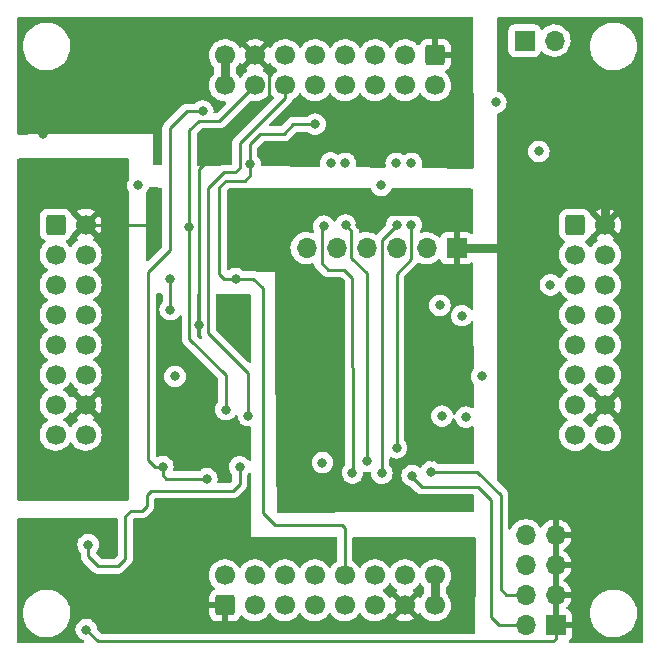
<source format=gbr>
%TF.GenerationSoftware,KiCad,Pcbnew,6.0.11+dfsg-1~bpo11+1*%
%TF.CreationDate,2023-05-15T10:52:48+02:00*%
%TF.ProjectId,avert_12,61766572-745f-4313-922e-6b696361645f,rev?*%
%TF.SameCoordinates,Original*%
%TF.FileFunction,Copper,L4,Bot*%
%TF.FilePolarity,Positive*%
%FSLAX46Y46*%
G04 Gerber Fmt 4.6, Leading zero omitted, Abs format (unit mm)*
G04 Created by KiCad (PCBNEW 6.0.11+dfsg-1~bpo11+1) date 2023-05-15 10:52:48*
%MOMM*%
%LPD*%
G01*
G04 APERTURE LIST*
G04 Aperture macros list*
%AMRoundRect*
0 Rectangle with rounded corners*
0 $1 Rounding radius*
0 $2 $3 $4 $5 $6 $7 $8 $9 X,Y pos of 4 corners*
0 Add a 4 corners polygon primitive as box body*
4,1,4,$2,$3,$4,$5,$6,$7,$8,$9,$2,$3,0*
0 Add four circle primitives for the rounded corners*
1,1,$1+$1,$2,$3*
1,1,$1+$1,$4,$5*
1,1,$1+$1,$6,$7*
1,1,$1+$1,$8,$9*
0 Add four rect primitives between the rounded corners*
20,1,$1+$1,$2,$3,$4,$5,0*
20,1,$1+$1,$4,$5,$6,$7,0*
20,1,$1+$1,$6,$7,$8,$9,0*
20,1,$1+$1,$8,$9,$2,$3,0*%
G04 Aperture macros list end*
%TA.AperFunction,ComponentPad*%
%ADD10RoundRect,0.250000X-0.600000X-0.600000X0.600000X-0.600000X0.600000X0.600000X-0.600000X0.600000X0*%
%TD*%
%TA.AperFunction,ComponentPad*%
%ADD11C,1.700000*%
%TD*%
%TA.AperFunction,ComponentPad*%
%ADD12RoundRect,0.250000X0.600000X-0.600000X0.600000X0.600000X-0.600000X0.600000X-0.600000X-0.600000X0*%
%TD*%
%TA.AperFunction,ComponentPad*%
%ADD13R,1.700000X1.700000*%
%TD*%
%TA.AperFunction,ComponentPad*%
%ADD14O,1.700000X1.700000*%
%TD*%
%TA.AperFunction,ComponentPad*%
%ADD15RoundRect,0.250000X-0.600000X0.600000X-0.600000X-0.600000X0.600000X-0.600000X0.600000X0.600000X0*%
%TD*%
%TA.AperFunction,ViaPad*%
%ADD16C,0.800000*%
%TD*%
%TA.AperFunction,Conductor*%
%ADD17C,0.250000*%
%TD*%
%TA.AperFunction,Conductor*%
%ADD18C,0.800000*%
%TD*%
G04 APERTURE END LIST*
D10*
%TO.P,J4,1,Pin_1*%
%TO.N,+3V3*%
X164445000Y-84440000D03*
D11*
%TO.P,J4,2,Pin_2*%
%TO.N,GND*%
X166985000Y-84440000D03*
%TO.P,J4,3,Pin_3*%
%TO.N,/TXD*%
X164445000Y-86980000D03*
%TO.P,J4,4,Pin_4*%
%TO.N,/RXD*%
X166985000Y-86980000D03*
%TO.P,J4,5,Pin_5*%
%TO.N,/SCL*%
X164445000Y-89520000D03*
%TO.P,J4,6,Pin_6*%
%TO.N,/SDA*%
X166985000Y-89520000D03*
%TO.P,J4,7,Pin_7*%
%TO.N,/MISO*%
X164445000Y-92060000D03*
%TO.P,J4,8,Pin_8*%
%TO.N,/MOSI*%
X166985000Y-92060000D03*
%TO.P,J4,9,Pin_9*%
%TO.N,/SCK*%
X164445000Y-94600000D03*
%TO.P,J4,10,Pin_10*%
%TO.N,/SS*%
X166985000Y-94600000D03*
%TO.P,J4,11,Pin_11*%
%TO.N,/CANH*%
X164445000Y-97140000D03*
%TO.P,J4,12,Pin_12*%
%TO.N,/CANL*%
X166985000Y-97140000D03*
%TO.P,J4,13,Pin_13*%
%TO.N,Earth*%
X164445000Y-99680000D03*
%TO.P,J4,14,Pin_14*%
%TO.N,GND*%
X166985000Y-99680000D03*
%TO.P,J4,15,Pin_15*%
%TO.N,+24V*%
X164445000Y-102220000D03*
%TO.P,J4,16,Pin_16*%
X166985000Y-102220000D03*
%TD*%
D12*
%TO.P,J2,1,Pin_1*%
%TO.N,GNDD*%
X134790000Y-116660000D03*
D11*
%TO.P,J2,2,Pin_2*%
%TO.N,/SC2*%
X134790000Y-114120000D03*
%TO.P,J2,3,Pin_3*%
%TO.N,/SD2*%
X137330000Y-116660000D03*
%TO.P,J2,4,Pin_4*%
%TO.N,/SC3*%
X137330000Y-114120000D03*
%TO.P,J2,5,Pin_5*%
%TO.N,/SD3*%
X139870000Y-116660000D03*
%TO.P,J2,6,Pin_6*%
%TO.N,unconnected-(J2-Pad6)*%
X139870000Y-114120000D03*
%TO.P,J2,7,Pin_7*%
%TO.N,unconnected-(J2-Pad7)*%
X142410000Y-116660000D03*
%TO.P,J2,8,Pin_8*%
%TO.N,unconnected-(J2-Pad8)*%
X142410000Y-114120000D03*
%TO.P,J2,9,Pin_9*%
%TO.N,unconnected-(J2-Pad9)*%
X144950000Y-116660000D03*
%TO.P,J2,10,Pin_10*%
%TO.N,+5V*%
X144950000Y-114120000D03*
%TO.P,J2,11,Pin_11*%
%TO.N,-12V*%
X147490000Y-116660000D03*
%TO.P,J2,12,Pin_12*%
%TO.N,+12V*%
X147490000Y-114120000D03*
%TO.P,J2,13,Pin_13*%
%TO.N,GNDD*%
X150030000Y-116660000D03*
%TO.P,J2,14,Pin_14*%
%TO.N,Earth*%
X150030000Y-114120000D03*
%TO.P,J2,15,Pin_15*%
%TO.N,+VSW*%
X152570000Y-116660000D03*
%TO.P,J2,16,Pin_16*%
X152570000Y-114120000D03*
%TD*%
D13*
%TO.P,J7,1,Pin_1*%
%TO.N,/CANH*%
X160155000Y-68840000D03*
D14*
%TO.P,J7,2,Pin_2*%
%TO.N,Net-(J7-Pad2)*%
X162695000Y-68840000D03*
%TD*%
D15*
%TO.P,J1,1,Pin_1*%
%TO.N,GNDD*%
X152585000Y-70087500D03*
D11*
%TO.P,J1,2,Pin_2*%
%TO.N,/SC0*%
X152585000Y-72627500D03*
%TO.P,J1,3,Pin_3*%
%TO.N,/SD0*%
X150045000Y-70087500D03*
%TO.P,J1,4,Pin_4*%
%TO.N,/SC1*%
X150045000Y-72627500D03*
%TO.P,J1,5,Pin_5*%
%TO.N,/SD1*%
X147505000Y-70087500D03*
%TO.P,J1,6,Pin_6*%
%TO.N,unconnected-(J1-Pad6)*%
X147505000Y-72627500D03*
%TO.P,J1,7,Pin_7*%
%TO.N,unconnected-(J1-Pad7)*%
X144965000Y-70087500D03*
%TO.P,J1,8,Pin_8*%
%TO.N,unconnected-(J1-Pad8)*%
X144965000Y-72627500D03*
%TO.P,J1,9,Pin_9*%
%TO.N,unconnected-(J1-Pad9)*%
X142425000Y-70087500D03*
%TO.P,J1,10,Pin_10*%
%TO.N,+5V*%
X142425000Y-72627500D03*
%TO.P,J1,11,Pin_11*%
%TO.N,-12V*%
X139885000Y-70087500D03*
%TO.P,J1,12,Pin_12*%
%TO.N,+12V*%
X139885000Y-72627500D03*
%TO.P,J1,13,Pin_13*%
%TO.N,GNDD*%
X137345000Y-70087500D03*
%TO.P,J1,14,Pin_14*%
%TO.N,Earth*%
X137345000Y-72627500D03*
%TO.P,J1,15,Pin_15*%
%TO.N,+VSW*%
X134805000Y-70087500D03*
%TO.P,J1,16,Pin_16*%
X134805000Y-72627500D03*
%TD*%
D13*
%TO.P,J5,1,Pin_1*%
%TO.N,GND*%
X154400000Y-86415000D03*
D14*
%TO.P,J5,2,Pin_2*%
%TO.N,unconnected-(J5-Pad2)*%
X151860000Y-86415000D03*
%TO.P,J5,3,Pin_3*%
%TO.N,+3V3*%
X149320000Y-86415000D03*
%TO.P,J5,4,Pin_4*%
%TO.N,/RX_0*%
X146780000Y-86415000D03*
%TO.P,J5,5,Pin_5*%
%TO.N,/TX_0*%
X144240000Y-86415000D03*
%TO.P,J5,6,Pin_6*%
%TO.N,unconnected-(J5-Pad6)*%
X141700000Y-86415000D03*
%TD*%
D13*
%TO.P,J8,1,Pin_1*%
%TO.N,GND*%
X162795000Y-118340000D03*
D14*
%TO.P,J8,2,Pin_2*%
%TO.N,/ADDR0*%
X160255000Y-118340000D03*
%TO.P,J8,3,Pin_3*%
%TO.N,GND*%
X162795000Y-115800000D03*
%TO.P,J8,4,Pin_4*%
%TO.N,/ADDR1*%
X160255000Y-115800000D03*
%TO.P,J8,5,Pin_5*%
%TO.N,GND*%
X162795000Y-113260000D03*
%TO.P,J8,6,Pin_6*%
%TO.N,/ADDR2*%
X160255000Y-113260000D03*
%TO.P,J8,7,Pin_7*%
%TO.N,GND*%
X162795000Y-110720000D03*
%TO.P,J8,8,Pin_8*%
%TO.N,/ADDR3*%
X160255000Y-110720000D03*
%TD*%
D10*
%TO.P,J3,1,Pin_1*%
%TO.N,+3V3*%
X120455000Y-84420000D03*
D11*
%TO.P,J3,2,Pin_2*%
%TO.N,GND*%
X122995000Y-84420000D03*
%TO.P,J3,3,Pin_3*%
%TO.N,/TXD*%
X120455000Y-86960000D03*
%TO.P,J3,4,Pin_4*%
%TO.N,/RXD*%
X122995000Y-86960000D03*
%TO.P,J3,5,Pin_5*%
%TO.N,/SCL*%
X120455000Y-89500000D03*
%TO.P,J3,6,Pin_6*%
%TO.N,/SDA*%
X122995000Y-89500000D03*
%TO.P,J3,7,Pin_7*%
%TO.N,/MISO*%
X120455000Y-92040000D03*
%TO.P,J3,8,Pin_8*%
%TO.N,/MOSI*%
X122995000Y-92040000D03*
%TO.P,J3,9,Pin_9*%
%TO.N,/SCK*%
X120455000Y-94580000D03*
%TO.P,J3,10,Pin_10*%
%TO.N,/SS*%
X122995000Y-94580000D03*
%TO.P,J3,11,Pin_11*%
%TO.N,/CANH*%
X120455000Y-97120000D03*
%TO.P,J3,12,Pin_12*%
%TO.N,/CANL*%
X122995000Y-97120000D03*
%TO.P,J3,13,Pin_13*%
%TO.N,Earth*%
X120455000Y-99660000D03*
%TO.P,J3,14,Pin_14*%
%TO.N,GND*%
X122995000Y-99660000D03*
%TO.P,J3,15,Pin_15*%
%TO.N,+24V*%
X120455000Y-102200000D03*
%TO.P,J3,16,Pin_16*%
X122995000Y-102200000D03*
%TD*%
D16*
%TO.N,GND*%
X161650000Y-75020000D03*
X128840000Y-82810000D03*
X123050000Y-118710000D03*
X142140000Y-103440000D03*
X140810000Y-92980000D03*
X160430000Y-83350000D03*
X152300000Y-104100000D03*
X154650000Y-96510000D03*
X135440000Y-84400000D03*
X146260000Y-84470000D03*
X140790000Y-89730000D03*
X140960000Y-84280000D03*
%TO.N,+3V3*%
X127430000Y-81100000D03*
X143050000Y-104570000D03*
X148020000Y-81100000D03*
%TO.N,GNDD*%
X149440000Y-75050000D03*
X136040000Y-111030000D03*
X132270000Y-103430000D03*
X148760000Y-112560000D03*
X132570000Y-92950000D03*
X124610000Y-111540000D03*
X130310000Y-73680000D03*
X133920000Y-78330000D03*
X119420000Y-76760000D03*
X132790000Y-110980000D03*
X135210000Y-92960000D03*
X122630000Y-67270000D03*
%TO.N,+12V*%
X123210000Y-111520000D03*
X136770000Y-100590000D03*
X136050000Y-104930000D03*
%TO.N,-12V*%
X133260000Y-105940000D03*
X129530000Y-104920000D03*
X132910000Y-74810000D03*
%TO.N,+5V*%
X136910000Y-79280000D03*
X142420000Y-75914500D03*
X135690000Y-88990000D03*
%TO.N,/SC2*%
X150570000Y-79250000D03*
%TO.N,/SD2*%
X149290000Y-79230000D03*
%TO.N,/SCL*%
X162340000Y-89520000D03*
%TO.N,/SDA*%
X152990000Y-91260000D03*
%TO.N,Earth*%
X134874500Y-100090000D03*
X131780000Y-84610000D03*
%TO.N,/CTX*%
X153170000Y-100630000D03*
X157720000Y-74080000D03*
%TO.N,/CRX*%
X155180000Y-100720000D03*
X161360000Y-78230000D03*
%TO.N,/IO0*%
X154850000Y-92140000D03*
X130140000Y-89040000D03*
X130160000Y-91620000D03*
%TO.N,/ADDR0*%
X150640000Y-105670000D03*
%TO.N,/ADDR1*%
X152230000Y-105330000D03*
%TO.N,/LED_MQTT*%
X156520000Y-97270000D03*
X130565000Y-97275000D03*
%TO.N,/SC3*%
X144980000Y-79230000D03*
%TO.N,/SD3*%
X143740000Y-79200000D03*
%TO.N,/SCL2*%
X149320000Y-103320000D03*
X150550000Y-84440000D03*
%TO.N,/SDA2*%
X149330000Y-84450000D03*
X148080000Y-105480000D03*
%TO.N,/SCL3*%
X145000000Y-84460000D03*
X146810000Y-104450000D03*
%TO.N,/SDA3*%
X145580000Y-105440000D03*
X143160000Y-84560000D03*
%TD*%
D17*
%TO.N,GND*%
X124040000Y-119700000D02*
X123050000Y-118710000D01*
D18*
X165800000Y-81170000D02*
X166985000Y-82355000D01*
D17*
X145920000Y-83350000D02*
X141400000Y-83350000D01*
D18*
X160025000Y-86415000D02*
X154400000Y-86415000D01*
D17*
X146260000Y-83690000D02*
X145920000Y-83350000D01*
D18*
X161680000Y-84760000D02*
X161680000Y-82310000D01*
D17*
X147150000Y-84470000D02*
X148130000Y-83490000D01*
X162795000Y-119505000D02*
X162600000Y-119700000D01*
X146260000Y-84470000D02*
X146260000Y-83690000D01*
X154400000Y-84490000D02*
X154400000Y-86415000D01*
X141400000Y-83350000D02*
X140960000Y-83790000D01*
X162795000Y-118340000D02*
X162795000Y-119505000D01*
X140960000Y-83790000D02*
X140960000Y-84280000D01*
D18*
X160025000Y-86415000D02*
X161680000Y-84760000D01*
D17*
X140790000Y-89730000D02*
X140790000Y-88500000D01*
X128430000Y-84420000D02*
X128840000Y-84010000D01*
X128840000Y-84010000D02*
X128840000Y-82810000D01*
X146260000Y-84470000D02*
X147150000Y-84470000D01*
X140140000Y-87850000D02*
X140140000Y-85690000D01*
X122995000Y-84420000D02*
X128430000Y-84420000D01*
X140140000Y-85690000D02*
X140960000Y-84870000D01*
D18*
X162820000Y-81170000D02*
X165800000Y-81170000D01*
D17*
X162600000Y-119700000D02*
X124040000Y-119700000D01*
X140960000Y-84870000D02*
X140960000Y-84280000D01*
D18*
X161680000Y-82310000D02*
X162820000Y-81170000D01*
D17*
X148130000Y-83490000D02*
X153400000Y-83490000D01*
D18*
X166985000Y-82355000D02*
X166985000Y-84440000D01*
D17*
X140790000Y-88500000D02*
X140140000Y-87850000D01*
X153400000Y-83490000D02*
X154400000Y-84490000D01*
D18*
%TO.N,+VSW*%
X152570000Y-116660000D02*
X152570000Y-114120000D01*
X134805000Y-70087500D02*
X134805000Y-72627500D01*
D17*
%TO.N,GNDD*%
X137990000Y-74260000D02*
X136890000Y-74260000D01*
X137345000Y-70087500D02*
X138555000Y-71297500D01*
X132570000Y-79680000D02*
X132570000Y-92950000D01*
X133920000Y-77230000D02*
X133920000Y-78330000D01*
X136890000Y-74260000D02*
X133920000Y-77230000D01*
X133920000Y-78330000D02*
X132570000Y-79680000D01*
X138555000Y-71297500D02*
X138555000Y-73695000D01*
X138555000Y-73695000D02*
X137990000Y-74260000D01*
%TO.N,+12V*%
X136050000Y-106380000D02*
X135470000Y-106960000D01*
X127765000Y-108635000D02*
X126835000Y-108635000D01*
X136050000Y-104930000D02*
X136050000Y-106380000D01*
X128160000Y-107310000D02*
X128160000Y-108240000D01*
X125710000Y-113350000D02*
X124040000Y-113350000D01*
X126360000Y-109110000D02*
X126360000Y-112700000D01*
X126360000Y-112700000D02*
X125710000Y-113350000D01*
X139885000Y-72627500D02*
X139885000Y-73685000D01*
X136040000Y-79610000D02*
X135650000Y-80000000D01*
X139885000Y-73685000D02*
X136040000Y-77530000D01*
X133390000Y-93590000D02*
X136770000Y-96970000D01*
X136040000Y-77530000D02*
X136040000Y-79610000D01*
X128510000Y-106960000D02*
X128160000Y-107310000D01*
X134700000Y-80000000D02*
X133390000Y-81310000D01*
X135470000Y-106960000D02*
X128510000Y-106960000D01*
X126835000Y-108635000D02*
X126360000Y-109110000D01*
X123210000Y-112520000D02*
X123210000Y-111520000D01*
X128160000Y-108240000D02*
X127765000Y-108635000D01*
X124040000Y-113350000D02*
X123210000Y-112520000D01*
X133390000Y-81310000D02*
X133390000Y-93590000D01*
X136770000Y-96970000D02*
X136770000Y-100590000D01*
X135650000Y-80000000D02*
X134700000Y-80000000D01*
%TO.N,-12V*%
X133260000Y-105940000D02*
X129840000Y-105940000D01*
X128850000Y-104920000D02*
X128280000Y-104350000D01*
X130130000Y-76280000D02*
X131600000Y-74810000D01*
X129530000Y-104920000D02*
X128850000Y-104920000D01*
X131600000Y-74810000D02*
X132910000Y-74810000D01*
X129530000Y-105630000D02*
X129530000Y-104920000D01*
X128280000Y-104350000D02*
X128280000Y-88400000D01*
X128280000Y-88400000D02*
X130130000Y-86550000D01*
X130130000Y-86550000D02*
X130130000Y-76280000D01*
X129840000Y-105940000D02*
X129530000Y-105630000D01*
%TO.N,+5V*%
X138000000Y-89800000D02*
X138000000Y-108840000D01*
X136450000Y-80700000D02*
X134860000Y-80700000D01*
X136910000Y-79280000D02*
X136910000Y-77640000D01*
X136910000Y-80240000D02*
X136450000Y-80700000D01*
X140595500Y-75914500D02*
X139760000Y-76750000D01*
X138990000Y-109830000D02*
X144700000Y-109830000D01*
X142420000Y-75914500D02*
X140595500Y-75914500D01*
X136910000Y-79280000D02*
X136910000Y-80240000D01*
X138000000Y-108840000D02*
X138990000Y-109830000D01*
X134330000Y-81230000D02*
X134330000Y-88570000D01*
X144950000Y-110080000D02*
X144950000Y-114120000D01*
X144700000Y-109830000D02*
X144950000Y-110080000D01*
X134860000Y-80700000D02*
X134330000Y-81230000D01*
X135690000Y-88990000D02*
X137190000Y-88990000D01*
X137190000Y-88990000D02*
X138000000Y-89800000D01*
X136910000Y-77640000D02*
X137800000Y-76750000D01*
X134750000Y-88990000D02*
X135690000Y-88990000D01*
X134330000Y-88570000D02*
X134750000Y-88990000D01*
X137800000Y-76750000D02*
X139760000Y-76750000D01*
%TO.N,Earth*%
X132560000Y-75650000D02*
X134320000Y-75650000D01*
X131780000Y-76430000D02*
X132560000Y-75650000D01*
X131780000Y-84610000D02*
X131780000Y-76430000D01*
X134860000Y-100075500D02*
X134874500Y-100090000D01*
X131780000Y-84610000D02*
X131780000Y-94110000D01*
X135906250Y-74066250D02*
X137345000Y-72627500D01*
X131780000Y-94110000D02*
X134860000Y-97190000D01*
X135903750Y-74066250D02*
X135906250Y-74066250D01*
X134860000Y-97190000D02*
X134860000Y-100075500D01*
X134320000Y-75650000D02*
X135903750Y-74066250D01*
%TO.N,/IO0*%
X130140000Y-89040000D02*
X130140000Y-91600000D01*
X130140000Y-91600000D02*
X130160000Y-91620000D01*
%TO.N,/ADDR0*%
X156215000Y-106635000D02*
X151485000Y-106635000D01*
X160255000Y-118340000D02*
X158000000Y-118340000D01*
X157340000Y-107760000D02*
X156215000Y-106635000D01*
X157340000Y-117680000D02*
X157340000Y-107760000D01*
X158000000Y-118340000D02*
X157340000Y-117680000D01*
X151485000Y-106635000D02*
X150640000Y-105790000D01*
X150640000Y-105790000D02*
X150640000Y-105670000D01*
%TO.N,/ADDR1*%
X158140000Y-115310000D02*
X158140000Y-107320000D01*
X158140000Y-107320000D02*
X156150000Y-105330000D01*
X158630000Y-115800000D02*
X158140000Y-115310000D01*
X160255000Y-115800000D02*
X158630000Y-115800000D01*
X156150000Y-105330000D02*
X152230000Y-105330000D01*
%TO.N,/SCL2*%
X149320000Y-103320000D02*
X149320000Y-88580000D01*
X149320000Y-88580000D02*
X150550000Y-87350000D01*
X150550000Y-87350000D02*
X150550000Y-84440000D01*
%TO.N,/SDA2*%
X148080000Y-105480000D02*
X148080000Y-85700000D01*
X148080000Y-85700000D02*
X149330000Y-84450000D01*
%TO.N,/SCL3*%
X145500000Y-84960000D02*
X145000000Y-84460000D01*
X146810000Y-104450000D02*
X146810000Y-88550000D01*
X145500000Y-87240000D02*
X145500000Y-84960000D01*
X146810000Y-88550000D02*
X145500000Y-87240000D01*
%TO.N,/SDA3*%
X142970000Y-87700000D02*
X142970000Y-84750000D01*
X144900000Y-88240000D02*
X143510000Y-88240000D01*
X145590000Y-96520000D02*
X145590000Y-88930000D01*
X142970000Y-84750000D02*
X143160000Y-84560000D01*
X143510000Y-88240000D02*
X142970000Y-87700000D01*
X145590000Y-88930000D02*
X144900000Y-88240000D01*
X145580000Y-105440000D02*
X145600000Y-105420000D01*
X145600000Y-96530000D02*
X145590000Y-96520000D01*
X145600000Y-105420000D02*
X145600000Y-96530000D01*
%TD*%
%TA.AperFunction,Conductor*%
%TO.N,GNDD*%
G36*
X155763058Y-66868502D02*
G01*
X155809551Y-66922158D01*
X155820937Y-66974310D01*
X155839733Y-79501715D01*
X155839809Y-79552548D01*
X155819909Y-79620699D01*
X155766323Y-79667272D01*
X155712555Y-79678731D01*
X151571516Y-79637488D01*
X151503600Y-79616809D01*
X151457644Y-79562693D01*
X151448240Y-79492322D01*
X151452939Y-79472560D01*
X151453794Y-79469928D01*
X151463542Y-79439928D01*
X151464429Y-79431495D01*
X151482814Y-79256565D01*
X151483504Y-79250000D01*
X151463542Y-79060072D01*
X151404527Y-78878444D01*
X151309040Y-78713056D01*
X151296181Y-78698774D01*
X151185675Y-78576045D01*
X151185674Y-78576044D01*
X151181253Y-78571134D01*
X151026752Y-78458882D01*
X151020724Y-78456198D01*
X151020722Y-78456197D01*
X150858319Y-78383891D01*
X150858318Y-78383891D01*
X150852288Y-78381206D01*
X150751741Y-78359834D01*
X150671944Y-78342872D01*
X150671939Y-78342872D01*
X150665487Y-78341500D01*
X150474513Y-78341500D01*
X150468061Y-78342872D01*
X150468056Y-78342872D01*
X150388259Y-78359834D01*
X150287712Y-78381206D01*
X150281682Y-78383891D01*
X150281681Y-78383891D01*
X150119278Y-78456197D01*
X150119276Y-78456198D01*
X150113248Y-78458882D01*
X150107907Y-78462762D01*
X150107906Y-78462763D01*
X150017825Y-78528211D01*
X149950957Y-78552070D01*
X149881806Y-78535989D01*
X149869703Y-78528211D01*
X149752094Y-78442763D01*
X149752093Y-78442762D01*
X149746752Y-78438882D01*
X149740724Y-78436198D01*
X149740722Y-78436197D01*
X149578319Y-78363891D01*
X149578318Y-78363891D01*
X149572288Y-78361206D01*
X149478887Y-78341353D01*
X149391944Y-78322872D01*
X149391939Y-78322872D01*
X149385487Y-78321500D01*
X149194513Y-78321500D01*
X149188061Y-78322872D01*
X149188056Y-78322872D01*
X149101113Y-78341353D01*
X149007712Y-78361206D01*
X149001682Y-78363891D01*
X149001681Y-78363891D01*
X148839278Y-78436197D01*
X148839276Y-78436198D01*
X148833248Y-78438882D01*
X148678747Y-78551134D01*
X148674326Y-78556044D01*
X148674325Y-78556045D01*
X148572824Y-78668774D01*
X148550960Y-78693056D01*
X148518791Y-78748774D01*
X148472794Y-78828444D01*
X148455473Y-78858444D01*
X148396458Y-79040072D01*
X148376496Y-79230000D01*
X148377186Y-79236565D01*
X148395601Y-79411770D01*
X148396458Y-79419928D01*
X148398496Y-79426202D01*
X148398498Y-79426209D01*
X148402913Y-79439796D01*
X148404940Y-79510764D01*
X148368277Y-79571561D01*
X148304565Y-79602886D01*
X148281826Y-79604725D01*
X145992743Y-79581927D01*
X145924825Y-79561247D01*
X145878869Y-79507131D01*
X145870752Y-79429735D01*
X145871502Y-79426205D01*
X145873542Y-79419928D01*
X145874400Y-79411770D01*
X145892814Y-79236565D01*
X145893504Y-79230000D01*
X145873542Y-79040072D01*
X145814527Y-78858444D01*
X145797207Y-78828444D01*
X145751209Y-78748774D01*
X145719040Y-78693056D01*
X145697177Y-78668774D01*
X145595675Y-78556045D01*
X145595674Y-78556044D01*
X145591253Y-78551134D01*
X145436752Y-78438882D01*
X145430724Y-78436198D01*
X145430722Y-78436197D01*
X145268319Y-78363891D01*
X145268318Y-78363891D01*
X145262288Y-78361206D01*
X145168887Y-78341353D01*
X145081944Y-78322872D01*
X145081939Y-78322872D01*
X145075487Y-78321500D01*
X144884513Y-78321500D01*
X144878061Y-78322872D01*
X144878056Y-78322872D01*
X144791113Y-78341353D01*
X144697712Y-78361206D01*
X144691682Y-78363891D01*
X144691681Y-78363891D01*
X144529278Y-78436197D01*
X144529276Y-78436198D01*
X144523248Y-78438882D01*
X144517907Y-78442762D01*
X144517906Y-78442763D01*
X144454707Y-78488680D01*
X144387839Y-78512539D01*
X144318688Y-78496458D01*
X144306585Y-78488680D01*
X144202094Y-78412763D01*
X144202093Y-78412762D01*
X144196752Y-78408882D01*
X144190724Y-78406198D01*
X144190722Y-78406197D01*
X144028319Y-78333891D01*
X144028318Y-78333891D01*
X144022288Y-78331206D01*
X143928887Y-78311353D01*
X143841944Y-78292872D01*
X143841939Y-78292872D01*
X143835487Y-78291500D01*
X143644513Y-78291500D01*
X143638061Y-78292872D01*
X143638056Y-78292872D01*
X143551113Y-78311353D01*
X143457712Y-78331206D01*
X143451682Y-78333891D01*
X143451681Y-78333891D01*
X143289278Y-78406197D01*
X143289276Y-78406198D01*
X143283248Y-78408882D01*
X143128747Y-78521134D01*
X143124326Y-78526044D01*
X143124325Y-78526045D01*
X143034468Y-78625842D01*
X143000960Y-78663056D01*
X142905473Y-78828444D01*
X142846458Y-79010072D01*
X142845768Y-79016633D01*
X142845768Y-79016635D01*
X142838050Y-79090072D01*
X142826496Y-79200000D01*
X142846458Y-79389928D01*
X142848499Y-79396209D01*
X142848706Y-79397184D01*
X142843304Y-79467974D01*
X142800487Y-79524607D01*
X142733849Y-79549100D01*
X142724204Y-79549374D01*
X137938883Y-79501715D01*
X137870965Y-79481035D01*
X137825009Y-79426919D01*
X137814828Y-79362551D01*
X137822814Y-79286565D01*
X137823504Y-79280000D01*
X137803542Y-79090072D01*
X137744527Y-78908444D01*
X137727207Y-78878444D01*
X137652341Y-78748774D01*
X137649040Y-78743056D01*
X137575863Y-78661785D01*
X137545147Y-78597779D01*
X137543500Y-78577476D01*
X137543500Y-77954595D01*
X137563502Y-77886474D01*
X137580405Y-77865499D01*
X138025501Y-77420404D01*
X138087813Y-77386379D01*
X138114596Y-77383500D01*
X139681233Y-77383500D01*
X139692416Y-77384027D01*
X139699909Y-77385702D01*
X139707835Y-77385453D01*
X139707836Y-77385453D01*
X139767986Y-77383562D01*
X139771945Y-77383500D01*
X139799856Y-77383500D01*
X139803791Y-77383003D01*
X139803856Y-77382995D01*
X139815693Y-77382062D01*
X139847951Y-77381048D01*
X139851970Y-77380922D01*
X139859889Y-77380673D01*
X139879343Y-77375021D01*
X139898700Y-77371013D01*
X139910930Y-77369468D01*
X139910931Y-77369468D01*
X139918797Y-77368474D01*
X139926168Y-77365555D01*
X139926170Y-77365555D01*
X139959912Y-77352196D01*
X139971142Y-77348351D01*
X140005983Y-77338229D01*
X140005984Y-77338229D01*
X140013593Y-77336018D01*
X140020412Y-77331985D01*
X140020417Y-77331983D01*
X140031028Y-77325707D01*
X140048776Y-77317012D01*
X140067617Y-77309552D01*
X140103387Y-77283564D01*
X140113307Y-77277048D01*
X140144535Y-77258580D01*
X140144538Y-77258578D01*
X140151362Y-77254542D01*
X140165683Y-77240221D01*
X140180717Y-77227380D01*
X140190694Y-77220131D01*
X140197107Y-77215472D01*
X140225298Y-77181395D01*
X140233288Y-77172616D01*
X140820999Y-76584905D01*
X140883311Y-76550879D01*
X140910094Y-76548000D01*
X141711800Y-76548000D01*
X141779921Y-76568002D01*
X141799147Y-76584343D01*
X141799420Y-76584040D01*
X141804332Y-76588463D01*
X141808747Y-76593366D01*
X141830329Y-76609046D01*
X141945061Y-76692404D01*
X141963248Y-76705618D01*
X141969276Y-76708302D01*
X141969278Y-76708303D01*
X142062932Y-76750000D01*
X142137712Y-76783294D01*
X142231113Y-76803147D01*
X142318056Y-76821628D01*
X142318061Y-76821628D01*
X142324513Y-76823000D01*
X142515487Y-76823000D01*
X142521939Y-76821628D01*
X142521944Y-76821628D01*
X142608887Y-76803147D01*
X142702288Y-76783294D01*
X142777068Y-76750000D01*
X142870722Y-76708303D01*
X142870724Y-76708302D01*
X142876752Y-76705618D01*
X142894940Y-76692404D01*
X142945735Y-76655499D01*
X143031253Y-76593366D01*
X143054091Y-76568002D01*
X143154621Y-76456352D01*
X143154622Y-76456351D01*
X143159040Y-76451444D01*
X143244190Y-76303961D01*
X143251223Y-76291779D01*
X143251224Y-76291778D01*
X143254527Y-76286056D01*
X143313542Y-76104428D01*
X143314376Y-76096498D01*
X143332814Y-75921065D01*
X143333504Y-75914500D01*
X143320816Y-75793777D01*
X143314232Y-75731135D01*
X143314232Y-75731133D01*
X143313542Y-75724572D01*
X143254527Y-75542944D01*
X143159040Y-75377556D01*
X143142882Y-75359610D01*
X143035675Y-75240545D01*
X143035674Y-75240544D01*
X143031253Y-75235634D01*
X142876752Y-75123382D01*
X142870724Y-75120698D01*
X142870722Y-75120697D01*
X142708319Y-75048391D01*
X142708318Y-75048391D01*
X142702288Y-75045706D01*
X142608887Y-75025853D01*
X142521944Y-75007372D01*
X142521939Y-75007372D01*
X142515487Y-75006000D01*
X142324513Y-75006000D01*
X142318061Y-75007372D01*
X142318056Y-75007372D01*
X142231113Y-75025853D01*
X142137712Y-75045706D01*
X142131682Y-75048391D01*
X142131681Y-75048391D01*
X141969278Y-75120697D01*
X141969276Y-75120698D01*
X141963248Y-75123382D01*
X141808747Y-75235634D01*
X141804332Y-75240537D01*
X141799420Y-75244960D01*
X141798295Y-75243711D01*
X141744986Y-75276551D01*
X141711800Y-75281000D01*
X140674263Y-75281000D01*
X140663079Y-75280473D01*
X140655591Y-75278799D01*
X140647668Y-75279048D01*
X140587533Y-75280938D01*
X140583575Y-75281000D01*
X140555644Y-75281000D01*
X140551729Y-75281495D01*
X140551725Y-75281495D01*
X140551667Y-75281503D01*
X140551638Y-75281506D01*
X140539796Y-75282439D01*
X140495610Y-75283827D01*
X140478244Y-75288872D01*
X140476158Y-75289478D01*
X140456806Y-75293486D01*
X140444568Y-75295032D01*
X140444566Y-75295033D01*
X140436703Y-75296026D01*
X140395586Y-75312306D01*
X140384385Y-75316141D01*
X140341906Y-75328482D01*
X140335087Y-75332515D01*
X140335082Y-75332517D01*
X140324471Y-75338793D01*
X140306721Y-75347490D01*
X140287883Y-75354948D01*
X140281467Y-75359609D01*
X140281466Y-75359610D01*
X140252125Y-75380928D01*
X140242201Y-75387447D01*
X140210960Y-75405922D01*
X140210955Y-75405926D01*
X140204137Y-75409958D01*
X140189813Y-75424282D01*
X140174781Y-75437121D01*
X140158393Y-75449028D01*
X140130212Y-75483093D01*
X140122222Y-75491873D01*
X139534500Y-76079595D01*
X139472188Y-76113621D01*
X139445405Y-76116500D01*
X138653594Y-76116500D01*
X138585473Y-76096498D01*
X138538980Y-76042842D01*
X138528876Y-75972568D01*
X138558370Y-75907988D01*
X138564499Y-75901405D01*
X140277247Y-74188657D01*
X140285537Y-74181113D01*
X140292018Y-74177000D01*
X140338659Y-74127332D01*
X140341413Y-74124491D01*
X140361134Y-74104770D01*
X140363612Y-74101575D01*
X140371318Y-74092553D01*
X140396158Y-74066101D01*
X140401586Y-74060321D01*
X140411346Y-74042568D01*
X140422199Y-74026045D01*
X140429753Y-74016306D01*
X140434613Y-74010041D01*
X140452176Y-73969457D01*
X140457383Y-73958827D01*
X140478695Y-73920060D01*
X140480666Y-73912383D01*
X140480668Y-73912378D01*
X140483732Y-73900442D01*
X140490142Y-73881722D01*
X140492466Y-73876353D01*
X140537882Y-73821783D01*
X140552659Y-73813257D01*
X140582994Y-73798396D01*
X140587198Y-73795398D01*
X140587202Y-73795395D01*
X140688117Y-73723413D01*
X140764860Y-73668673D01*
X140780447Y-73653141D01*
X140919435Y-73514637D01*
X140923096Y-73510989D01*
X140982594Y-73428189D01*
X141053453Y-73329577D01*
X141054776Y-73330528D01*
X141101645Y-73287357D01*
X141171580Y-73275125D01*
X141237026Y-73302644D01*
X141264875Y-73334494D01*
X141324987Y-73432588D01*
X141471250Y-73601438D01*
X141643126Y-73744132D01*
X141836000Y-73856838D01*
X141840825Y-73858680D01*
X141840826Y-73858681D01*
X141913612Y-73886475D01*
X142044692Y-73936530D01*
X142049760Y-73937561D01*
X142049763Y-73937562D01*
X142154216Y-73958813D01*
X142263597Y-73981067D01*
X142268772Y-73981257D01*
X142268774Y-73981257D01*
X142481673Y-73989064D01*
X142481677Y-73989064D01*
X142486837Y-73989253D01*
X142491957Y-73988597D01*
X142491959Y-73988597D01*
X142703288Y-73961525D01*
X142703289Y-73961525D01*
X142708416Y-73960868D01*
X142743861Y-73950234D01*
X142917429Y-73898161D01*
X142917434Y-73898159D01*
X142922384Y-73896674D01*
X143122994Y-73798396D01*
X143304860Y-73668673D01*
X143320447Y-73653141D01*
X143459435Y-73514637D01*
X143463096Y-73510989D01*
X143522594Y-73428189D01*
X143593453Y-73329577D01*
X143594776Y-73330528D01*
X143641645Y-73287357D01*
X143711580Y-73275125D01*
X143777026Y-73302644D01*
X143804875Y-73334494D01*
X143864987Y-73432588D01*
X144011250Y-73601438D01*
X144183126Y-73744132D01*
X144376000Y-73856838D01*
X144380825Y-73858680D01*
X144380826Y-73858681D01*
X144453612Y-73886475D01*
X144584692Y-73936530D01*
X144589760Y-73937561D01*
X144589763Y-73937562D01*
X144694216Y-73958813D01*
X144803597Y-73981067D01*
X144808772Y-73981257D01*
X144808774Y-73981257D01*
X145021673Y-73989064D01*
X145021677Y-73989064D01*
X145026837Y-73989253D01*
X145031957Y-73988597D01*
X145031959Y-73988597D01*
X145243288Y-73961525D01*
X145243289Y-73961525D01*
X145248416Y-73960868D01*
X145283861Y-73950234D01*
X145457429Y-73898161D01*
X145457434Y-73898159D01*
X145462384Y-73896674D01*
X145662994Y-73798396D01*
X145844860Y-73668673D01*
X145860447Y-73653141D01*
X145999435Y-73514637D01*
X146003096Y-73510989D01*
X146062594Y-73428189D01*
X146133453Y-73329577D01*
X146134776Y-73330528D01*
X146181645Y-73287357D01*
X146251580Y-73275125D01*
X146317026Y-73302644D01*
X146344875Y-73334494D01*
X146404987Y-73432588D01*
X146551250Y-73601438D01*
X146723126Y-73744132D01*
X146916000Y-73856838D01*
X146920825Y-73858680D01*
X146920826Y-73858681D01*
X146993612Y-73886475D01*
X147124692Y-73936530D01*
X147129760Y-73937561D01*
X147129763Y-73937562D01*
X147234216Y-73958813D01*
X147343597Y-73981067D01*
X147348772Y-73981257D01*
X147348774Y-73981257D01*
X147561673Y-73989064D01*
X147561677Y-73989064D01*
X147566837Y-73989253D01*
X147571957Y-73988597D01*
X147571959Y-73988597D01*
X147783288Y-73961525D01*
X147783289Y-73961525D01*
X147788416Y-73960868D01*
X147823861Y-73950234D01*
X147997429Y-73898161D01*
X147997434Y-73898159D01*
X148002384Y-73896674D01*
X148202994Y-73798396D01*
X148384860Y-73668673D01*
X148400447Y-73653141D01*
X148539435Y-73514637D01*
X148543096Y-73510989D01*
X148602594Y-73428189D01*
X148673453Y-73329577D01*
X148674776Y-73330528D01*
X148721645Y-73287357D01*
X148791580Y-73275125D01*
X148857026Y-73302644D01*
X148884875Y-73334494D01*
X148944987Y-73432588D01*
X149091250Y-73601438D01*
X149263126Y-73744132D01*
X149456000Y-73856838D01*
X149460825Y-73858680D01*
X149460826Y-73858681D01*
X149533612Y-73886475D01*
X149664692Y-73936530D01*
X149669760Y-73937561D01*
X149669763Y-73937562D01*
X149774216Y-73958813D01*
X149883597Y-73981067D01*
X149888772Y-73981257D01*
X149888774Y-73981257D01*
X150101673Y-73989064D01*
X150101677Y-73989064D01*
X150106837Y-73989253D01*
X150111957Y-73988597D01*
X150111959Y-73988597D01*
X150323288Y-73961525D01*
X150323289Y-73961525D01*
X150328416Y-73960868D01*
X150363861Y-73950234D01*
X150537429Y-73898161D01*
X150537434Y-73898159D01*
X150542384Y-73896674D01*
X150742994Y-73798396D01*
X150924860Y-73668673D01*
X150940447Y-73653141D01*
X151079435Y-73514637D01*
X151083096Y-73510989D01*
X151142594Y-73428189D01*
X151213453Y-73329577D01*
X151214776Y-73330528D01*
X151261645Y-73287357D01*
X151331580Y-73275125D01*
X151397026Y-73302644D01*
X151424875Y-73334494D01*
X151484987Y-73432588D01*
X151631250Y-73601438D01*
X151803126Y-73744132D01*
X151996000Y-73856838D01*
X152000825Y-73858680D01*
X152000826Y-73858681D01*
X152073612Y-73886475D01*
X152204692Y-73936530D01*
X152209760Y-73937561D01*
X152209763Y-73937562D01*
X152314216Y-73958813D01*
X152423597Y-73981067D01*
X152428772Y-73981257D01*
X152428774Y-73981257D01*
X152641673Y-73989064D01*
X152641677Y-73989064D01*
X152646837Y-73989253D01*
X152651957Y-73988597D01*
X152651959Y-73988597D01*
X152863288Y-73961525D01*
X152863289Y-73961525D01*
X152868416Y-73960868D01*
X152903861Y-73950234D01*
X153077429Y-73898161D01*
X153077434Y-73898159D01*
X153082384Y-73896674D01*
X153282994Y-73798396D01*
X153464860Y-73668673D01*
X153480447Y-73653141D01*
X153619435Y-73514637D01*
X153623096Y-73510989D01*
X153682594Y-73428189D01*
X153750435Y-73333777D01*
X153753453Y-73329577D01*
X153774320Y-73287357D01*
X153850136Y-73133953D01*
X153850137Y-73133951D01*
X153852430Y-73129311D01*
X153917370Y-72915569D01*
X153946529Y-72694090D01*
X153948156Y-72627500D01*
X153929852Y-72404861D01*
X153875431Y-72188202D01*
X153786354Y-71983340D01*
X153665014Y-71795777D01*
X153514670Y-71630551D01*
X153471564Y-71596508D01*
X153430502Y-71538592D01*
X153427270Y-71467669D01*
X153462895Y-71406258D01*
X153496204Y-71383527D01*
X153514958Y-71374741D01*
X153652807Y-71289437D01*
X153664208Y-71280401D01*
X153778739Y-71165671D01*
X153787751Y-71154260D01*
X153872816Y-71016257D01*
X153878963Y-71003076D01*
X153930138Y-70848790D01*
X153933005Y-70835414D01*
X153942672Y-70741062D01*
X153943000Y-70734645D01*
X153943000Y-70359615D01*
X153938525Y-70344376D01*
X153937135Y-70343171D01*
X153929452Y-70341500D01*
X152457000Y-70341500D01*
X152388879Y-70321498D01*
X152342386Y-70267842D01*
X152331000Y-70215500D01*
X152331000Y-69815385D01*
X152839000Y-69815385D01*
X152843475Y-69830624D01*
X152844865Y-69831829D01*
X152852548Y-69833500D01*
X153924884Y-69833500D01*
X153940123Y-69829025D01*
X153941328Y-69827635D01*
X153942999Y-69819952D01*
X153942999Y-69440405D01*
X153942662Y-69433886D01*
X153932743Y-69338294D01*
X153929851Y-69324900D01*
X153878412Y-69170716D01*
X153872239Y-69157538D01*
X153786937Y-69019693D01*
X153777901Y-69008292D01*
X153663171Y-68893761D01*
X153651760Y-68884749D01*
X153513757Y-68799684D01*
X153500576Y-68793537D01*
X153346290Y-68742362D01*
X153332914Y-68739495D01*
X153238562Y-68729828D01*
X153232145Y-68729500D01*
X152857115Y-68729500D01*
X152841876Y-68733975D01*
X152840671Y-68735365D01*
X152839000Y-68743048D01*
X152839000Y-69815385D01*
X152331000Y-69815385D01*
X152331000Y-68747616D01*
X152326525Y-68732377D01*
X152325135Y-68731172D01*
X152317452Y-68729501D01*
X151937905Y-68729501D01*
X151931386Y-68729838D01*
X151835794Y-68739757D01*
X151822400Y-68742649D01*
X151668216Y-68794088D01*
X151655038Y-68800261D01*
X151517193Y-68885563D01*
X151505792Y-68894599D01*
X151391261Y-69009329D01*
X151382249Y-69020740D01*
X151297183Y-69158744D01*
X151288926Y-69176450D01*
X151242008Y-69229734D01*
X151173730Y-69249194D01*
X151105771Y-69228651D01*
X151081538Y-69207997D01*
X150978151Y-69094375D01*
X150978142Y-69094366D01*
X150974670Y-69090551D01*
X150970619Y-69087352D01*
X150970615Y-69087348D01*
X150803414Y-68955300D01*
X150803410Y-68955298D01*
X150799359Y-68952098D01*
X150794485Y-68949407D01*
X150693681Y-68893761D01*
X150603789Y-68844138D01*
X150598920Y-68842414D01*
X150598916Y-68842412D01*
X150398087Y-68771295D01*
X150398083Y-68771294D01*
X150393212Y-68769569D01*
X150388119Y-68768662D01*
X150388116Y-68768661D01*
X150178373Y-68731300D01*
X150178367Y-68731299D01*
X150173284Y-68730394D01*
X150099452Y-68729492D01*
X149955081Y-68727728D01*
X149955079Y-68727728D01*
X149949911Y-68727665D01*
X149729091Y-68761455D01*
X149516756Y-68830857D01*
X149318607Y-68934007D01*
X149314474Y-68937110D01*
X149314471Y-68937112D01*
X149147362Y-69062581D01*
X149139965Y-69068135D01*
X148985629Y-69229638D01*
X148878201Y-69387121D01*
X148823293Y-69432121D01*
X148752768Y-69440292D01*
X148689021Y-69409038D01*
X148668324Y-69384554D01*
X148587822Y-69260117D01*
X148587820Y-69260114D01*
X148585014Y-69255777D01*
X148434670Y-69090551D01*
X148430619Y-69087352D01*
X148430615Y-69087348D01*
X148263414Y-68955300D01*
X148263410Y-68955298D01*
X148259359Y-68952098D01*
X148254485Y-68949407D01*
X148153681Y-68893761D01*
X148063789Y-68844138D01*
X148058920Y-68842414D01*
X148058916Y-68842412D01*
X147858087Y-68771295D01*
X147858083Y-68771294D01*
X147853212Y-68769569D01*
X147848119Y-68768662D01*
X147848116Y-68768661D01*
X147638373Y-68731300D01*
X147638367Y-68731299D01*
X147633284Y-68730394D01*
X147559452Y-68729492D01*
X147415081Y-68727728D01*
X147415079Y-68727728D01*
X147409911Y-68727665D01*
X147189091Y-68761455D01*
X146976756Y-68830857D01*
X146778607Y-68934007D01*
X146774474Y-68937110D01*
X146774471Y-68937112D01*
X146607362Y-69062581D01*
X146599965Y-69068135D01*
X146445629Y-69229638D01*
X146338201Y-69387121D01*
X146283293Y-69432121D01*
X146212768Y-69440292D01*
X146149021Y-69409038D01*
X146128324Y-69384554D01*
X146047822Y-69260117D01*
X146047820Y-69260114D01*
X146045014Y-69255777D01*
X145894670Y-69090551D01*
X145890619Y-69087352D01*
X145890615Y-69087348D01*
X145723414Y-68955300D01*
X145723410Y-68955298D01*
X145719359Y-68952098D01*
X145714485Y-68949407D01*
X145613681Y-68893761D01*
X145523789Y-68844138D01*
X145518920Y-68842414D01*
X145518916Y-68842412D01*
X145318087Y-68771295D01*
X145318083Y-68771294D01*
X145313212Y-68769569D01*
X145308119Y-68768662D01*
X145308116Y-68768661D01*
X145098373Y-68731300D01*
X145098367Y-68731299D01*
X145093284Y-68730394D01*
X145019452Y-68729492D01*
X144875081Y-68727728D01*
X144875079Y-68727728D01*
X144869911Y-68727665D01*
X144649091Y-68761455D01*
X144436756Y-68830857D01*
X144238607Y-68934007D01*
X144234474Y-68937110D01*
X144234471Y-68937112D01*
X144067362Y-69062581D01*
X144059965Y-69068135D01*
X143905629Y-69229638D01*
X143798201Y-69387121D01*
X143743293Y-69432121D01*
X143672768Y-69440292D01*
X143609021Y-69409038D01*
X143588324Y-69384554D01*
X143507822Y-69260117D01*
X143507820Y-69260114D01*
X143505014Y-69255777D01*
X143354670Y-69090551D01*
X143350619Y-69087352D01*
X143350615Y-69087348D01*
X143183414Y-68955300D01*
X143183410Y-68955298D01*
X143179359Y-68952098D01*
X143174485Y-68949407D01*
X143073681Y-68893761D01*
X142983789Y-68844138D01*
X142978920Y-68842414D01*
X142978916Y-68842412D01*
X142778087Y-68771295D01*
X142778083Y-68771294D01*
X142773212Y-68769569D01*
X142768119Y-68768662D01*
X142768116Y-68768661D01*
X142558373Y-68731300D01*
X142558367Y-68731299D01*
X142553284Y-68730394D01*
X142479452Y-68729492D01*
X142335081Y-68727728D01*
X142335079Y-68727728D01*
X142329911Y-68727665D01*
X142109091Y-68761455D01*
X141896756Y-68830857D01*
X141698607Y-68934007D01*
X141694474Y-68937110D01*
X141694471Y-68937112D01*
X141527362Y-69062581D01*
X141519965Y-69068135D01*
X141365629Y-69229638D01*
X141258201Y-69387121D01*
X141203293Y-69432121D01*
X141132768Y-69440292D01*
X141069021Y-69409038D01*
X141048324Y-69384554D01*
X140967822Y-69260117D01*
X140967820Y-69260114D01*
X140965014Y-69255777D01*
X140814670Y-69090551D01*
X140810619Y-69087352D01*
X140810615Y-69087348D01*
X140643414Y-68955300D01*
X140643410Y-68955298D01*
X140639359Y-68952098D01*
X140634485Y-68949407D01*
X140533681Y-68893761D01*
X140443789Y-68844138D01*
X140438920Y-68842414D01*
X140438916Y-68842412D01*
X140238087Y-68771295D01*
X140238083Y-68771294D01*
X140233212Y-68769569D01*
X140228119Y-68768662D01*
X140228116Y-68768661D01*
X140018373Y-68731300D01*
X140018367Y-68731299D01*
X140013284Y-68730394D01*
X139939452Y-68729492D01*
X139795081Y-68727728D01*
X139795079Y-68727728D01*
X139789911Y-68727665D01*
X139569091Y-68761455D01*
X139356756Y-68830857D01*
X139158607Y-68934007D01*
X139154474Y-68937110D01*
X139154471Y-68937112D01*
X138987362Y-69062581D01*
X138979965Y-69068135D01*
X138825629Y-69229638D01*
X138718204Y-69387118D01*
X138717898Y-69387566D01*
X138662987Y-69432569D01*
X138592462Y-69440740D01*
X138528715Y-69409486D01*
X138508017Y-69385001D01*
X138478062Y-69338697D01*
X138467377Y-69329495D01*
X138457812Y-69333898D01*
X137717022Y-70074688D01*
X137709408Y-70088632D01*
X137709539Y-70090465D01*
X137713790Y-70097080D01*
X138455474Y-70838764D01*
X138467484Y-70845323D01*
X138479223Y-70836355D01*
X138513022Y-70789319D01*
X138514277Y-70790221D01*
X138561391Y-70746855D01*
X138631330Y-70734648D01*
X138696767Y-70762191D01*
X138724580Y-70794013D01*
X138782287Y-70888183D01*
X138782291Y-70888188D01*
X138784987Y-70892588D01*
X138931250Y-71061438D01*
X139103126Y-71204132D01*
X139144228Y-71228150D01*
X139176445Y-71246976D01*
X139225169Y-71298614D01*
X139238240Y-71368397D01*
X139211509Y-71434169D01*
X139171055Y-71467527D01*
X139158607Y-71474007D01*
X139154474Y-71477110D01*
X139154471Y-71477112D01*
X138995449Y-71596509D01*
X138979965Y-71608135D01*
X138825629Y-71769638D01*
X138718201Y-71927121D01*
X138663293Y-71972121D01*
X138592768Y-71980292D01*
X138529021Y-71949038D01*
X138508324Y-71924554D01*
X138427822Y-71800117D01*
X138427820Y-71800114D01*
X138425014Y-71795777D01*
X138274670Y-71630551D01*
X138270616Y-71627349D01*
X138270615Y-71627348D01*
X138103414Y-71495300D01*
X138103410Y-71495298D01*
X138099359Y-71492098D01*
X138057569Y-71469029D01*
X138007598Y-71418597D01*
X137992826Y-71349154D01*
X138017942Y-71282748D01*
X138045293Y-71256142D01*
X138094247Y-71221223D01*
X138102648Y-71210523D01*
X138095660Y-71197370D01*
X137357812Y-70459522D01*
X137343868Y-70451908D01*
X137342035Y-70452039D01*
X137335420Y-70456290D01*
X136591737Y-71199973D01*
X136584977Y-71212353D01*
X136590258Y-71219407D01*
X136636969Y-71246703D01*
X136685693Y-71298341D01*
X136698764Y-71368124D01*
X136672033Y-71433896D01*
X136631584Y-71467252D01*
X136618607Y-71474007D01*
X136614474Y-71477110D01*
X136614471Y-71477112D01*
X136455449Y-71596509D01*
X136439965Y-71608135D01*
X136285629Y-71769638D01*
X136178201Y-71927121D01*
X136123293Y-71972121D01*
X136052768Y-71980292D01*
X135989021Y-71949038D01*
X135968324Y-71924554D01*
X135887822Y-71800117D01*
X135887820Y-71800114D01*
X135885014Y-71795777D01*
X135881532Y-71791950D01*
X135746307Y-71643339D01*
X135715255Y-71579493D01*
X135713500Y-71558539D01*
X135713500Y-71152453D01*
X135733502Y-71084332D01*
X135750560Y-71063202D01*
X135797670Y-71016257D01*
X135843096Y-70970989D01*
X135902594Y-70888189D01*
X135973453Y-70789577D01*
X135974640Y-70790430D01*
X136021960Y-70746862D01*
X136091897Y-70734645D01*
X136157338Y-70762178D01*
X136185166Y-70794012D01*
X136211459Y-70836919D01*
X136221916Y-70846380D01*
X136230694Y-70842596D01*
X136972978Y-70100312D01*
X136980592Y-70086368D01*
X136980461Y-70084535D01*
X136976210Y-70077920D01*
X136234849Y-69336559D01*
X136223313Y-69330259D01*
X136211031Y-69339882D01*
X136178499Y-69387572D01*
X136123587Y-69432575D01*
X136053063Y-69440746D01*
X135989316Y-69409492D01*
X135968618Y-69385008D01*
X135887822Y-69260117D01*
X135887820Y-69260114D01*
X135885014Y-69255777D01*
X135734670Y-69090551D01*
X135730619Y-69087352D01*
X135730615Y-69087348D01*
X135574338Y-68963927D01*
X136586223Y-68963927D01*
X136592968Y-68976258D01*
X137332188Y-69715478D01*
X137346132Y-69723092D01*
X137347965Y-69722961D01*
X137354580Y-69718710D01*
X138098389Y-68974901D01*
X138105410Y-68962044D01*
X138098611Y-68952713D01*
X138094554Y-68950018D01*
X137908117Y-68847099D01*
X137898705Y-68842869D01*
X137697959Y-68771780D01*
X137687989Y-68769146D01*
X137478327Y-68731801D01*
X137468073Y-68730831D01*
X137255116Y-68728228D01*
X137244832Y-68728948D01*
X137034321Y-68761161D01*
X137024293Y-68763550D01*
X136821868Y-68829712D01*
X136812359Y-68833709D01*
X136623466Y-68932040D01*
X136614734Y-68937539D01*
X136594677Y-68952599D01*
X136586223Y-68963927D01*
X135574338Y-68963927D01*
X135563414Y-68955300D01*
X135563410Y-68955298D01*
X135559359Y-68952098D01*
X135554485Y-68949407D01*
X135453681Y-68893761D01*
X135363789Y-68844138D01*
X135358920Y-68842414D01*
X135358916Y-68842412D01*
X135158087Y-68771295D01*
X135158083Y-68771294D01*
X135153212Y-68769569D01*
X135148119Y-68768662D01*
X135148116Y-68768661D01*
X134938373Y-68731300D01*
X134938367Y-68731299D01*
X134933284Y-68730394D01*
X134859452Y-68729492D01*
X134715081Y-68727728D01*
X134715079Y-68727728D01*
X134709911Y-68727665D01*
X134489091Y-68761455D01*
X134276756Y-68830857D01*
X134078607Y-68934007D01*
X134074474Y-68937110D01*
X134074471Y-68937112D01*
X133907362Y-69062581D01*
X133899965Y-69068135D01*
X133745629Y-69229638D01*
X133619743Y-69414180D01*
X133572716Y-69515492D01*
X133537054Y-69592320D01*
X133525688Y-69616805D01*
X133465989Y-69832070D01*
X133442251Y-70054195D01*
X133442548Y-70059348D01*
X133442548Y-70059351D01*
X133449610Y-70181830D01*
X133455110Y-70277215D01*
X133456247Y-70282261D01*
X133456248Y-70282267D01*
X133473680Y-70359615D01*
X133504222Y-70495139D01*
X133588266Y-70702116D01*
X133639942Y-70786444D01*
X133702291Y-70888188D01*
X133704987Y-70892588D01*
X133708367Y-70896490D01*
X133847866Y-71057532D01*
X133847869Y-71057535D01*
X133851250Y-71061438D01*
X133855224Y-71064737D01*
X133858658Y-71068100D01*
X133893334Y-71130053D01*
X133896500Y-71158123D01*
X133896500Y-71561237D01*
X133876498Y-71629358D01*
X133861594Y-71648288D01*
X133745629Y-71769638D01*
X133619743Y-71954180D01*
X133525688Y-72156805D01*
X133465989Y-72372070D01*
X133442251Y-72594195D01*
X133442548Y-72599348D01*
X133442548Y-72599351D01*
X133448011Y-72694090D01*
X133455110Y-72817215D01*
X133456247Y-72822261D01*
X133456248Y-72822267D01*
X133476119Y-72910439D01*
X133504222Y-73035139D01*
X133588266Y-73242116D01*
X133639019Y-73324938D01*
X133702291Y-73428188D01*
X133704987Y-73432588D01*
X133851250Y-73601438D01*
X134023126Y-73744132D01*
X134216000Y-73856838D01*
X134220825Y-73858680D01*
X134220826Y-73858681D01*
X134293612Y-73886475D01*
X134424692Y-73936530D01*
X134429760Y-73937561D01*
X134429763Y-73937562D01*
X134534216Y-73958813D01*
X134643597Y-73981067D01*
X134648772Y-73981257D01*
X134648774Y-73981257D01*
X134788237Y-73986371D01*
X134855579Y-74008856D01*
X134900075Y-74064179D01*
X134907597Y-74134776D01*
X134872716Y-74201379D01*
X134094498Y-74979597D01*
X134032188Y-75013621D01*
X134005405Y-75016500D01*
X133941737Y-75016500D01*
X133873616Y-74996498D01*
X133827123Y-74942842D01*
X133816427Y-74877331D01*
X133823504Y-74810000D01*
X133803542Y-74620072D01*
X133744527Y-74438444D01*
X133649040Y-74273056D01*
X133632882Y-74255110D01*
X133525675Y-74136045D01*
X133525674Y-74136044D01*
X133521253Y-74131134D01*
X133366752Y-74018882D01*
X133360724Y-74016198D01*
X133360722Y-74016197D01*
X133198319Y-73943891D01*
X133198318Y-73943891D01*
X133192288Y-73941206D01*
X133098887Y-73921353D01*
X133011944Y-73902872D01*
X133011939Y-73902872D01*
X133005487Y-73901500D01*
X132814513Y-73901500D01*
X132808061Y-73902872D01*
X132808056Y-73902872D01*
X132721113Y-73921353D01*
X132627712Y-73941206D01*
X132621682Y-73943891D01*
X132621681Y-73943891D01*
X132459278Y-74016197D01*
X132459276Y-74016198D01*
X132453248Y-74018882D01*
X132298747Y-74131134D01*
X132294332Y-74136037D01*
X132289420Y-74140460D01*
X132288295Y-74139211D01*
X132234986Y-74172051D01*
X132201800Y-74176500D01*
X131678767Y-74176500D01*
X131667584Y-74175973D01*
X131660091Y-74174298D01*
X131652165Y-74174547D01*
X131652164Y-74174547D01*
X131592001Y-74176438D01*
X131588043Y-74176500D01*
X131560144Y-74176500D01*
X131556154Y-74177004D01*
X131544320Y-74177936D01*
X131500111Y-74179326D01*
X131492497Y-74181538D01*
X131492492Y-74181539D01*
X131480659Y-74184977D01*
X131461296Y-74188988D01*
X131441203Y-74191526D01*
X131433836Y-74194443D01*
X131433831Y-74194444D01*
X131400092Y-74207802D01*
X131388865Y-74211646D01*
X131346407Y-74223982D01*
X131339581Y-74228019D01*
X131328972Y-74234293D01*
X131311224Y-74242988D01*
X131292383Y-74250448D01*
X131285967Y-74255110D01*
X131285966Y-74255110D01*
X131256613Y-74276436D01*
X131246693Y-74282952D01*
X131215465Y-74301420D01*
X131215462Y-74301422D01*
X131208638Y-74305458D01*
X131194317Y-74319779D01*
X131179284Y-74332619D01*
X131162893Y-74344528D01*
X131157842Y-74350634D01*
X131134702Y-74378605D01*
X131126712Y-74387384D01*
X129737747Y-75776348D01*
X129729461Y-75783888D01*
X129722982Y-75788000D01*
X129717557Y-75793777D01*
X129676357Y-75837651D01*
X129673602Y-75840493D01*
X129653865Y-75860230D01*
X129651385Y-75863427D01*
X129643682Y-75872447D01*
X129613414Y-75904679D01*
X129609595Y-75911625D01*
X129609593Y-75911628D01*
X129603652Y-75922434D01*
X129592801Y-75938953D01*
X129580386Y-75954959D01*
X129577241Y-75962228D01*
X129577238Y-75962232D01*
X129562826Y-75995537D01*
X129557609Y-76006187D01*
X129536305Y-76044940D01*
X129534334Y-76052615D01*
X129534334Y-76052616D01*
X129531267Y-76064562D01*
X129524863Y-76083266D01*
X129516819Y-76101855D01*
X129515580Y-76109678D01*
X129515577Y-76109688D01*
X129509901Y-76145524D01*
X129507495Y-76157144D01*
X129502385Y-76177048D01*
X129496500Y-76199970D01*
X129496500Y-76220224D01*
X129494949Y-76239934D01*
X129491780Y-76259943D01*
X129492526Y-76267835D01*
X129495941Y-76303961D01*
X129496500Y-76315819D01*
X129496500Y-79290373D01*
X129476498Y-79358494D01*
X129422842Y-79404987D01*
X129369247Y-79416367D01*
X129082858Y-79413514D01*
X128854745Y-79411242D01*
X128786827Y-79390562D01*
X128740871Y-79336446D01*
X128730000Y-79285248D01*
X128730000Y-76750000D01*
X118829712Y-76791080D01*
X117330023Y-76797303D01*
X117261820Y-76777584D01*
X117215105Y-76724121D01*
X117203500Y-76671304D01*
X117203500Y-69318918D01*
X117681917Y-69318918D01*
X117682334Y-69326156D01*
X117697682Y-69592320D01*
X117750405Y-69861053D01*
X117751792Y-69865103D01*
X117751793Y-69865108D01*
X117831215Y-70097080D01*
X117839112Y-70120144D01*
X117868238Y-70178054D01*
X117937837Y-70316437D01*
X117962160Y-70364799D01*
X117964586Y-70368328D01*
X117964589Y-70368334D01*
X118055030Y-70499925D01*
X118117274Y-70590490D01*
X118120161Y-70593663D01*
X118120162Y-70593664D01*
X118248444Y-70734645D01*
X118301582Y-70793043D01*
X118304877Y-70795798D01*
X118304878Y-70795799D01*
X118365373Y-70846380D01*
X118511675Y-70968707D01*
X118519413Y-70973561D01*
X118740024Y-71111951D01*
X118740028Y-71111953D01*
X118743664Y-71114234D01*
X118834630Y-71155307D01*
X118989345Y-71225164D01*
X118989349Y-71225166D01*
X118993257Y-71226930D01*
X118997377Y-71228150D01*
X118997376Y-71228150D01*
X119251723Y-71303491D01*
X119251727Y-71303492D01*
X119255836Y-71304709D01*
X119260070Y-71305357D01*
X119260075Y-71305358D01*
X119522298Y-71345483D01*
X119522300Y-71345483D01*
X119526540Y-71346132D01*
X119665912Y-71348322D01*
X119796071Y-71350367D01*
X119796077Y-71350367D01*
X119800362Y-71350434D01*
X120072235Y-71317534D01*
X120337127Y-71248041D01*
X120341087Y-71246401D01*
X120341092Y-71246399D01*
X120463631Y-71195641D01*
X120590136Y-71143241D01*
X120826582Y-71005073D01*
X121042089Y-70836094D01*
X121082403Y-70794494D01*
X121229686Y-70642509D01*
X121232669Y-70639431D01*
X121235202Y-70635983D01*
X121235206Y-70635978D01*
X121392257Y-70422178D01*
X121394795Y-70418723D01*
X121422154Y-70368334D01*
X121523418Y-70181830D01*
X121523419Y-70181828D01*
X121525468Y-70178054D01*
X121622269Y-69921877D01*
X121668800Y-69718710D01*
X121682449Y-69659117D01*
X121682450Y-69659113D01*
X121683407Y-69654933D01*
X121686365Y-69621797D01*
X121707531Y-69384627D01*
X121707531Y-69384625D01*
X121707751Y-69382161D01*
X121708193Y-69340000D01*
X121708024Y-69337519D01*
X121689859Y-69071055D01*
X121689858Y-69071049D01*
X121689567Y-69066778D01*
X121634032Y-68798612D01*
X121542617Y-68540465D01*
X121417013Y-68297112D01*
X121407040Y-68282921D01*
X121262008Y-68076562D01*
X121259545Y-68073057D01*
X121073125Y-67872445D01*
X121069810Y-67869731D01*
X121069806Y-67869728D01*
X120864523Y-67701706D01*
X120861205Y-67698990D01*
X120627704Y-67555901D01*
X120623768Y-67554173D01*
X120380873Y-67447549D01*
X120380869Y-67447548D01*
X120376945Y-67445825D01*
X120113566Y-67370800D01*
X120109324Y-67370196D01*
X120109318Y-67370195D01*
X119908834Y-67341662D01*
X119842443Y-67332213D01*
X119698589Y-67331460D01*
X119572877Y-67330802D01*
X119572871Y-67330802D01*
X119568591Y-67330780D01*
X119564347Y-67331339D01*
X119564343Y-67331339D01*
X119445302Y-67347011D01*
X119297078Y-67366525D01*
X119292938Y-67367658D01*
X119292936Y-67367658D01*
X119220008Y-67387609D01*
X119032928Y-67438788D01*
X119028980Y-67440472D01*
X118784982Y-67544546D01*
X118784978Y-67544548D01*
X118781030Y-67546232D01*
X118761125Y-67558145D01*
X118549725Y-67684664D01*
X118549721Y-67684667D01*
X118546043Y-67686868D01*
X118332318Y-67858094D01*
X118143808Y-68056742D01*
X117984002Y-68279136D01*
X117855857Y-68521161D01*
X117854385Y-68525184D01*
X117854383Y-68525188D01*
X117763214Y-68774317D01*
X117761743Y-68778337D01*
X117703404Y-69045907D01*
X117681917Y-69318918D01*
X117203500Y-69318918D01*
X117203500Y-66974500D01*
X117223502Y-66906379D01*
X117277158Y-66859886D01*
X117329500Y-66848500D01*
X155694937Y-66848500D01*
X155763058Y-66868502D01*
G37*
%TD.AperFunction*%
%TA.AperFunction,Conductor*%
G36*
X138697026Y-73302644D02*
G01*
X138724875Y-73334494D01*
X138784987Y-73432588D01*
X138788366Y-73436489D01*
X138788372Y-73436497D01*
X138920090Y-73588556D01*
X138949573Y-73653141D01*
X138939458Y-73723413D01*
X138913948Y-73760148D01*
X137268173Y-75405922D01*
X135647747Y-77026348D01*
X135639461Y-77033888D01*
X135632982Y-77038000D01*
X135627557Y-77043777D01*
X135586357Y-77087651D01*
X135583602Y-77090493D01*
X135563865Y-77110230D01*
X135561385Y-77113427D01*
X135553682Y-77122447D01*
X135523414Y-77154679D01*
X135519595Y-77161625D01*
X135519593Y-77161628D01*
X135513652Y-77172434D01*
X135502801Y-77188953D01*
X135490386Y-77204959D01*
X135487241Y-77212228D01*
X135487238Y-77212232D01*
X135472826Y-77245537D01*
X135467609Y-77256187D01*
X135446305Y-77294940D01*
X135444334Y-77302615D01*
X135444334Y-77302616D01*
X135441267Y-77314562D01*
X135434863Y-77333266D01*
X135426819Y-77351855D01*
X135425580Y-77359678D01*
X135425577Y-77359688D01*
X135419901Y-77395524D01*
X135417495Y-77407144D01*
X135406500Y-77449970D01*
X135406500Y-77470224D01*
X135404949Y-77489934D01*
X135401780Y-77509943D01*
X135402526Y-77517835D01*
X135405941Y-77553961D01*
X135406500Y-77565819D01*
X135406500Y-79240500D01*
X135386498Y-79308621D01*
X135332842Y-79355114D01*
X135280500Y-79366500D01*
X134778768Y-79366500D01*
X134767585Y-79365973D01*
X134760092Y-79364298D01*
X134752166Y-79364547D01*
X134752165Y-79364547D01*
X134692002Y-79366438D01*
X134688044Y-79366500D01*
X134660144Y-79366500D01*
X134656154Y-79367004D01*
X134644320Y-79367936D01*
X134600111Y-79369326D01*
X134592497Y-79371538D01*
X134592492Y-79371539D01*
X134580659Y-79374977D01*
X134561296Y-79378988D01*
X134541203Y-79381526D01*
X134533836Y-79384443D01*
X134533831Y-79384444D01*
X134500092Y-79397802D01*
X134488865Y-79401646D01*
X134446407Y-79413982D01*
X134439581Y-79418019D01*
X134428972Y-79424293D01*
X134411224Y-79432988D01*
X134392383Y-79440448D01*
X134385965Y-79445111D01*
X134379021Y-79448928D01*
X134377578Y-79446304D01*
X134323958Y-79465429D01*
X134315522Y-79465628D01*
X132731058Y-79449848D01*
X132538245Y-79447928D01*
X132470327Y-79427248D01*
X132424371Y-79373132D01*
X132413500Y-79321934D01*
X132413500Y-76744594D01*
X132433502Y-76676473D01*
X132450405Y-76655499D01*
X132785499Y-76320405D01*
X132847811Y-76286379D01*
X132874594Y-76283500D01*
X134241233Y-76283500D01*
X134252416Y-76284027D01*
X134259909Y-76285702D01*
X134267835Y-76285453D01*
X134267836Y-76285453D01*
X134327986Y-76283562D01*
X134331945Y-76283500D01*
X134359856Y-76283500D01*
X134363791Y-76283003D01*
X134363856Y-76282995D01*
X134375693Y-76282062D01*
X134407951Y-76281048D01*
X134411970Y-76280922D01*
X134419889Y-76280673D01*
X134439343Y-76275021D01*
X134458700Y-76271013D01*
X134470930Y-76269468D01*
X134470931Y-76269468D01*
X134478797Y-76268474D01*
X134486168Y-76265555D01*
X134486170Y-76265555D01*
X134519912Y-76252196D01*
X134531142Y-76248351D01*
X134565983Y-76238229D01*
X134565984Y-76238229D01*
X134573593Y-76236018D01*
X134580412Y-76231985D01*
X134580417Y-76231983D01*
X134591028Y-76225707D01*
X134608776Y-76217012D01*
X134627617Y-76209552D01*
X134663387Y-76183564D01*
X134673307Y-76177048D01*
X134704535Y-76158580D01*
X134704538Y-76158578D01*
X134711362Y-76154542D01*
X134725683Y-76140221D01*
X134740717Y-76127380D01*
X134750694Y-76120131D01*
X134757107Y-76115472D01*
X134785298Y-76081395D01*
X134793288Y-76072616D01*
X136286471Y-74579434D01*
X136293544Y-74573198D01*
X136297612Y-74570792D01*
X136311933Y-74556471D01*
X136326967Y-74543630D01*
X136336944Y-74536381D01*
X136343357Y-74531722D01*
X136371548Y-74497645D01*
X136379538Y-74488866D01*
X136889549Y-73978855D01*
X136951861Y-73944829D01*
X137003762Y-73944479D01*
X137183597Y-73981067D01*
X137188772Y-73981257D01*
X137188774Y-73981257D01*
X137401673Y-73989064D01*
X137401677Y-73989064D01*
X137406837Y-73989253D01*
X137411957Y-73988597D01*
X137411959Y-73988597D01*
X137623288Y-73961525D01*
X137623289Y-73961525D01*
X137628416Y-73960868D01*
X137663861Y-73950234D01*
X137837429Y-73898161D01*
X137837434Y-73898159D01*
X137842384Y-73896674D01*
X138042994Y-73798396D01*
X138224860Y-73668673D01*
X138240447Y-73653141D01*
X138379435Y-73514637D01*
X138383096Y-73510989D01*
X138442594Y-73428189D01*
X138513453Y-73329577D01*
X138514776Y-73330528D01*
X138561645Y-73287357D01*
X138631580Y-73275125D01*
X138697026Y-73302644D01*
G37*
%TD.AperFunction*%
%TD*%
%TA.AperFunction,Conductor*%
%TO.N,GND*%
G36*
X170128621Y-66868502D02*
G01*
X170175114Y-66922158D01*
X170186500Y-66974500D01*
X170186500Y-119705500D01*
X170166498Y-119773621D01*
X170112842Y-119820114D01*
X170060500Y-119831500D01*
X164014392Y-119831500D01*
X163946271Y-119811498D01*
X163899778Y-119757842D01*
X163889674Y-119687568D01*
X163919168Y-119622988D01*
X163938827Y-119604674D01*
X164000724Y-119558285D01*
X164013285Y-119545724D01*
X164089786Y-119443649D01*
X164098324Y-119428054D01*
X164143478Y-119307606D01*
X164147105Y-119292351D01*
X164152631Y-119241486D01*
X164153000Y-119234672D01*
X164153000Y-118612115D01*
X164148525Y-118596876D01*
X164147135Y-118595671D01*
X164139452Y-118594000D01*
X162667000Y-118594000D01*
X162598879Y-118573998D01*
X162552386Y-118520342D01*
X162541000Y-118468000D01*
X162541000Y-118067885D01*
X163049000Y-118067885D01*
X163053475Y-118083124D01*
X163054865Y-118084329D01*
X163062548Y-118086000D01*
X164134884Y-118086000D01*
X164150123Y-118081525D01*
X164151328Y-118080135D01*
X164152999Y-118072452D01*
X164152999Y-117445331D01*
X164152629Y-117438510D01*
X164147105Y-117387648D01*
X164143479Y-117372396D01*
X164123431Y-117318918D01*
X165681917Y-117318918D01*
X165682334Y-117326156D01*
X165697682Y-117592320D01*
X165750405Y-117861053D01*
X165751792Y-117865103D01*
X165751793Y-117865108D01*
X165837723Y-118116088D01*
X165839112Y-118120144D01*
X165868238Y-118178054D01*
X165937837Y-118316437D01*
X165962160Y-118364799D01*
X165964586Y-118368328D01*
X165964589Y-118368334D01*
X166033088Y-118468000D01*
X166117274Y-118590490D01*
X166301582Y-118793043D01*
X166511675Y-118968707D01*
X166515316Y-118970991D01*
X166740024Y-119111951D01*
X166740028Y-119111953D01*
X166743664Y-119114234D01*
X166811544Y-119144883D01*
X166989345Y-119225164D01*
X166989349Y-119225166D01*
X166993257Y-119226930D01*
X166997377Y-119228150D01*
X166997376Y-119228150D01*
X167251723Y-119303491D01*
X167251727Y-119303492D01*
X167255836Y-119304709D01*
X167260070Y-119305357D01*
X167260075Y-119305358D01*
X167522298Y-119345483D01*
X167522300Y-119345483D01*
X167526540Y-119346132D01*
X167665912Y-119348322D01*
X167796071Y-119350367D01*
X167796077Y-119350367D01*
X167800362Y-119350434D01*
X168072235Y-119317534D01*
X168337127Y-119248041D01*
X168341087Y-119246401D01*
X168341092Y-119246399D01*
X168463631Y-119195641D01*
X168590136Y-119143241D01*
X168826582Y-119005073D01*
X169042089Y-118836094D01*
X169081928Y-118794984D01*
X169229686Y-118642509D01*
X169232669Y-118639431D01*
X169235202Y-118635983D01*
X169235206Y-118635978D01*
X169392257Y-118422178D01*
X169394795Y-118418723D01*
X169422154Y-118368334D01*
X169523418Y-118181830D01*
X169523419Y-118181828D01*
X169525468Y-118178054D01*
X169622269Y-117921877D01*
X169663173Y-117743279D01*
X169682449Y-117659117D01*
X169682450Y-117659113D01*
X169683407Y-117654933D01*
X169691910Y-117559665D01*
X169707531Y-117384627D01*
X169707531Y-117384625D01*
X169707751Y-117382161D01*
X169708193Y-117340000D01*
X169699181Y-117207800D01*
X169689859Y-117071055D01*
X169689858Y-117071049D01*
X169689567Y-117066778D01*
X169681814Y-117029338D01*
X169642846Y-116841173D01*
X169634032Y-116798612D01*
X169542617Y-116540465D01*
X169432102Y-116326346D01*
X169418978Y-116300919D01*
X169418978Y-116300918D01*
X169417013Y-116297112D01*
X169407040Y-116282921D01*
X169273498Y-116092910D01*
X169259545Y-116073057D01*
X169073125Y-115872445D01*
X169069810Y-115869731D01*
X169069806Y-115869728D01*
X168864523Y-115701706D01*
X168861205Y-115698990D01*
X168627704Y-115555901D01*
X168623768Y-115554173D01*
X168380873Y-115447549D01*
X168380869Y-115447548D01*
X168376945Y-115445825D01*
X168113566Y-115370800D01*
X168109324Y-115370196D01*
X168109318Y-115370195D01*
X167908834Y-115341662D01*
X167842443Y-115332213D01*
X167698589Y-115331460D01*
X167572877Y-115330802D01*
X167572871Y-115330802D01*
X167568591Y-115330780D01*
X167564347Y-115331339D01*
X167564343Y-115331339D01*
X167445302Y-115347011D01*
X167297078Y-115366525D01*
X167292938Y-115367658D01*
X167292936Y-115367658D01*
X167220008Y-115387609D01*
X167032928Y-115438788D01*
X167028980Y-115440472D01*
X166784982Y-115544546D01*
X166784978Y-115544548D01*
X166781030Y-115546232D01*
X166761125Y-115558145D01*
X166549725Y-115684664D01*
X166549721Y-115684667D01*
X166546043Y-115686868D01*
X166332318Y-115858094D01*
X166143808Y-116056742D01*
X165984002Y-116279136D01*
X165855857Y-116521161D01*
X165854385Y-116525184D01*
X165854383Y-116525188D01*
X165763353Y-116773938D01*
X165761743Y-116778337D01*
X165703404Y-117045907D01*
X165681917Y-117318918D01*
X164123431Y-117318918D01*
X164098324Y-117251946D01*
X164089786Y-117236351D01*
X164013285Y-117134276D01*
X164000724Y-117121715D01*
X163898649Y-117045214D01*
X163883054Y-117036676D01*
X163772297Y-116995155D01*
X163715533Y-116952513D01*
X163690833Y-116885952D01*
X163706040Y-116816603D01*
X163727587Y-116787922D01*
X163829057Y-116686805D01*
X163835730Y-116678965D01*
X163960003Y-116506020D01*
X163965313Y-116497183D01*
X164059670Y-116306267D01*
X164063469Y-116296672D01*
X164125377Y-116092910D01*
X164127555Y-116082837D01*
X164128986Y-116071962D01*
X164126775Y-116057778D01*
X164113617Y-116054000D01*
X163067115Y-116054000D01*
X163051876Y-116058475D01*
X163050671Y-116059865D01*
X163049000Y-116067548D01*
X163049000Y-118067885D01*
X162541000Y-118067885D01*
X162541000Y-115527885D01*
X163049000Y-115527885D01*
X163053475Y-115543124D01*
X163054865Y-115544329D01*
X163062548Y-115546000D01*
X164113344Y-115546000D01*
X164126875Y-115542027D01*
X164128180Y-115532947D01*
X164086214Y-115365875D01*
X164082894Y-115356124D01*
X163997972Y-115160814D01*
X163993105Y-115151739D01*
X163877426Y-114972926D01*
X163871136Y-114964757D01*
X163727806Y-114807240D01*
X163720273Y-114800215D01*
X163553139Y-114668222D01*
X163544552Y-114662517D01*
X163507116Y-114641851D01*
X163457146Y-114591419D01*
X163442374Y-114521976D01*
X163467490Y-114455571D01*
X163494842Y-114428964D01*
X163670327Y-114303792D01*
X163678200Y-114297139D01*
X163829052Y-114146812D01*
X163835730Y-114138965D01*
X163960003Y-113966020D01*
X163965313Y-113957183D01*
X164059670Y-113766267D01*
X164063469Y-113756672D01*
X164125377Y-113552910D01*
X164127555Y-113542837D01*
X164128986Y-113531962D01*
X164126775Y-113517778D01*
X164113617Y-113514000D01*
X163067115Y-113514000D01*
X163051876Y-113518475D01*
X163050671Y-113519865D01*
X163049000Y-113527548D01*
X163049000Y-115527885D01*
X162541000Y-115527885D01*
X162541000Y-112987885D01*
X163049000Y-112987885D01*
X163053475Y-113003124D01*
X163054865Y-113004329D01*
X163062548Y-113006000D01*
X164113344Y-113006000D01*
X164126875Y-113002027D01*
X164128180Y-112992947D01*
X164086214Y-112825875D01*
X164082894Y-112816124D01*
X163997972Y-112620814D01*
X163993105Y-112611739D01*
X163877426Y-112432926D01*
X163871136Y-112424757D01*
X163727806Y-112267240D01*
X163720273Y-112260215D01*
X163553139Y-112128222D01*
X163544552Y-112122517D01*
X163507116Y-112101851D01*
X163457146Y-112051419D01*
X163442374Y-111981976D01*
X163467490Y-111915571D01*
X163494842Y-111888964D01*
X163670327Y-111763792D01*
X163678200Y-111757139D01*
X163829052Y-111606812D01*
X163835730Y-111598965D01*
X163960003Y-111426020D01*
X163965313Y-111417183D01*
X164059670Y-111226267D01*
X164063469Y-111216672D01*
X164125377Y-111012910D01*
X164127555Y-111002837D01*
X164128986Y-110991962D01*
X164126775Y-110977778D01*
X164113617Y-110974000D01*
X163067115Y-110974000D01*
X163051876Y-110978475D01*
X163050671Y-110979865D01*
X163049000Y-110987548D01*
X163049000Y-112987885D01*
X162541000Y-112987885D01*
X162541000Y-110447885D01*
X163049000Y-110447885D01*
X163053475Y-110463124D01*
X163054865Y-110464329D01*
X163062548Y-110466000D01*
X164113344Y-110466000D01*
X164126875Y-110462027D01*
X164128180Y-110452947D01*
X164086214Y-110285875D01*
X164082894Y-110276124D01*
X163997972Y-110080814D01*
X163993105Y-110071739D01*
X163877426Y-109892926D01*
X163871136Y-109884757D01*
X163727806Y-109727240D01*
X163720273Y-109720215D01*
X163553139Y-109588222D01*
X163544552Y-109582517D01*
X163358117Y-109479599D01*
X163348705Y-109475369D01*
X163147959Y-109404280D01*
X163137988Y-109401646D01*
X163066837Y-109388972D01*
X163053540Y-109390432D01*
X163049000Y-109404989D01*
X163049000Y-110447885D01*
X162541000Y-110447885D01*
X162541000Y-109403102D01*
X162537082Y-109389758D01*
X162522806Y-109387771D01*
X162484324Y-109393660D01*
X162474288Y-109396051D01*
X162271868Y-109462212D01*
X162262359Y-109466209D01*
X162073463Y-109564542D01*
X162064738Y-109570036D01*
X161894433Y-109697905D01*
X161886726Y-109704748D01*
X161739590Y-109858717D01*
X161733109Y-109866722D01*
X161628498Y-110020074D01*
X161573587Y-110065076D01*
X161503062Y-110073247D01*
X161439315Y-110041993D01*
X161418618Y-110017509D01*
X161337822Y-109892617D01*
X161337820Y-109892614D01*
X161335014Y-109888277D01*
X161184670Y-109723051D01*
X161180619Y-109719852D01*
X161180615Y-109719848D01*
X161013414Y-109587800D01*
X161013410Y-109587798D01*
X161009359Y-109584598D01*
X160973028Y-109564542D01*
X160957136Y-109555769D01*
X160813789Y-109476638D01*
X160808920Y-109474914D01*
X160808916Y-109474912D01*
X160608087Y-109403795D01*
X160608083Y-109403794D01*
X160603212Y-109402069D01*
X160598119Y-109401162D01*
X160598116Y-109401161D01*
X160388373Y-109363800D01*
X160388367Y-109363799D01*
X160383284Y-109362894D01*
X160309452Y-109361992D01*
X160165081Y-109360228D01*
X160165079Y-109360228D01*
X160159911Y-109360165D01*
X159939091Y-109393955D01*
X159726756Y-109463357D01*
X159528607Y-109566507D01*
X159524474Y-109569610D01*
X159524471Y-109569612D01*
X159500247Y-109587800D01*
X159349965Y-109700635D01*
X159195629Y-109862138D01*
X159069743Y-110046680D01*
X159053899Y-110080814D01*
X159013788Y-110167225D01*
X158966964Y-110220592D01*
X158898720Y-110240173D01*
X158830725Y-110219749D01*
X158784565Y-110165807D01*
X158773500Y-110114175D01*
X158773500Y-107398767D01*
X158774027Y-107387584D01*
X158775702Y-107380091D01*
X158773562Y-107312014D01*
X158773500Y-107308055D01*
X158773500Y-107280144D01*
X158772995Y-107276144D01*
X158772062Y-107264301D01*
X158770922Y-107228030D01*
X158770673Y-107220111D01*
X158765021Y-107200657D01*
X158761013Y-107181300D01*
X158759468Y-107169070D01*
X158759468Y-107169069D01*
X158758474Y-107161203D01*
X158755555Y-107153830D01*
X158742196Y-107120088D01*
X158738351Y-107108858D01*
X158728229Y-107074017D01*
X158728229Y-107074016D01*
X158726018Y-107066407D01*
X158721985Y-107059588D01*
X158721983Y-107059583D01*
X158715707Y-107048972D01*
X158707012Y-107031224D01*
X158699552Y-107012383D01*
X158673564Y-106976613D01*
X158667048Y-106966693D01*
X158648580Y-106935465D01*
X158648578Y-106935462D01*
X158644542Y-106928638D01*
X158630221Y-106914317D01*
X158617380Y-106899283D01*
X158610131Y-106889306D01*
X158605472Y-106882893D01*
X158571395Y-106854702D01*
X158562616Y-106846712D01*
X157836905Y-106121001D01*
X157802879Y-106058689D01*
X157800000Y-106031906D01*
X157800000Y-89520000D01*
X161426496Y-89520000D01*
X161427186Y-89526565D01*
X161433844Y-89589908D01*
X161446458Y-89709928D01*
X161505473Y-89891556D01*
X161600960Y-90056944D01*
X161605378Y-90061851D01*
X161605379Y-90061852D01*
X161711631Y-90179857D01*
X161728747Y-90198866D01*
X161883248Y-90311118D01*
X161889276Y-90313802D01*
X161889278Y-90313803D01*
X161914625Y-90325088D01*
X162057712Y-90388794D01*
X162144009Y-90407137D01*
X162238056Y-90427128D01*
X162238061Y-90427128D01*
X162244513Y-90428500D01*
X162435487Y-90428500D01*
X162441939Y-90427128D01*
X162441944Y-90427128D01*
X162535991Y-90407137D01*
X162622288Y-90388794D01*
X162765375Y-90325088D01*
X162790722Y-90313803D01*
X162790724Y-90313802D01*
X162796752Y-90311118D01*
X162951253Y-90198866D01*
X163026674Y-90115102D01*
X163087119Y-90077864D01*
X163158103Y-90079216D01*
X163217087Y-90118730D01*
X163227740Y-90134939D01*
X163228266Y-90134616D01*
X163342291Y-90320688D01*
X163344987Y-90325088D01*
X163491250Y-90493938D01*
X163663126Y-90636632D01*
X163733595Y-90677811D01*
X163736445Y-90679476D01*
X163785169Y-90731114D01*
X163798240Y-90800897D01*
X163771509Y-90866669D01*
X163731055Y-90900027D01*
X163718607Y-90906507D01*
X163714474Y-90909610D01*
X163714471Y-90909612D01*
X163690247Y-90927800D01*
X163539965Y-91040635D01*
X163385629Y-91202138D01*
X163259743Y-91386680D01*
X163165688Y-91589305D01*
X163105989Y-91804570D01*
X163082251Y-92026695D01*
X163082548Y-92031848D01*
X163082548Y-92031851D01*
X163088011Y-92126590D01*
X163095110Y-92249715D01*
X163096247Y-92254761D01*
X163096248Y-92254767D01*
X163116119Y-92342939D01*
X163144222Y-92467639D01*
X163228266Y-92674616D01*
X163279019Y-92757438D01*
X163342291Y-92860688D01*
X163344987Y-92865088D01*
X163491250Y-93033938D01*
X163663126Y-93176632D01*
X163733595Y-93217811D01*
X163736445Y-93219476D01*
X163785169Y-93271114D01*
X163798240Y-93340897D01*
X163771509Y-93406669D01*
X163731055Y-93440027D01*
X163718607Y-93446507D01*
X163714474Y-93449610D01*
X163714471Y-93449612D01*
X163690247Y-93467800D01*
X163539965Y-93580635D01*
X163385629Y-93742138D01*
X163259743Y-93926680D01*
X163165688Y-94129305D01*
X163105989Y-94344570D01*
X163082251Y-94566695D01*
X163082548Y-94571848D01*
X163082548Y-94571851D01*
X163088011Y-94666590D01*
X163095110Y-94789715D01*
X163096247Y-94794761D01*
X163096248Y-94794767D01*
X163116119Y-94882939D01*
X163144222Y-95007639D01*
X163228266Y-95214616D01*
X163279019Y-95297438D01*
X163342291Y-95400688D01*
X163344987Y-95405088D01*
X163491250Y-95573938D01*
X163663126Y-95716632D01*
X163733595Y-95757811D01*
X163736445Y-95759476D01*
X163785169Y-95811114D01*
X163798240Y-95880897D01*
X163771509Y-95946669D01*
X163731055Y-95980027D01*
X163718607Y-95986507D01*
X163714474Y-95989610D01*
X163714471Y-95989612D01*
X163690247Y-96007800D01*
X163539965Y-96120635D01*
X163385629Y-96282138D01*
X163259743Y-96466680D01*
X163165688Y-96669305D01*
X163105989Y-96884570D01*
X163082251Y-97106695D01*
X163082548Y-97111848D01*
X163082548Y-97111851D01*
X163088011Y-97206590D01*
X163095110Y-97329715D01*
X163096247Y-97334761D01*
X163096248Y-97334767D01*
X163116119Y-97422939D01*
X163144222Y-97547639D01*
X163228266Y-97754616D01*
X163279019Y-97837438D01*
X163342291Y-97940688D01*
X163344987Y-97945088D01*
X163491250Y-98113938D01*
X163663126Y-98256632D01*
X163733595Y-98297811D01*
X163736445Y-98299476D01*
X163785169Y-98351114D01*
X163798240Y-98420897D01*
X163771509Y-98486669D01*
X163731055Y-98520027D01*
X163718607Y-98526507D01*
X163714474Y-98529610D01*
X163714471Y-98529612D01*
X163544100Y-98657530D01*
X163539965Y-98660635D01*
X163385629Y-98822138D01*
X163259743Y-99006680D01*
X163165688Y-99209305D01*
X163105989Y-99424570D01*
X163082251Y-99646695D01*
X163082548Y-99651848D01*
X163082548Y-99651851D01*
X163084910Y-99692812D01*
X163095110Y-99869715D01*
X163096247Y-99874761D01*
X163096248Y-99874767D01*
X163117275Y-99968069D01*
X163144222Y-100087639D01*
X163228266Y-100294616D01*
X163344987Y-100485088D01*
X163491250Y-100653938D01*
X163663126Y-100796632D01*
X163674063Y-100803023D01*
X163736445Y-100839476D01*
X163785169Y-100891114D01*
X163798240Y-100960897D01*
X163771509Y-101026669D01*
X163731055Y-101060027D01*
X163718607Y-101066507D01*
X163714474Y-101069610D01*
X163714471Y-101069612D01*
X163690247Y-101087800D01*
X163539965Y-101200635D01*
X163385629Y-101362138D01*
X163259743Y-101546680D01*
X163165688Y-101749305D01*
X163105989Y-101964570D01*
X163082251Y-102186695D01*
X163082548Y-102191848D01*
X163082548Y-102191851D01*
X163088011Y-102286590D01*
X163095110Y-102409715D01*
X163096247Y-102414761D01*
X163096248Y-102414767D01*
X163116119Y-102502939D01*
X163144222Y-102627639D01*
X163228266Y-102834616D01*
X163279019Y-102917438D01*
X163342291Y-103020688D01*
X163344987Y-103025088D01*
X163491250Y-103193938D01*
X163663126Y-103336632D01*
X163856000Y-103449338D01*
X164064692Y-103529030D01*
X164069760Y-103530061D01*
X164069763Y-103530062D01*
X164177017Y-103551883D01*
X164283597Y-103573567D01*
X164288772Y-103573757D01*
X164288774Y-103573757D01*
X164501673Y-103581564D01*
X164501677Y-103581564D01*
X164506837Y-103581753D01*
X164511957Y-103581097D01*
X164511959Y-103581097D01*
X164723288Y-103554025D01*
X164723289Y-103554025D01*
X164728416Y-103553368D01*
X164733366Y-103551883D01*
X164937429Y-103490661D01*
X164937434Y-103490659D01*
X164942384Y-103489174D01*
X165142994Y-103390896D01*
X165324860Y-103261173D01*
X165483096Y-103103489D01*
X165542594Y-103020689D01*
X165613453Y-102922077D01*
X165614776Y-102923028D01*
X165661645Y-102879857D01*
X165731580Y-102867625D01*
X165797026Y-102895144D01*
X165824875Y-102926994D01*
X165884987Y-103025088D01*
X166031250Y-103193938D01*
X166203126Y-103336632D01*
X166396000Y-103449338D01*
X166604692Y-103529030D01*
X166609760Y-103530061D01*
X166609763Y-103530062D01*
X166717017Y-103551883D01*
X166823597Y-103573567D01*
X166828772Y-103573757D01*
X166828774Y-103573757D01*
X167041673Y-103581564D01*
X167041677Y-103581564D01*
X167046837Y-103581753D01*
X167051957Y-103581097D01*
X167051959Y-103581097D01*
X167263288Y-103554025D01*
X167263289Y-103554025D01*
X167268416Y-103553368D01*
X167273366Y-103551883D01*
X167477429Y-103490661D01*
X167477434Y-103490659D01*
X167482384Y-103489174D01*
X167682994Y-103390896D01*
X167864860Y-103261173D01*
X168023096Y-103103489D01*
X168082594Y-103020689D01*
X168150435Y-102926277D01*
X168153453Y-102922077D01*
X168174320Y-102879857D01*
X168250136Y-102726453D01*
X168250137Y-102726451D01*
X168252430Y-102721811D01*
X168317370Y-102508069D01*
X168346529Y-102286590D01*
X168348156Y-102220000D01*
X168329852Y-101997361D01*
X168275431Y-101780702D01*
X168186354Y-101575840D01*
X168065014Y-101388277D01*
X167914670Y-101223051D01*
X167910619Y-101219852D01*
X167910615Y-101219848D01*
X167743414Y-101087800D01*
X167743410Y-101087798D01*
X167739359Y-101084598D01*
X167697569Y-101061529D01*
X167647598Y-101011097D01*
X167632826Y-100941654D01*
X167657942Y-100875248D01*
X167685293Y-100848642D01*
X167734247Y-100813723D01*
X167742648Y-100803023D01*
X167735660Y-100789870D01*
X166997812Y-100052022D01*
X166983868Y-100044408D01*
X166982035Y-100044539D01*
X166975420Y-100048790D01*
X166231737Y-100792473D01*
X166224977Y-100804853D01*
X166230258Y-100811907D01*
X166276969Y-100839203D01*
X166325693Y-100890841D01*
X166338764Y-100960624D01*
X166312033Y-101026396D01*
X166271584Y-101059752D01*
X166258607Y-101066507D01*
X166254474Y-101069610D01*
X166254471Y-101069612D01*
X166230247Y-101087800D01*
X166079965Y-101200635D01*
X165925629Y-101362138D01*
X165818201Y-101519621D01*
X165763293Y-101564621D01*
X165692768Y-101572792D01*
X165629021Y-101541538D01*
X165608324Y-101517054D01*
X165527822Y-101392617D01*
X165527820Y-101392614D01*
X165525014Y-101388277D01*
X165374670Y-101223051D01*
X165370619Y-101219852D01*
X165370615Y-101219848D01*
X165203414Y-101087800D01*
X165203410Y-101087798D01*
X165199359Y-101084598D01*
X165158053Y-101061796D01*
X165108084Y-101011364D01*
X165093312Y-100941921D01*
X165118428Y-100875516D01*
X165145780Y-100848909D01*
X165210110Y-100803023D01*
X165324860Y-100721173D01*
X165483096Y-100563489D01*
X165542594Y-100480689D01*
X165613453Y-100382077D01*
X165614640Y-100382930D01*
X165661960Y-100339362D01*
X165731897Y-100327145D01*
X165797338Y-100354678D01*
X165825166Y-100386512D01*
X165851459Y-100429419D01*
X165861916Y-100438880D01*
X165870694Y-100435096D01*
X166612978Y-99692812D01*
X166619356Y-99681132D01*
X167349408Y-99681132D01*
X167349539Y-99682965D01*
X167353790Y-99689580D01*
X168095474Y-100431264D01*
X168107484Y-100437823D01*
X168119223Y-100428855D01*
X168150004Y-100386019D01*
X168155315Y-100377180D01*
X168249670Y-100186267D01*
X168253469Y-100176672D01*
X168315376Y-99972915D01*
X168317555Y-99962834D01*
X168345590Y-99749887D01*
X168346109Y-99743212D01*
X168347572Y-99683364D01*
X168347378Y-99676646D01*
X168329781Y-99462604D01*
X168328096Y-99452424D01*
X168276214Y-99245875D01*
X168272894Y-99236124D01*
X168187972Y-99040814D01*
X168183105Y-99031739D01*
X168118063Y-98931197D01*
X168107377Y-98921995D01*
X168097812Y-98926398D01*
X167357022Y-99667188D01*
X167349408Y-99681132D01*
X166619356Y-99681132D01*
X166620592Y-99678868D01*
X166620461Y-99677035D01*
X166616210Y-99670420D01*
X165874849Y-98929059D01*
X165863313Y-98922759D01*
X165851031Y-98932382D01*
X165818499Y-98980072D01*
X165763587Y-99025075D01*
X165693063Y-99033246D01*
X165629316Y-99001992D01*
X165608618Y-98977508D01*
X165527822Y-98852617D01*
X165527820Y-98852614D01*
X165525014Y-98848277D01*
X165374670Y-98683051D01*
X165370619Y-98679852D01*
X165370615Y-98679848D01*
X165203414Y-98547800D01*
X165203410Y-98547798D01*
X165199359Y-98544598D01*
X165158053Y-98521796D01*
X165108084Y-98471364D01*
X165093312Y-98401921D01*
X165118428Y-98335516D01*
X165145780Y-98308909D01*
X165189603Y-98277650D01*
X165324860Y-98181173D01*
X165483096Y-98023489D01*
X165542594Y-97940689D01*
X165613453Y-97842077D01*
X165614776Y-97843028D01*
X165661645Y-97799857D01*
X165731580Y-97787625D01*
X165797026Y-97815144D01*
X165824875Y-97846994D01*
X165884987Y-97945088D01*
X166031250Y-98113938D01*
X166203126Y-98256632D01*
X166276445Y-98299476D01*
X166276955Y-98299774D01*
X166325679Y-98351412D01*
X166338750Y-98421195D01*
X166312019Y-98486967D01*
X166271562Y-98520327D01*
X166263460Y-98524544D01*
X166254734Y-98530039D01*
X166234677Y-98545099D01*
X166226223Y-98556427D01*
X166232968Y-98568758D01*
X166972188Y-99307978D01*
X166986132Y-99315592D01*
X166987965Y-99315461D01*
X166994580Y-99311210D01*
X167738389Y-98567401D01*
X167745410Y-98554544D01*
X167738611Y-98545213D01*
X167734559Y-98542521D01*
X167697602Y-98522120D01*
X167647631Y-98471687D01*
X167632859Y-98402245D01*
X167657975Y-98335839D01*
X167685327Y-98309232D01*
X167708797Y-98292491D01*
X167864860Y-98181173D01*
X168023096Y-98023489D01*
X168082594Y-97940689D01*
X168150435Y-97846277D01*
X168153453Y-97842077D01*
X168174320Y-97799857D01*
X168250136Y-97646453D01*
X168250137Y-97646451D01*
X168252430Y-97641811D01*
X168317370Y-97428069D01*
X168346529Y-97206590D01*
X168348156Y-97140000D01*
X168329852Y-96917361D01*
X168275431Y-96700702D01*
X168186354Y-96495840D01*
X168065014Y-96308277D01*
X167914670Y-96143051D01*
X167910619Y-96139852D01*
X167910615Y-96139848D01*
X167743414Y-96007800D01*
X167743410Y-96007798D01*
X167739359Y-96004598D01*
X167698053Y-95981796D01*
X167648084Y-95931364D01*
X167633312Y-95861921D01*
X167658428Y-95795516D01*
X167685780Y-95768909D01*
X167729603Y-95737650D01*
X167864860Y-95641173D01*
X168023096Y-95483489D01*
X168082594Y-95400689D01*
X168150435Y-95306277D01*
X168153453Y-95302077D01*
X168174320Y-95259857D01*
X168250136Y-95106453D01*
X168250137Y-95106451D01*
X168252430Y-95101811D01*
X168317370Y-94888069D01*
X168346529Y-94666590D01*
X168348156Y-94600000D01*
X168329852Y-94377361D01*
X168275431Y-94160702D01*
X168186354Y-93955840D01*
X168065014Y-93768277D01*
X167914670Y-93603051D01*
X167910619Y-93599852D01*
X167910615Y-93599848D01*
X167743414Y-93467800D01*
X167743410Y-93467798D01*
X167739359Y-93464598D01*
X167698053Y-93441796D01*
X167648084Y-93391364D01*
X167633312Y-93321921D01*
X167658428Y-93255516D01*
X167685780Y-93228909D01*
X167729603Y-93197650D01*
X167864860Y-93101173D01*
X168023096Y-92943489D01*
X168082594Y-92860689D01*
X168150435Y-92766277D01*
X168153453Y-92762077D01*
X168174320Y-92719857D01*
X168250136Y-92566453D01*
X168250137Y-92566451D01*
X168252430Y-92561811D01*
X168317370Y-92348069D01*
X168346529Y-92126590D01*
X168348156Y-92060000D01*
X168329852Y-91837361D01*
X168275431Y-91620702D01*
X168186354Y-91415840D01*
X168065014Y-91228277D01*
X167914670Y-91063051D01*
X167910619Y-91059852D01*
X167910615Y-91059848D01*
X167743414Y-90927800D01*
X167743410Y-90927798D01*
X167739359Y-90924598D01*
X167698053Y-90901796D01*
X167648084Y-90851364D01*
X167633312Y-90781921D01*
X167658428Y-90715516D01*
X167685780Y-90688909D01*
X167729603Y-90657650D01*
X167864860Y-90561173D01*
X168023096Y-90403489D01*
X168032670Y-90390166D01*
X168150435Y-90226277D01*
X168153453Y-90222077D01*
X168163006Y-90202749D01*
X168250136Y-90026453D01*
X168250137Y-90026451D01*
X168252430Y-90021811D01*
X168317370Y-89808069D01*
X168346529Y-89586590D01*
X168348156Y-89520000D01*
X168329852Y-89297361D01*
X168275431Y-89080702D01*
X168186354Y-88875840D01*
X168146906Y-88814862D01*
X168067822Y-88692617D01*
X168067820Y-88692614D01*
X168065014Y-88688277D01*
X167914670Y-88523051D01*
X167910619Y-88519852D01*
X167910615Y-88519848D01*
X167743414Y-88387800D01*
X167743410Y-88387798D01*
X167739359Y-88384598D01*
X167698053Y-88361796D01*
X167648084Y-88311364D01*
X167633312Y-88241921D01*
X167658428Y-88175516D01*
X167685780Y-88148909D01*
X167729603Y-88117650D01*
X167864860Y-88021173D01*
X168023096Y-87863489D01*
X168082594Y-87780689D01*
X168150435Y-87686277D01*
X168153453Y-87682077D01*
X168174320Y-87639857D01*
X168250136Y-87486453D01*
X168250137Y-87486451D01*
X168252430Y-87481811D01*
X168317370Y-87268069D01*
X168346529Y-87046590D01*
X168348156Y-86980000D01*
X168329852Y-86757361D01*
X168275431Y-86540702D01*
X168186354Y-86335840D01*
X168065014Y-86148277D01*
X167914670Y-85983051D01*
X167910616Y-85979849D01*
X167910615Y-85979848D01*
X167743414Y-85847800D01*
X167743410Y-85847798D01*
X167739359Y-85844598D01*
X167697569Y-85821529D01*
X167647598Y-85771097D01*
X167632826Y-85701654D01*
X167657942Y-85635248D01*
X167685293Y-85608642D01*
X167734247Y-85573723D01*
X167742648Y-85563023D01*
X167735660Y-85549870D01*
X166997812Y-84812022D01*
X166983868Y-84804408D01*
X166982035Y-84804539D01*
X166975420Y-84808790D01*
X166231737Y-85552473D01*
X166224977Y-85564853D01*
X166230258Y-85571907D01*
X166276969Y-85599203D01*
X166325693Y-85650841D01*
X166338764Y-85720624D01*
X166312033Y-85786396D01*
X166271584Y-85819752D01*
X166258607Y-85826507D01*
X166254474Y-85829610D01*
X166254471Y-85829612D01*
X166084100Y-85957530D01*
X166079965Y-85960635D01*
X165925629Y-86122138D01*
X165818201Y-86279621D01*
X165763293Y-86324621D01*
X165692768Y-86332792D01*
X165629021Y-86301538D01*
X165608324Y-86277054D01*
X165527822Y-86152617D01*
X165527820Y-86152614D01*
X165525014Y-86148277D01*
X165374670Y-85983051D01*
X165332006Y-85949357D01*
X165290944Y-85891441D01*
X165287712Y-85820518D01*
X165323337Y-85759107D01*
X165356647Y-85736376D01*
X165362007Y-85733865D01*
X165368946Y-85731550D01*
X165519348Y-85638478D01*
X165644305Y-85513303D01*
X165737115Y-85362738D01*
X165761913Y-85287975D01*
X165802342Y-85229616D01*
X165831630Y-85211934D01*
X165870694Y-85195096D01*
X166612978Y-84452812D01*
X166619356Y-84441132D01*
X167349408Y-84441132D01*
X167349539Y-84442965D01*
X167353790Y-84449580D01*
X168095474Y-85191264D01*
X168107484Y-85197823D01*
X168119223Y-85188855D01*
X168150004Y-85146019D01*
X168155315Y-85137180D01*
X168249670Y-84946267D01*
X168253469Y-84936672D01*
X168315376Y-84732915D01*
X168317555Y-84722834D01*
X168345590Y-84509887D01*
X168346109Y-84503212D01*
X168347572Y-84443364D01*
X168347378Y-84436646D01*
X168329781Y-84222604D01*
X168328096Y-84212424D01*
X168276214Y-84005875D01*
X168272894Y-83996124D01*
X168187972Y-83800814D01*
X168183105Y-83791739D01*
X168118063Y-83691197D01*
X168107377Y-83681995D01*
X168097812Y-83686398D01*
X167357022Y-84427188D01*
X167349408Y-84441132D01*
X166619356Y-84441132D01*
X166620592Y-84438868D01*
X166620461Y-84437035D01*
X166616210Y-84430420D01*
X165874849Y-83689059D01*
X165834510Y-83667031D01*
X165821523Y-83664206D01*
X165771322Y-83614003D01*
X165762388Y-83593497D01*
X165738870Y-83523007D01*
X165738869Y-83523005D01*
X165736550Y-83516054D01*
X165643478Y-83365652D01*
X165594167Y-83316427D01*
X166226223Y-83316427D01*
X166232968Y-83328758D01*
X166972188Y-84067978D01*
X166986132Y-84075592D01*
X166987965Y-84075461D01*
X166994580Y-84071210D01*
X167738389Y-83327401D01*
X167745410Y-83314544D01*
X167738611Y-83305213D01*
X167734554Y-83302518D01*
X167548117Y-83199599D01*
X167538705Y-83195369D01*
X167337959Y-83124280D01*
X167327989Y-83121646D01*
X167118327Y-83084301D01*
X167108073Y-83083331D01*
X166895116Y-83080728D01*
X166884832Y-83081448D01*
X166674321Y-83113661D01*
X166664293Y-83116050D01*
X166461868Y-83182212D01*
X166452359Y-83186209D01*
X166263466Y-83284540D01*
X166254734Y-83290039D01*
X166234677Y-83305099D01*
X166226223Y-83316427D01*
X165594167Y-83316427D01*
X165518303Y-83240695D01*
X165512072Y-83236854D01*
X165373968Y-83151725D01*
X165373966Y-83151724D01*
X165367738Y-83147885D01*
X165207254Y-83094655D01*
X165206389Y-83094368D01*
X165206387Y-83094368D01*
X165199861Y-83092203D01*
X165193025Y-83091503D01*
X165193022Y-83091502D01*
X165149969Y-83087091D01*
X165095400Y-83081500D01*
X163794600Y-83081500D01*
X163791354Y-83081837D01*
X163791350Y-83081837D01*
X163695692Y-83091762D01*
X163695688Y-83091763D01*
X163688834Y-83092474D01*
X163682298Y-83094655D01*
X163682296Y-83094655D01*
X163625329Y-83113661D01*
X163521054Y-83148450D01*
X163370652Y-83241522D01*
X163245695Y-83366697D01*
X163152885Y-83517262D01*
X163097203Y-83685139D01*
X163086500Y-83789600D01*
X163086500Y-85090400D01*
X163086837Y-85093646D01*
X163086837Y-85093650D01*
X163091354Y-85137180D01*
X163097474Y-85196166D01*
X163099655Y-85202702D01*
X163099655Y-85202704D01*
X163108634Y-85229616D01*
X163153450Y-85363946D01*
X163246522Y-85514348D01*
X163371697Y-85639305D01*
X163377927Y-85643145D01*
X163377928Y-85643146D01*
X163395464Y-85653955D01*
X163522262Y-85732115D01*
X163529209Y-85734419D01*
X163531276Y-85735383D01*
X163584561Y-85782299D01*
X163604023Y-85850576D01*
X163583482Y-85918536D01*
X163553681Y-85950337D01*
X163539965Y-85960635D01*
X163385629Y-86122138D01*
X163259743Y-86306680D01*
X163165688Y-86509305D01*
X163105989Y-86724570D01*
X163082251Y-86946695D01*
X163082548Y-86951848D01*
X163082548Y-86951851D01*
X163088011Y-87046590D01*
X163095110Y-87169715D01*
X163096247Y-87174761D01*
X163096248Y-87174767D01*
X163116119Y-87262939D01*
X163144222Y-87387639D01*
X163228266Y-87594616D01*
X163279019Y-87677438D01*
X163342291Y-87780688D01*
X163344987Y-87785088D01*
X163491250Y-87953938D01*
X163663126Y-88096632D01*
X163733595Y-88137811D01*
X163736445Y-88139476D01*
X163785169Y-88191114D01*
X163798240Y-88260897D01*
X163771509Y-88326669D01*
X163731055Y-88360027D01*
X163718607Y-88366507D01*
X163714474Y-88369610D01*
X163714471Y-88369612D01*
X163690247Y-88387800D01*
X163539965Y-88500635D01*
X163385629Y-88662138D01*
X163259743Y-88846680D01*
X163257565Y-88851373D01*
X163257560Y-88851381D01*
X163236806Y-88896092D01*
X163189982Y-88949459D01*
X163121739Y-88969039D01*
X163053743Y-88948615D01*
X163028883Y-88927351D01*
X162955675Y-88846045D01*
X162955674Y-88846044D01*
X162951253Y-88841134D01*
X162796752Y-88728882D01*
X162790724Y-88726198D01*
X162790722Y-88726197D01*
X162628319Y-88653891D01*
X162628318Y-88653891D01*
X162622288Y-88651206D01*
X162528888Y-88631353D01*
X162441944Y-88612872D01*
X162441939Y-88612872D01*
X162435487Y-88611500D01*
X162244513Y-88611500D01*
X162238061Y-88612872D01*
X162238056Y-88612872D01*
X162151113Y-88631353D01*
X162057712Y-88651206D01*
X162051682Y-88653891D01*
X162051681Y-88653891D01*
X161889278Y-88726197D01*
X161889276Y-88726198D01*
X161883248Y-88728882D01*
X161728747Y-88841134D01*
X161724326Y-88846044D01*
X161724325Y-88846045D01*
X161697498Y-88875840D01*
X161600960Y-88983056D01*
X161505473Y-89148444D01*
X161446458Y-89330072D01*
X161426496Y-89520000D01*
X157800000Y-89520000D01*
X157800000Y-78230000D01*
X160446496Y-78230000D01*
X160466458Y-78419928D01*
X160525473Y-78601556D01*
X160620960Y-78766944D01*
X160748747Y-78908866D01*
X160903248Y-79021118D01*
X160909276Y-79023802D01*
X160909278Y-79023803D01*
X161071681Y-79096109D01*
X161077712Y-79098794D01*
X161171113Y-79118647D01*
X161258056Y-79137128D01*
X161258061Y-79137128D01*
X161264513Y-79138500D01*
X161455487Y-79138500D01*
X161461939Y-79137128D01*
X161461944Y-79137128D01*
X161548887Y-79118647D01*
X161642288Y-79098794D01*
X161648319Y-79096109D01*
X161810722Y-79023803D01*
X161810724Y-79023802D01*
X161816752Y-79021118D01*
X161971253Y-78908866D01*
X162099040Y-78766944D01*
X162194527Y-78601556D01*
X162253542Y-78419928D01*
X162273504Y-78230000D01*
X162253542Y-78040072D01*
X162194527Y-77858444D01*
X162099040Y-77693056D01*
X161971253Y-77551134D01*
X161816752Y-77438882D01*
X161810724Y-77436198D01*
X161810722Y-77436197D01*
X161648319Y-77363891D01*
X161648318Y-77363891D01*
X161642288Y-77361206D01*
X161548887Y-77341353D01*
X161461944Y-77322872D01*
X161461939Y-77322872D01*
X161455487Y-77321500D01*
X161264513Y-77321500D01*
X161258061Y-77322872D01*
X161258056Y-77322872D01*
X161171113Y-77341353D01*
X161077712Y-77361206D01*
X161071682Y-77363891D01*
X161071681Y-77363891D01*
X160909278Y-77436197D01*
X160909276Y-77436198D01*
X160903248Y-77438882D01*
X160748747Y-77551134D01*
X160620960Y-77693056D01*
X160525473Y-77858444D01*
X160466458Y-78040072D01*
X160446496Y-78230000D01*
X157800000Y-78230000D01*
X157800000Y-75093825D01*
X157820002Y-75025704D01*
X157873658Y-74979211D01*
X157899803Y-74970578D01*
X157903445Y-74969804D01*
X158002288Y-74948794D01*
X158008319Y-74946109D01*
X158170722Y-74873803D01*
X158170724Y-74873802D01*
X158176752Y-74871118D01*
X158331253Y-74758866D01*
X158459040Y-74616944D01*
X158554527Y-74451556D01*
X158613542Y-74269928D01*
X158633504Y-74080000D01*
X158613542Y-73890072D01*
X158554527Y-73708444D01*
X158459040Y-73543056D01*
X158331253Y-73401134D01*
X158176752Y-73288882D01*
X158170724Y-73286198D01*
X158170722Y-73286197D01*
X158008319Y-73213891D01*
X158008318Y-73213891D01*
X158002288Y-73211206D01*
X157899803Y-73189422D01*
X157837330Y-73155693D01*
X157803008Y-73093544D01*
X157800000Y-73066175D01*
X157800000Y-69738134D01*
X158796500Y-69738134D01*
X158803255Y-69800316D01*
X158854385Y-69936705D01*
X158941739Y-70053261D01*
X159058295Y-70140615D01*
X159194684Y-70191745D01*
X159256866Y-70198500D01*
X161053134Y-70198500D01*
X161115316Y-70191745D01*
X161251705Y-70140615D01*
X161368261Y-70053261D01*
X161455615Y-69936705D01*
X161477799Y-69877529D01*
X161499598Y-69819382D01*
X161542240Y-69762618D01*
X161608802Y-69737918D01*
X161678150Y-69753126D01*
X161712817Y-69781114D01*
X161741250Y-69813938D01*
X161913126Y-69956632D01*
X162106000Y-70069338D01*
X162314692Y-70149030D01*
X162319760Y-70150061D01*
X162319763Y-70150062D01*
X162427017Y-70171883D01*
X162533597Y-70193567D01*
X162538772Y-70193757D01*
X162538774Y-70193757D01*
X162751673Y-70201564D01*
X162751677Y-70201564D01*
X162756837Y-70201753D01*
X162761957Y-70201097D01*
X162761959Y-70201097D01*
X162973288Y-70174025D01*
X162973289Y-70174025D01*
X162978416Y-70173368D01*
X162983366Y-70171883D01*
X163187429Y-70110661D01*
X163187434Y-70110659D01*
X163192384Y-70109174D01*
X163392994Y-70010896D01*
X163574860Y-69881173D01*
X163595051Y-69861053D01*
X163718616Y-69737918D01*
X163733096Y-69723489D01*
X163863453Y-69542077D01*
X163962430Y-69341811D01*
X163969385Y-69318918D01*
X165681917Y-69318918D01*
X165682334Y-69326156D01*
X165697682Y-69592320D01*
X165750405Y-69861053D01*
X165751792Y-69865103D01*
X165751793Y-69865108D01*
X165821717Y-70069338D01*
X165839112Y-70120144D01*
X165868238Y-70178054D01*
X165937837Y-70316437D01*
X165962160Y-70364799D01*
X165964586Y-70368328D01*
X165964589Y-70368334D01*
X166114843Y-70586953D01*
X166117274Y-70590490D01*
X166301582Y-70793043D01*
X166511675Y-70968707D01*
X166515316Y-70970991D01*
X166740024Y-71111951D01*
X166740028Y-71111953D01*
X166743664Y-71114234D01*
X166811544Y-71144883D01*
X166989345Y-71225164D01*
X166989349Y-71225166D01*
X166993257Y-71226930D01*
X166997377Y-71228150D01*
X166997376Y-71228150D01*
X167251723Y-71303491D01*
X167251727Y-71303492D01*
X167255836Y-71304709D01*
X167260070Y-71305357D01*
X167260075Y-71305358D01*
X167522298Y-71345483D01*
X167522300Y-71345483D01*
X167526540Y-71346132D01*
X167665912Y-71348322D01*
X167796071Y-71350367D01*
X167796077Y-71350367D01*
X167800362Y-71350434D01*
X168072235Y-71317534D01*
X168337127Y-71248041D01*
X168341087Y-71246401D01*
X168341092Y-71246399D01*
X168463631Y-71195641D01*
X168590136Y-71143241D01*
X168826582Y-71005073D01*
X169042089Y-70836094D01*
X169083809Y-70793043D01*
X169229686Y-70642509D01*
X169232669Y-70639431D01*
X169235202Y-70635983D01*
X169235206Y-70635978D01*
X169392257Y-70422178D01*
X169394795Y-70418723D01*
X169422154Y-70368334D01*
X169523418Y-70181830D01*
X169523419Y-70181828D01*
X169525468Y-70178054D01*
X169622269Y-69921877D01*
X169668667Y-69719292D01*
X169682449Y-69659117D01*
X169682450Y-69659113D01*
X169683407Y-69654933D01*
X169691910Y-69559665D01*
X169707531Y-69384627D01*
X169707531Y-69384625D01*
X169707751Y-69382161D01*
X169708193Y-69340000D01*
X169706465Y-69314648D01*
X169689859Y-69071055D01*
X169689858Y-69071049D01*
X169689567Y-69066778D01*
X169634032Y-68798612D01*
X169542617Y-68540465D01*
X169417013Y-68297112D01*
X169407040Y-68282921D01*
X169262008Y-68076562D01*
X169259545Y-68073057D01*
X169133148Y-67937037D01*
X169076046Y-67875588D01*
X169076043Y-67875585D01*
X169073125Y-67872445D01*
X169069810Y-67869731D01*
X169069806Y-67869728D01*
X168939069Y-67762721D01*
X168861205Y-67698990D01*
X168627704Y-67555901D01*
X168623768Y-67554173D01*
X168380873Y-67447549D01*
X168380869Y-67447548D01*
X168376945Y-67445825D01*
X168113566Y-67370800D01*
X168109324Y-67370196D01*
X168109318Y-67370195D01*
X167908834Y-67341662D01*
X167842443Y-67332213D01*
X167698589Y-67331460D01*
X167572877Y-67330802D01*
X167572871Y-67330802D01*
X167568591Y-67330780D01*
X167564347Y-67331339D01*
X167564343Y-67331339D01*
X167445302Y-67347011D01*
X167297078Y-67366525D01*
X167292938Y-67367658D01*
X167292936Y-67367658D01*
X167220008Y-67387609D01*
X167032928Y-67438788D01*
X167028980Y-67440472D01*
X166784982Y-67544546D01*
X166784978Y-67544548D01*
X166781030Y-67546232D01*
X166715005Y-67585747D01*
X166549725Y-67684664D01*
X166549721Y-67684667D01*
X166546043Y-67686868D01*
X166332318Y-67858094D01*
X166315717Y-67875588D01*
X166189800Y-68008277D01*
X166143808Y-68056742D01*
X165984002Y-68279136D01*
X165855857Y-68521161D01*
X165854385Y-68525184D01*
X165854383Y-68525188D01*
X165811872Y-68641355D01*
X165761743Y-68778337D01*
X165703404Y-69045907D01*
X165681917Y-69318918D01*
X163969385Y-69318918D01*
X164027370Y-69128069D01*
X164056529Y-68906590D01*
X164058156Y-68840000D01*
X164039852Y-68617361D01*
X163985431Y-68400702D01*
X163896354Y-68195840D01*
X163808619Y-68060222D01*
X163777822Y-68012617D01*
X163777820Y-68012614D01*
X163775014Y-68008277D01*
X163624670Y-67843051D01*
X163620619Y-67839852D01*
X163620615Y-67839848D01*
X163453414Y-67707800D01*
X163453410Y-67707798D01*
X163449359Y-67704598D01*
X163422100Y-67689550D01*
X163397136Y-67675769D01*
X163253789Y-67596638D01*
X163248920Y-67594914D01*
X163248916Y-67594912D01*
X163048087Y-67523795D01*
X163048083Y-67523794D01*
X163043212Y-67522069D01*
X163038119Y-67521162D01*
X163038116Y-67521161D01*
X162828373Y-67483800D01*
X162828367Y-67483799D01*
X162823284Y-67482894D01*
X162749452Y-67481992D01*
X162605081Y-67480228D01*
X162605079Y-67480228D01*
X162599911Y-67480165D01*
X162379091Y-67513955D01*
X162166756Y-67583357D01*
X161968607Y-67686507D01*
X161964474Y-67689610D01*
X161964471Y-67689612D01*
X161794100Y-67817530D01*
X161789965Y-67820635D01*
X161733537Y-67879684D01*
X161709283Y-67905064D01*
X161647759Y-67940494D01*
X161576846Y-67937037D01*
X161519060Y-67895791D01*
X161500207Y-67862243D01*
X161458767Y-67751703D01*
X161455615Y-67743295D01*
X161368261Y-67626739D01*
X161251705Y-67539385D01*
X161115316Y-67488255D01*
X161053134Y-67481500D01*
X159256866Y-67481500D01*
X159194684Y-67488255D01*
X159058295Y-67539385D01*
X158941739Y-67626739D01*
X158854385Y-67743295D01*
X158803255Y-67879684D01*
X158796500Y-67941866D01*
X158796500Y-69738134D01*
X157800000Y-69738134D01*
X157800000Y-66974500D01*
X157820002Y-66906379D01*
X157873658Y-66859886D01*
X157926000Y-66848500D01*
X170060500Y-66848500D01*
X170128621Y-66868502D01*
G37*
%TD.AperFunction*%
%TD*%
%TA.AperFunction,Conductor*%
%TO.N,GNDD*%
G36*
X136911794Y-105440692D02*
G01*
X136970778Y-105480206D01*
X136999036Y-105545336D01*
X137000000Y-105560890D01*
X137000000Y-110840000D01*
X138422519Y-110840748D01*
X144190566Y-110843783D01*
X144258676Y-110863821D01*
X144305141Y-110917501D01*
X144316500Y-110969783D01*
X144316500Y-112841692D01*
X144296498Y-112909813D01*
X144248683Y-112953453D01*
X144223607Y-112966507D01*
X144219474Y-112969610D01*
X144219471Y-112969612D01*
X144087935Y-113068372D01*
X144044965Y-113100635D01*
X143890629Y-113262138D01*
X143783201Y-113419621D01*
X143728293Y-113464621D01*
X143657768Y-113472792D01*
X143594021Y-113441538D01*
X143573324Y-113417054D01*
X143492822Y-113292617D01*
X143492820Y-113292614D01*
X143490014Y-113288277D01*
X143339670Y-113123051D01*
X143335619Y-113119852D01*
X143335615Y-113119848D01*
X143168414Y-112987800D01*
X143168410Y-112987798D01*
X143164359Y-112984598D01*
X143159831Y-112982098D01*
X143084868Y-112940717D01*
X142968789Y-112876638D01*
X142963920Y-112874914D01*
X142963916Y-112874912D01*
X142763087Y-112803795D01*
X142763083Y-112803794D01*
X142758212Y-112802069D01*
X142753119Y-112801162D01*
X142753116Y-112801161D01*
X142543373Y-112763800D01*
X142543367Y-112763799D01*
X142538284Y-112762894D01*
X142464452Y-112761992D01*
X142320081Y-112760228D01*
X142320079Y-112760228D01*
X142314911Y-112760165D01*
X142094091Y-112793955D01*
X141881756Y-112863357D01*
X141804853Y-112903390D01*
X141707975Y-112953822D01*
X141683607Y-112966507D01*
X141679474Y-112969610D01*
X141679471Y-112969612D01*
X141547935Y-113068372D01*
X141504965Y-113100635D01*
X141350629Y-113262138D01*
X141243201Y-113419621D01*
X141188293Y-113464621D01*
X141117768Y-113472792D01*
X141054021Y-113441538D01*
X141033324Y-113417054D01*
X140952822Y-113292617D01*
X140952820Y-113292614D01*
X140950014Y-113288277D01*
X140799670Y-113123051D01*
X140795619Y-113119852D01*
X140795615Y-113119848D01*
X140628414Y-112987800D01*
X140628410Y-112987798D01*
X140624359Y-112984598D01*
X140619831Y-112982098D01*
X140544868Y-112940717D01*
X140428789Y-112876638D01*
X140423920Y-112874914D01*
X140423916Y-112874912D01*
X140223087Y-112803795D01*
X140223083Y-112803794D01*
X140218212Y-112802069D01*
X140213119Y-112801162D01*
X140213116Y-112801161D01*
X140003373Y-112763800D01*
X140003367Y-112763799D01*
X139998284Y-112762894D01*
X139924452Y-112761992D01*
X139780081Y-112760228D01*
X139780079Y-112760228D01*
X139774911Y-112760165D01*
X139554091Y-112793955D01*
X139341756Y-112863357D01*
X139264853Y-112903390D01*
X139167975Y-112953822D01*
X139143607Y-112966507D01*
X139139474Y-112969610D01*
X139139471Y-112969612D01*
X139007935Y-113068372D01*
X138964965Y-113100635D01*
X138810629Y-113262138D01*
X138703201Y-113419621D01*
X138648293Y-113464621D01*
X138577768Y-113472792D01*
X138514021Y-113441538D01*
X138493324Y-113417054D01*
X138412822Y-113292617D01*
X138412820Y-113292614D01*
X138410014Y-113288277D01*
X138259670Y-113123051D01*
X138255619Y-113119852D01*
X138255615Y-113119848D01*
X138088414Y-112987800D01*
X138088410Y-112987798D01*
X138084359Y-112984598D01*
X138079831Y-112982098D01*
X138004868Y-112940717D01*
X137888789Y-112876638D01*
X137883920Y-112874914D01*
X137883916Y-112874912D01*
X137683087Y-112803795D01*
X137683083Y-112803794D01*
X137678212Y-112802069D01*
X137673119Y-112801162D01*
X137673116Y-112801161D01*
X137463373Y-112763800D01*
X137463367Y-112763799D01*
X137458284Y-112762894D01*
X137384452Y-112761992D01*
X137240081Y-112760228D01*
X137240079Y-112760228D01*
X137234911Y-112760165D01*
X137014091Y-112793955D01*
X136801756Y-112863357D01*
X136724853Y-112903390D01*
X136627975Y-112953822D01*
X136603607Y-112966507D01*
X136599474Y-112969610D01*
X136599471Y-112969612D01*
X136467935Y-113068372D01*
X136424965Y-113100635D01*
X136270629Y-113262138D01*
X136163201Y-113419621D01*
X136108293Y-113464621D01*
X136037768Y-113472792D01*
X135974021Y-113441538D01*
X135953324Y-113417054D01*
X135872822Y-113292617D01*
X135872820Y-113292614D01*
X135870014Y-113288277D01*
X135719670Y-113123051D01*
X135715619Y-113119852D01*
X135715615Y-113119848D01*
X135548414Y-112987800D01*
X135548410Y-112987798D01*
X135544359Y-112984598D01*
X135539831Y-112982098D01*
X135464868Y-112940717D01*
X135348789Y-112876638D01*
X135343920Y-112874914D01*
X135343916Y-112874912D01*
X135143087Y-112803795D01*
X135143083Y-112803794D01*
X135138212Y-112802069D01*
X135133119Y-112801162D01*
X135133116Y-112801161D01*
X134923373Y-112763800D01*
X134923367Y-112763799D01*
X134918284Y-112762894D01*
X134844452Y-112761992D01*
X134700081Y-112760228D01*
X134700079Y-112760228D01*
X134694911Y-112760165D01*
X134474091Y-112793955D01*
X134261756Y-112863357D01*
X134184853Y-112903390D01*
X134087975Y-112953822D01*
X134063607Y-112966507D01*
X134059474Y-112969610D01*
X134059471Y-112969612D01*
X133927935Y-113068372D01*
X133884965Y-113100635D01*
X133730629Y-113262138D01*
X133604743Y-113446680D01*
X133510688Y-113649305D01*
X133450989Y-113864570D01*
X133427251Y-114086695D01*
X133427548Y-114091848D01*
X133427548Y-114091851D01*
X133433011Y-114186590D01*
X133440110Y-114309715D01*
X133441247Y-114314761D01*
X133441248Y-114314767D01*
X133461119Y-114402939D01*
X133489222Y-114527639D01*
X133573266Y-114734616D01*
X133624019Y-114817438D01*
X133687291Y-114920688D01*
X133689987Y-114925088D01*
X133836250Y-115093938D01*
X133906772Y-115152486D01*
X133946408Y-115211389D01*
X133947906Y-115282370D01*
X133910792Y-115342893D01*
X133879739Y-115363532D01*
X133860040Y-115372760D01*
X133722193Y-115458063D01*
X133710792Y-115467099D01*
X133596261Y-115581829D01*
X133587249Y-115593240D01*
X133502184Y-115731243D01*
X133496037Y-115744424D01*
X133444862Y-115898710D01*
X133441995Y-115912086D01*
X133432328Y-116006438D01*
X133432000Y-116012855D01*
X133432000Y-116387885D01*
X133436475Y-116403124D01*
X133437865Y-116404329D01*
X133445548Y-116406000D01*
X134918000Y-116406000D01*
X134986121Y-116426002D01*
X135032614Y-116479658D01*
X135044000Y-116532000D01*
X135044000Y-117999884D01*
X135048475Y-118015123D01*
X135049865Y-118016328D01*
X135057548Y-118017999D01*
X135437095Y-118017999D01*
X135443614Y-118017662D01*
X135539206Y-118007743D01*
X135552600Y-118004851D01*
X135706784Y-117953412D01*
X135719962Y-117947239D01*
X135857807Y-117861937D01*
X135869208Y-117852901D01*
X135983739Y-117738171D01*
X135992751Y-117726760D01*
X136077818Y-117588755D01*
X136086400Y-117570350D01*
X136133316Y-117517065D01*
X136201593Y-117497603D01*
X136269554Y-117518144D01*
X136295832Y-117541101D01*
X136321168Y-117570350D01*
X136372866Y-117630032D01*
X136372869Y-117630035D01*
X136376250Y-117633938D01*
X136548126Y-117776632D01*
X136741000Y-117889338D01*
X136745825Y-117891180D01*
X136745826Y-117891181D01*
X136815244Y-117917689D01*
X136949692Y-117969030D01*
X136954760Y-117970061D01*
X136954763Y-117970062D01*
X137059604Y-117991392D01*
X137168597Y-118013567D01*
X137173772Y-118013757D01*
X137173774Y-118013757D01*
X137386673Y-118021564D01*
X137386677Y-118021564D01*
X137391837Y-118021753D01*
X137396957Y-118021097D01*
X137396959Y-118021097D01*
X137608288Y-117994025D01*
X137608289Y-117994025D01*
X137613416Y-117993368D01*
X137618366Y-117991883D01*
X137822429Y-117930661D01*
X137822434Y-117930659D01*
X137827384Y-117929174D01*
X138027994Y-117830896D01*
X138209860Y-117701173D01*
X138368096Y-117543489D01*
X138387084Y-117517065D01*
X138498453Y-117362077D01*
X138499776Y-117363028D01*
X138546645Y-117319857D01*
X138616580Y-117307625D01*
X138682026Y-117335144D01*
X138709875Y-117366994D01*
X138769987Y-117465088D01*
X138916250Y-117633938D01*
X139088126Y-117776632D01*
X139281000Y-117889338D01*
X139285825Y-117891180D01*
X139285826Y-117891181D01*
X139355244Y-117917689D01*
X139489692Y-117969030D01*
X139494760Y-117970061D01*
X139494763Y-117970062D01*
X139599604Y-117991392D01*
X139708597Y-118013567D01*
X139713772Y-118013757D01*
X139713774Y-118013757D01*
X139926673Y-118021564D01*
X139926677Y-118021564D01*
X139931837Y-118021753D01*
X139936957Y-118021097D01*
X139936959Y-118021097D01*
X140148288Y-117994025D01*
X140148289Y-117994025D01*
X140153416Y-117993368D01*
X140158366Y-117991883D01*
X140362429Y-117930661D01*
X140362434Y-117930659D01*
X140367384Y-117929174D01*
X140567994Y-117830896D01*
X140749860Y-117701173D01*
X140908096Y-117543489D01*
X140927084Y-117517065D01*
X141038453Y-117362077D01*
X141039776Y-117363028D01*
X141086645Y-117319857D01*
X141156580Y-117307625D01*
X141222026Y-117335144D01*
X141249875Y-117366994D01*
X141309987Y-117465088D01*
X141456250Y-117633938D01*
X141628126Y-117776632D01*
X141821000Y-117889338D01*
X141825825Y-117891180D01*
X141825826Y-117891181D01*
X141895244Y-117917689D01*
X142029692Y-117969030D01*
X142034760Y-117970061D01*
X142034763Y-117970062D01*
X142139604Y-117991392D01*
X142248597Y-118013567D01*
X142253772Y-118013757D01*
X142253774Y-118013757D01*
X142466673Y-118021564D01*
X142466677Y-118021564D01*
X142471837Y-118021753D01*
X142476957Y-118021097D01*
X142476959Y-118021097D01*
X142688288Y-117994025D01*
X142688289Y-117994025D01*
X142693416Y-117993368D01*
X142698366Y-117991883D01*
X142902429Y-117930661D01*
X142902434Y-117930659D01*
X142907384Y-117929174D01*
X143107994Y-117830896D01*
X143289860Y-117701173D01*
X143448096Y-117543489D01*
X143467084Y-117517065D01*
X143578453Y-117362077D01*
X143579776Y-117363028D01*
X143626645Y-117319857D01*
X143696580Y-117307625D01*
X143762026Y-117335144D01*
X143789875Y-117366994D01*
X143849987Y-117465088D01*
X143996250Y-117633938D01*
X144168126Y-117776632D01*
X144361000Y-117889338D01*
X144365825Y-117891180D01*
X144365826Y-117891181D01*
X144435244Y-117917689D01*
X144569692Y-117969030D01*
X144574760Y-117970061D01*
X144574763Y-117970062D01*
X144679604Y-117991392D01*
X144788597Y-118013567D01*
X144793772Y-118013757D01*
X144793774Y-118013757D01*
X145006673Y-118021564D01*
X145006677Y-118021564D01*
X145011837Y-118021753D01*
X145016957Y-118021097D01*
X145016959Y-118021097D01*
X145228288Y-117994025D01*
X145228289Y-117994025D01*
X145233416Y-117993368D01*
X145238366Y-117991883D01*
X145442429Y-117930661D01*
X145442434Y-117930659D01*
X145447384Y-117929174D01*
X145647994Y-117830896D01*
X145829860Y-117701173D01*
X145988096Y-117543489D01*
X146007084Y-117517065D01*
X146118453Y-117362077D01*
X146119776Y-117363028D01*
X146166645Y-117319857D01*
X146236580Y-117307625D01*
X146302026Y-117335144D01*
X146329875Y-117366994D01*
X146389987Y-117465088D01*
X146536250Y-117633938D01*
X146708126Y-117776632D01*
X146901000Y-117889338D01*
X146905825Y-117891180D01*
X146905826Y-117891181D01*
X146975244Y-117917689D01*
X147109692Y-117969030D01*
X147114760Y-117970061D01*
X147114763Y-117970062D01*
X147219604Y-117991392D01*
X147328597Y-118013567D01*
X147333772Y-118013757D01*
X147333774Y-118013757D01*
X147546673Y-118021564D01*
X147546677Y-118021564D01*
X147551837Y-118021753D01*
X147556957Y-118021097D01*
X147556959Y-118021097D01*
X147768288Y-117994025D01*
X147768289Y-117994025D01*
X147773416Y-117993368D01*
X147778366Y-117991883D01*
X147982429Y-117930661D01*
X147982434Y-117930659D01*
X147987384Y-117929174D01*
X148187994Y-117830896D01*
X148252544Y-117784853D01*
X149269977Y-117784853D01*
X149275258Y-117791907D01*
X149436756Y-117886279D01*
X149446042Y-117890729D01*
X149645001Y-117966703D01*
X149654899Y-117969579D01*
X149863595Y-118012038D01*
X149873823Y-118013257D01*
X150086650Y-118021062D01*
X150096936Y-118020595D01*
X150308185Y-117993534D01*
X150318262Y-117991392D01*
X150522255Y-117930191D01*
X150531842Y-117926433D01*
X150723098Y-117832738D01*
X150731944Y-117827465D01*
X150779247Y-117793723D01*
X150787648Y-117783023D01*
X150780660Y-117769870D01*
X150042812Y-117032022D01*
X150028868Y-117024408D01*
X150027035Y-117024539D01*
X150020420Y-117028790D01*
X149276737Y-117772473D01*
X149269977Y-117784853D01*
X148252544Y-117784853D01*
X148369860Y-117701173D01*
X148528096Y-117543489D01*
X148547084Y-117517065D01*
X148658453Y-117362077D01*
X148659640Y-117362930D01*
X148706960Y-117319362D01*
X148776897Y-117307145D01*
X148842338Y-117334678D01*
X148870166Y-117366512D01*
X148896459Y-117409419D01*
X148906916Y-117418880D01*
X148915694Y-117415096D01*
X149657978Y-116672812D01*
X149665592Y-116658868D01*
X149665461Y-116657035D01*
X149661210Y-116650420D01*
X148919849Y-115909059D01*
X148908313Y-115902759D01*
X148896031Y-115912382D01*
X148863499Y-115960072D01*
X148808587Y-116005075D01*
X148738063Y-116013246D01*
X148674316Y-115981992D01*
X148653618Y-115957508D01*
X148572822Y-115832617D01*
X148572820Y-115832614D01*
X148570014Y-115828277D01*
X148419670Y-115663051D01*
X148415619Y-115659852D01*
X148415615Y-115659848D01*
X148248414Y-115527800D01*
X148248410Y-115527798D01*
X148244359Y-115524598D01*
X148203053Y-115501796D01*
X148153084Y-115451364D01*
X148138312Y-115381921D01*
X148163428Y-115315516D01*
X148190780Y-115288909D01*
X148244866Y-115250330D01*
X148369860Y-115161173D01*
X148378578Y-115152486D01*
X148524435Y-115007137D01*
X148528096Y-115003489D01*
X148587594Y-114920689D01*
X148658453Y-114822077D01*
X148659776Y-114823028D01*
X148706645Y-114779857D01*
X148776580Y-114767625D01*
X148842026Y-114795144D01*
X148869875Y-114826994D01*
X148929987Y-114925088D01*
X149076250Y-115093938D01*
X149248126Y-115236632D01*
X149321445Y-115279476D01*
X149321955Y-115279774D01*
X149370679Y-115331412D01*
X149383750Y-115401195D01*
X149357019Y-115466967D01*
X149316562Y-115500327D01*
X149308460Y-115504544D01*
X149299734Y-115510039D01*
X149279677Y-115525099D01*
X149271223Y-115536427D01*
X149277968Y-115548758D01*
X150017188Y-116287978D01*
X150031132Y-116295592D01*
X150032965Y-116295461D01*
X150039580Y-116291210D01*
X150783389Y-115547401D01*
X150790410Y-115534544D01*
X150783611Y-115525213D01*
X150779559Y-115522521D01*
X150742602Y-115502120D01*
X150692631Y-115451687D01*
X150677859Y-115382245D01*
X150702975Y-115315839D01*
X150730327Y-115289232D01*
X150784866Y-115250330D01*
X150909860Y-115161173D01*
X150918578Y-115152486D01*
X151064435Y-115007137D01*
X151068096Y-115003489D01*
X151127594Y-114920689D01*
X151198453Y-114822077D01*
X151199776Y-114823028D01*
X151246645Y-114779857D01*
X151316580Y-114767625D01*
X151382026Y-114795144D01*
X151409875Y-114826994D01*
X151469987Y-114925088D01*
X151473367Y-114928990D01*
X151612866Y-115090032D01*
X151612869Y-115090035D01*
X151616250Y-115093938D01*
X151620224Y-115097237D01*
X151623658Y-115100600D01*
X151658334Y-115162553D01*
X151661500Y-115190623D01*
X151661500Y-115593737D01*
X151641498Y-115661858D01*
X151626594Y-115680788D01*
X151510629Y-115802138D01*
X151507720Y-115806403D01*
X151507714Y-115806411D01*
X151472458Y-115858094D01*
X151403204Y-115959618D01*
X151402898Y-115960066D01*
X151347987Y-116005069D01*
X151277462Y-116013240D01*
X151213715Y-115981986D01*
X151193017Y-115957501D01*
X151163062Y-115911197D01*
X151152377Y-115901995D01*
X151142812Y-115906398D01*
X150402022Y-116647188D01*
X150394408Y-116661132D01*
X150394539Y-116662965D01*
X150398790Y-116669580D01*
X151140474Y-117411264D01*
X151152484Y-117417823D01*
X151164223Y-117408855D01*
X151198022Y-117361819D01*
X151199277Y-117362721D01*
X151246391Y-117319355D01*
X151316330Y-117307148D01*
X151381767Y-117334691D01*
X151409580Y-117366513D01*
X151467287Y-117460683D01*
X151467291Y-117460688D01*
X151469987Y-117465088D01*
X151616250Y-117633938D01*
X151788126Y-117776632D01*
X151981000Y-117889338D01*
X151985825Y-117891180D01*
X151985826Y-117891181D01*
X152055244Y-117917689D01*
X152189692Y-117969030D01*
X152194760Y-117970061D01*
X152194763Y-117970062D01*
X152299604Y-117991392D01*
X152408597Y-118013567D01*
X152413772Y-118013757D01*
X152413774Y-118013757D01*
X152626673Y-118021564D01*
X152626677Y-118021564D01*
X152631837Y-118021753D01*
X152636957Y-118021097D01*
X152636959Y-118021097D01*
X152848288Y-117994025D01*
X152848289Y-117994025D01*
X152853416Y-117993368D01*
X152858366Y-117991883D01*
X153062429Y-117930661D01*
X153062434Y-117930659D01*
X153067384Y-117929174D01*
X153267994Y-117830896D01*
X153449860Y-117701173D01*
X153608096Y-117543489D01*
X153627084Y-117517065D01*
X153735435Y-117366277D01*
X153738453Y-117362077D01*
X153748137Y-117342484D01*
X153835136Y-117166453D01*
X153835137Y-117166451D01*
X153837430Y-117161811D01*
X153902370Y-116948069D01*
X153931529Y-116726590D01*
X153933156Y-116660000D01*
X153914852Y-116437361D01*
X153860431Y-116220702D01*
X153771354Y-116015840D01*
X153704424Y-115912382D01*
X153652822Y-115832617D01*
X153652820Y-115832614D01*
X153650014Y-115828277D01*
X153646532Y-115824450D01*
X153511307Y-115675839D01*
X153480255Y-115611993D01*
X153478500Y-115591039D01*
X153478500Y-115184953D01*
X153498502Y-115116832D01*
X153515560Y-115095702D01*
X153604435Y-115007137D01*
X153608096Y-115003489D01*
X153667594Y-114920689D01*
X153735435Y-114826277D01*
X153738453Y-114822077D01*
X153759320Y-114779857D01*
X153835136Y-114626453D01*
X153835137Y-114626451D01*
X153837430Y-114621811D01*
X153902370Y-114408069D01*
X153931529Y-114186590D01*
X153933156Y-114120000D01*
X153914852Y-113897361D01*
X153860431Y-113680702D01*
X153771354Y-113475840D01*
X153650014Y-113288277D01*
X153499670Y-113123051D01*
X153495619Y-113119852D01*
X153495615Y-113119848D01*
X153328414Y-112987800D01*
X153328410Y-112987798D01*
X153324359Y-112984598D01*
X153319831Y-112982098D01*
X153244868Y-112940717D01*
X153128789Y-112876638D01*
X153123920Y-112874914D01*
X153123916Y-112874912D01*
X152923087Y-112803795D01*
X152923083Y-112803794D01*
X152918212Y-112802069D01*
X152913119Y-112801162D01*
X152913116Y-112801161D01*
X152703373Y-112763800D01*
X152703367Y-112763799D01*
X152698284Y-112762894D01*
X152624452Y-112761992D01*
X152480081Y-112760228D01*
X152480079Y-112760228D01*
X152474911Y-112760165D01*
X152254091Y-112793955D01*
X152041756Y-112863357D01*
X151964853Y-112903390D01*
X151867975Y-112953822D01*
X151843607Y-112966507D01*
X151839474Y-112969610D01*
X151839471Y-112969612D01*
X151707935Y-113068372D01*
X151664965Y-113100635D01*
X151510629Y-113262138D01*
X151403201Y-113419621D01*
X151348293Y-113464621D01*
X151277768Y-113472792D01*
X151214021Y-113441538D01*
X151193324Y-113417054D01*
X151112822Y-113292617D01*
X151112820Y-113292614D01*
X151110014Y-113288277D01*
X150959670Y-113123051D01*
X150955619Y-113119852D01*
X150955615Y-113119848D01*
X150788414Y-112987800D01*
X150788410Y-112987798D01*
X150784359Y-112984598D01*
X150779831Y-112982098D01*
X150704868Y-112940717D01*
X150588789Y-112876638D01*
X150583920Y-112874914D01*
X150583916Y-112874912D01*
X150383087Y-112803795D01*
X150383083Y-112803794D01*
X150378212Y-112802069D01*
X150373119Y-112801162D01*
X150373116Y-112801161D01*
X150163373Y-112763800D01*
X150163367Y-112763799D01*
X150158284Y-112762894D01*
X150084452Y-112761992D01*
X149940081Y-112760228D01*
X149940079Y-112760228D01*
X149934911Y-112760165D01*
X149714091Y-112793955D01*
X149501756Y-112863357D01*
X149424853Y-112903390D01*
X149327975Y-112953822D01*
X149303607Y-112966507D01*
X149299474Y-112969610D01*
X149299471Y-112969612D01*
X149167935Y-113068372D01*
X149124965Y-113100635D01*
X148970629Y-113262138D01*
X148863201Y-113419621D01*
X148808293Y-113464621D01*
X148737768Y-113472792D01*
X148674021Y-113441538D01*
X148653324Y-113417054D01*
X148572822Y-113292617D01*
X148572820Y-113292614D01*
X148570014Y-113288277D01*
X148419670Y-113123051D01*
X148415619Y-113119852D01*
X148415615Y-113119848D01*
X148248414Y-112987800D01*
X148248410Y-112987798D01*
X148244359Y-112984598D01*
X148239831Y-112982098D01*
X148164868Y-112940717D01*
X148048789Y-112876638D01*
X148043920Y-112874914D01*
X148043916Y-112874912D01*
X147843087Y-112803795D01*
X147843083Y-112803794D01*
X147838212Y-112802069D01*
X147833119Y-112801162D01*
X147833116Y-112801161D01*
X147623373Y-112763800D01*
X147623367Y-112763799D01*
X147618284Y-112762894D01*
X147544452Y-112761992D01*
X147400081Y-112760228D01*
X147400079Y-112760228D01*
X147394911Y-112760165D01*
X147174091Y-112793955D01*
X146961756Y-112863357D01*
X146884853Y-112903390D01*
X146787975Y-112953822D01*
X146763607Y-112966507D01*
X146759474Y-112969610D01*
X146759471Y-112969612D01*
X146627935Y-113068372D01*
X146584965Y-113100635D01*
X146430629Y-113262138D01*
X146323201Y-113419621D01*
X146268293Y-113464621D01*
X146197768Y-113472792D01*
X146134021Y-113441538D01*
X146113324Y-113417054D01*
X146032822Y-113292617D01*
X146032820Y-113292614D01*
X146030014Y-113288277D01*
X145879670Y-113123051D01*
X145875619Y-113119852D01*
X145875615Y-113119848D01*
X145708414Y-112987800D01*
X145708410Y-112987798D01*
X145704359Y-112984598D01*
X145699835Y-112982101D01*
X145699831Y-112982098D01*
X145648608Y-112953822D01*
X145598636Y-112903390D01*
X145583500Y-112843513D01*
X145583500Y-110970581D01*
X145603502Y-110902460D01*
X145657158Y-110855967D01*
X145709563Y-110844582D01*
X152257127Y-110848026D01*
X155883933Y-110849934D01*
X155952044Y-110869972D01*
X155998508Y-110923652D01*
X156009867Y-110976067D01*
X156007783Y-112953822D01*
X156001525Y-118893365D01*
X156001475Y-118940633D01*
X155981401Y-119008732D01*
X155927696Y-119055169D01*
X155875475Y-119066500D01*
X124354595Y-119066500D01*
X124286474Y-119046498D01*
X124265500Y-119029595D01*
X123997122Y-118761217D01*
X123963096Y-118698905D01*
X123960907Y-118685292D01*
X123944232Y-118526635D01*
X123944232Y-118526633D01*
X123943542Y-118520072D01*
X123884527Y-118338444D01*
X123789040Y-118173056D01*
X123661253Y-118031134D01*
X123545782Y-117947239D01*
X123512094Y-117922763D01*
X123512093Y-117922762D01*
X123506752Y-117918882D01*
X123500724Y-117916198D01*
X123500722Y-117916197D01*
X123338319Y-117843891D01*
X123338318Y-117843891D01*
X123332288Y-117841206D01*
X123238888Y-117821353D01*
X123151944Y-117802872D01*
X123151939Y-117802872D01*
X123145487Y-117801500D01*
X122954513Y-117801500D01*
X122948061Y-117802872D01*
X122948056Y-117802872D01*
X122861112Y-117821353D01*
X122767712Y-117841206D01*
X122761682Y-117843891D01*
X122761681Y-117843891D01*
X122599278Y-117916197D01*
X122599276Y-117916198D01*
X122593248Y-117918882D01*
X122587907Y-117922762D01*
X122587906Y-117922763D01*
X122554218Y-117947239D01*
X122438747Y-118031134D01*
X122310960Y-118173056D01*
X122215473Y-118338444D01*
X122156458Y-118520072D01*
X122155768Y-118526633D01*
X122155768Y-118526635D01*
X122139093Y-118685292D01*
X122136496Y-118710000D01*
X122156458Y-118899928D01*
X122215473Y-119081556D01*
X122218776Y-119087278D01*
X122218777Y-119087279D01*
X122234340Y-119114234D01*
X122310960Y-119246944D01*
X122315378Y-119251851D01*
X122315379Y-119251852D01*
X122403678Y-119349918D01*
X122438747Y-119388866D01*
X122593248Y-119501118D01*
X122599276Y-119503802D01*
X122599278Y-119503803D01*
X122761681Y-119576109D01*
X122767712Y-119578794D01*
X122774173Y-119580167D01*
X122774178Y-119580169D01*
X122783985Y-119582254D01*
X122846459Y-119615982D01*
X122880780Y-119678132D01*
X122876052Y-119748971D01*
X122833776Y-119806008D01*
X122767374Y-119831135D01*
X122757788Y-119831500D01*
X117329500Y-119831500D01*
X117261379Y-119811498D01*
X117214886Y-119757842D01*
X117203500Y-119705500D01*
X117203500Y-117318918D01*
X117681917Y-117318918D01*
X117682334Y-117326156D01*
X117697682Y-117592320D01*
X117750405Y-117861053D01*
X117751792Y-117865103D01*
X117751793Y-117865108D01*
X117837723Y-118116088D01*
X117839112Y-118120144D01*
X117868238Y-118178054D01*
X117946027Y-118332721D01*
X117962160Y-118364799D01*
X117964586Y-118368328D01*
X117964589Y-118368334D01*
X118064562Y-118513794D01*
X118117274Y-118590490D01*
X118301582Y-118793043D01*
X118511675Y-118968707D01*
X118515316Y-118970991D01*
X118740024Y-119111951D01*
X118740028Y-119111953D01*
X118743664Y-119114234D01*
X118811544Y-119144883D01*
X118989345Y-119225164D01*
X118989349Y-119225166D01*
X118993257Y-119226930D01*
X118997377Y-119228150D01*
X118997376Y-119228150D01*
X119251723Y-119303491D01*
X119251727Y-119303492D01*
X119255836Y-119304709D01*
X119260070Y-119305357D01*
X119260075Y-119305358D01*
X119522298Y-119345483D01*
X119522300Y-119345483D01*
X119526540Y-119346132D01*
X119665912Y-119348322D01*
X119796071Y-119350367D01*
X119796077Y-119350367D01*
X119800362Y-119350434D01*
X120072235Y-119317534D01*
X120337127Y-119248041D01*
X120341087Y-119246401D01*
X120341092Y-119246399D01*
X120493150Y-119183414D01*
X120590136Y-119143241D01*
X120784618Y-119029595D01*
X120822879Y-119007237D01*
X120822880Y-119007236D01*
X120826582Y-119005073D01*
X121042089Y-118836094D01*
X121083809Y-118793043D01*
X121175035Y-118698905D01*
X121232669Y-118639431D01*
X121235202Y-118635983D01*
X121235206Y-118635978D01*
X121392257Y-118422178D01*
X121394795Y-118418723D01*
X121422154Y-118368334D01*
X121523418Y-118181830D01*
X121523419Y-118181828D01*
X121525468Y-118178054D01*
X121587638Y-118013525D01*
X121620751Y-117925895D01*
X121620752Y-117925891D01*
X121622269Y-117921877D01*
X121666957Y-117726760D01*
X121682449Y-117659117D01*
X121682450Y-117659113D01*
X121683407Y-117654933D01*
X121685630Y-117630032D01*
X121707531Y-117384627D01*
X121707531Y-117384625D01*
X121707751Y-117382161D01*
X121708193Y-117340000D01*
X121705986Y-117307625D01*
X121705950Y-117307095D01*
X133432001Y-117307095D01*
X133432338Y-117313614D01*
X133442257Y-117409206D01*
X133445149Y-117422600D01*
X133496588Y-117576784D01*
X133502761Y-117589962D01*
X133588063Y-117727807D01*
X133597099Y-117739208D01*
X133711829Y-117853739D01*
X133723240Y-117862751D01*
X133861243Y-117947816D01*
X133874424Y-117953963D01*
X134028710Y-118005138D01*
X134042086Y-118008005D01*
X134136438Y-118017672D01*
X134142854Y-118018000D01*
X134517885Y-118018000D01*
X134533124Y-118013525D01*
X134534329Y-118012135D01*
X134536000Y-118004452D01*
X134536000Y-116932115D01*
X134531525Y-116916876D01*
X134530135Y-116915671D01*
X134522452Y-116914000D01*
X133450116Y-116914000D01*
X133434877Y-116918475D01*
X133433672Y-116919865D01*
X133432001Y-116927548D01*
X133432001Y-117307095D01*
X121705950Y-117307095D01*
X121689859Y-117071055D01*
X121689858Y-117071049D01*
X121689567Y-117066778D01*
X121634032Y-116798612D01*
X121542617Y-116540465D01*
X121489401Y-116437361D01*
X121418978Y-116300919D01*
X121418978Y-116300918D01*
X121417013Y-116297112D01*
X121407040Y-116282921D01*
X121262008Y-116076562D01*
X121259545Y-116073057D01*
X121152164Y-115957501D01*
X121076046Y-115875588D01*
X121076043Y-115875585D01*
X121073125Y-115872445D01*
X121069810Y-115869731D01*
X121069806Y-115869728D01*
X120939069Y-115762721D01*
X120861205Y-115698990D01*
X120627704Y-115555901D01*
X120611432Y-115548758D01*
X120380873Y-115447549D01*
X120380869Y-115447548D01*
X120376945Y-115445825D01*
X120113566Y-115370800D01*
X120109324Y-115370196D01*
X120109318Y-115370195D01*
X119908834Y-115341662D01*
X119842443Y-115332213D01*
X119698589Y-115331460D01*
X119572877Y-115330802D01*
X119572871Y-115330802D01*
X119568591Y-115330780D01*
X119564347Y-115331339D01*
X119564343Y-115331339D01*
X119445302Y-115347011D01*
X119297078Y-115366525D01*
X119292938Y-115367658D01*
X119292936Y-115367658D01*
X119240799Y-115381921D01*
X119032928Y-115438788D01*
X119028980Y-115440472D01*
X118784982Y-115544546D01*
X118784978Y-115544548D01*
X118781030Y-115546232D01*
X118671151Y-115611993D01*
X118549725Y-115684664D01*
X118549721Y-115684667D01*
X118546043Y-115686868D01*
X118332318Y-115858094D01*
X118220964Y-115975436D01*
X118182623Y-116015840D01*
X118143808Y-116056742D01*
X117984002Y-116279136D01*
X117855857Y-116521161D01*
X117854385Y-116525184D01*
X117854383Y-116525188D01*
X117803817Y-116663365D01*
X117761743Y-116778337D01*
X117703404Y-117045907D01*
X117703068Y-117050177D01*
X117682848Y-117307095D01*
X117681917Y-117318918D01*
X117203500Y-117318918D01*
X117203500Y-109396558D01*
X117223502Y-109328437D01*
X117277158Y-109281944D01*
X117329612Y-109270558D01*
X120176375Y-109273079D01*
X125600614Y-109277884D01*
X125668715Y-109297945D01*
X125715160Y-109351642D01*
X125726500Y-109403883D01*
X125726500Y-112385405D01*
X125706498Y-112453526D01*
X125689595Y-112474501D01*
X125484499Y-112679596D01*
X125422187Y-112713621D01*
X125395404Y-112716500D01*
X124354595Y-112716500D01*
X124286474Y-112696498D01*
X124265500Y-112679595D01*
X123888516Y-112302611D01*
X123854490Y-112240299D01*
X123859555Y-112169484D01*
X123883975Y-112129206D01*
X123944621Y-112061852D01*
X123944625Y-112061847D01*
X123949040Y-112056944D01*
X124044527Y-111891556D01*
X124103542Y-111709928D01*
X124123504Y-111520000D01*
X124103542Y-111330072D01*
X124044527Y-111148444D01*
X123949040Y-110983056D01*
X123937808Y-110970581D01*
X123825675Y-110846045D01*
X123825674Y-110846044D01*
X123821253Y-110841134D01*
X123666752Y-110728882D01*
X123660724Y-110726198D01*
X123660722Y-110726197D01*
X123498319Y-110653891D01*
X123498318Y-110653891D01*
X123492288Y-110651206D01*
X123398888Y-110631353D01*
X123311944Y-110612872D01*
X123311939Y-110612872D01*
X123305487Y-110611500D01*
X123114513Y-110611500D01*
X123108061Y-110612872D01*
X123108056Y-110612872D01*
X123021112Y-110631353D01*
X122927712Y-110651206D01*
X122921682Y-110653891D01*
X122921681Y-110653891D01*
X122759278Y-110726197D01*
X122759276Y-110726198D01*
X122753248Y-110728882D01*
X122598747Y-110841134D01*
X122594326Y-110846044D01*
X122594325Y-110846045D01*
X122482193Y-110970581D01*
X122470960Y-110983056D01*
X122375473Y-111148444D01*
X122316458Y-111330072D01*
X122296496Y-111520000D01*
X122316458Y-111709928D01*
X122375473Y-111891556D01*
X122470960Y-112056944D01*
X122544137Y-112138215D01*
X122574853Y-112202221D01*
X122576500Y-112222524D01*
X122576500Y-112441233D01*
X122575973Y-112452416D01*
X122574298Y-112459909D01*
X122574547Y-112467835D01*
X122574547Y-112467836D01*
X122576438Y-112527986D01*
X122576500Y-112531945D01*
X122576500Y-112559856D01*
X122576997Y-112563790D01*
X122576997Y-112563791D01*
X122577005Y-112563856D01*
X122577938Y-112575693D01*
X122579327Y-112619889D01*
X122584978Y-112639339D01*
X122588987Y-112658700D01*
X122591526Y-112678797D01*
X122594445Y-112686168D01*
X122594445Y-112686170D01*
X122607804Y-112719912D01*
X122611649Y-112731142D01*
X122619968Y-112759776D01*
X122623982Y-112773593D01*
X122628015Y-112780412D01*
X122628017Y-112780417D01*
X122634293Y-112791028D01*
X122642988Y-112808776D01*
X122650448Y-112827617D01*
X122655110Y-112834033D01*
X122655110Y-112834034D01*
X122676436Y-112863387D01*
X122682952Y-112873307D01*
X122705458Y-112911362D01*
X122719779Y-112925683D01*
X122732619Y-112940716D01*
X122744528Y-112957107D01*
X122777596Y-112984463D01*
X122778605Y-112985298D01*
X122787384Y-112993288D01*
X123536343Y-113742247D01*
X123543887Y-113750537D01*
X123548000Y-113757018D01*
X123553777Y-113762443D01*
X123597667Y-113803658D01*
X123600509Y-113806413D01*
X123620230Y-113826134D01*
X123623425Y-113828612D01*
X123632447Y-113836318D01*
X123664679Y-113866586D01*
X123671628Y-113870406D01*
X123682432Y-113876346D01*
X123698956Y-113887199D01*
X123714959Y-113899613D01*
X123755543Y-113917176D01*
X123766173Y-113922383D01*
X123804940Y-113943695D01*
X123812617Y-113945666D01*
X123812622Y-113945668D01*
X123824558Y-113948732D01*
X123843266Y-113955137D01*
X123861855Y-113963181D01*
X123869683Y-113964421D01*
X123869690Y-113964423D01*
X123905524Y-113970099D01*
X123917144Y-113972505D01*
X123948959Y-113980673D01*
X123959970Y-113983500D01*
X123980224Y-113983500D01*
X123999934Y-113985051D01*
X124019943Y-113988220D01*
X124027835Y-113987474D01*
X124046580Y-113985702D01*
X124063962Y-113984059D01*
X124075819Y-113983500D01*
X125631233Y-113983500D01*
X125642416Y-113984027D01*
X125649909Y-113985702D01*
X125657835Y-113985453D01*
X125657836Y-113985453D01*
X125717986Y-113983562D01*
X125721945Y-113983500D01*
X125749856Y-113983500D01*
X125753791Y-113983003D01*
X125753856Y-113982995D01*
X125765693Y-113982062D01*
X125797951Y-113981048D01*
X125801970Y-113980922D01*
X125809889Y-113980673D01*
X125829343Y-113975021D01*
X125848700Y-113971013D01*
X125860930Y-113969468D01*
X125860931Y-113969468D01*
X125868797Y-113968474D01*
X125876168Y-113965555D01*
X125876170Y-113965555D01*
X125909912Y-113952196D01*
X125921142Y-113948351D01*
X125955983Y-113938229D01*
X125955984Y-113938229D01*
X125963593Y-113936018D01*
X125970412Y-113931985D01*
X125970417Y-113931983D01*
X125981028Y-113925707D01*
X125998776Y-113917012D01*
X126017617Y-113909552D01*
X126037987Y-113894753D01*
X126053387Y-113883564D01*
X126063307Y-113877048D01*
X126094535Y-113858580D01*
X126094538Y-113858578D01*
X126101362Y-113854542D01*
X126115683Y-113840221D01*
X126130717Y-113827380D01*
X126140693Y-113820132D01*
X126147107Y-113815472D01*
X126175288Y-113781407D01*
X126183278Y-113772626D01*
X126752258Y-113203647D01*
X126760537Y-113196113D01*
X126767018Y-113192000D01*
X126813644Y-113142348D01*
X126816398Y-113139507D01*
X126836135Y-113119770D01*
X126838615Y-113116573D01*
X126846320Y-113107551D01*
X126876586Y-113075321D01*
X126880405Y-113068375D01*
X126880407Y-113068372D01*
X126886348Y-113057566D01*
X126897199Y-113041047D01*
X126904758Y-113031301D01*
X126909614Y-113025041D01*
X126912759Y-113017772D01*
X126912762Y-113017768D01*
X126927174Y-112984463D01*
X126932391Y-112973813D01*
X126953695Y-112935060D01*
X126958733Y-112915437D01*
X126965137Y-112896734D01*
X126970033Y-112885420D01*
X126970033Y-112885419D01*
X126973181Y-112878145D01*
X126974420Y-112870322D01*
X126974423Y-112870312D01*
X126980099Y-112834476D01*
X126982505Y-112822856D01*
X126991528Y-112787711D01*
X126991528Y-112787710D01*
X126993500Y-112780030D01*
X126993500Y-112759776D01*
X126995051Y-112740065D01*
X126996980Y-112727886D01*
X126998220Y-112720057D01*
X126994059Y-112676038D01*
X126993500Y-112664181D01*
X126993500Y-109424594D01*
X127013502Y-109356473D01*
X127030405Y-109335499D01*
X127049753Y-109316151D01*
X127112065Y-109282125D01*
X127138958Y-109279246D01*
X127820994Y-109279850D01*
X127971886Y-109279984D01*
X127990000Y-109280000D01*
X127990008Y-109272205D01*
X128001649Y-109258795D01*
X128019152Y-109226813D01*
X128061783Y-109198841D01*
X128072617Y-109194552D01*
X128108387Y-109168564D01*
X128118307Y-109162048D01*
X128149535Y-109143580D01*
X128149538Y-109143578D01*
X128156362Y-109139542D01*
X128170683Y-109125221D01*
X128185717Y-109112380D01*
X128195694Y-109105131D01*
X128202107Y-109100472D01*
X128230298Y-109066395D01*
X128238288Y-109057616D01*
X128552247Y-108743657D01*
X128560537Y-108736113D01*
X128567018Y-108732000D01*
X128613659Y-108682332D01*
X128616413Y-108679491D01*
X128636134Y-108659770D01*
X128638612Y-108656575D01*
X128646318Y-108647553D01*
X128671158Y-108621101D01*
X128676586Y-108615321D01*
X128686346Y-108597568D01*
X128697199Y-108581045D01*
X128704753Y-108571306D01*
X128709613Y-108565041D01*
X128727176Y-108524457D01*
X128732383Y-108513827D01*
X128753695Y-108475060D01*
X128755666Y-108467383D01*
X128755668Y-108467378D01*
X128758732Y-108455442D01*
X128765138Y-108436730D01*
X128770034Y-108425417D01*
X128773181Y-108418145D01*
X128780097Y-108374481D01*
X128782504Y-108362860D01*
X128791528Y-108327711D01*
X128791528Y-108327710D01*
X128793500Y-108320030D01*
X128793500Y-108299769D01*
X128795051Y-108280058D01*
X128796979Y-108267885D01*
X128798219Y-108260057D01*
X128794059Y-108216046D01*
X128793500Y-108204189D01*
X128793500Y-107719500D01*
X128813502Y-107651379D01*
X128867158Y-107604886D01*
X128919500Y-107593500D01*
X135391233Y-107593500D01*
X135402416Y-107594027D01*
X135409909Y-107595702D01*
X135417835Y-107595453D01*
X135417836Y-107595453D01*
X135477986Y-107593562D01*
X135481945Y-107593500D01*
X135509856Y-107593500D01*
X135513791Y-107593003D01*
X135513856Y-107592995D01*
X135525693Y-107592062D01*
X135557951Y-107591048D01*
X135561970Y-107590922D01*
X135569889Y-107590673D01*
X135589343Y-107585021D01*
X135608700Y-107581013D01*
X135620930Y-107579468D01*
X135620931Y-107579468D01*
X135628797Y-107578474D01*
X135636168Y-107575555D01*
X135636170Y-107575555D01*
X135669912Y-107562196D01*
X135681142Y-107558351D01*
X135715983Y-107548229D01*
X135715984Y-107548229D01*
X135723593Y-107546018D01*
X135730412Y-107541985D01*
X135730417Y-107541983D01*
X135741028Y-107535707D01*
X135758776Y-107527012D01*
X135777617Y-107519552D01*
X135813387Y-107493564D01*
X135823307Y-107487048D01*
X135854535Y-107468580D01*
X135854538Y-107468578D01*
X135861362Y-107464542D01*
X135875683Y-107450221D01*
X135890717Y-107437380D01*
X135900693Y-107430132D01*
X135907107Y-107425472D01*
X135935288Y-107391407D01*
X135943278Y-107382626D01*
X136442258Y-106883647D01*
X136450537Y-106876113D01*
X136457018Y-106872000D01*
X136503644Y-106822348D01*
X136506398Y-106819507D01*
X136526135Y-106799770D01*
X136528615Y-106796573D01*
X136536320Y-106787551D01*
X136561159Y-106761100D01*
X136566586Y-106755321D01*
X136570405Y-106748375D01*
X136570407Y-106748372D01*
X136576348Y-106737566D01*
X136587199Y-106721047D01*
X136594758Y-106711301D01*
X136599614Y-106705041D01*
X136602759Y-106697772D01*
X136602762Y-106697768D01*
X136617174Y-106664463D01*
X136622391Y-106653813D01*
X136643695Y-106615060D01*
X136648733Y-106595437D01*
X136655137Y-106576734D01*
X136660033Y-106565420D01*
X136660033Y-106565419D01*
X136663181Y-106558145D01*
X136664420Y-106550322D01*
X136664423Y-106550312D01*
X136670099Y-106514476D01*
X136672505Y-106502856D01*
X136681528Y-106467711D01*
X136681528Y-106467710D01*
X136683500Y-106460030D01*
X136683500Y-106439776D01*
X136685051Y-106420065D01*
X136686980Y-106407886D01*
X136688220Y-106400057D01*
X136684059Y-106356038D01*
X136683500Y-106344181D01*
X136683500Y-105632524D01*
X136703502Y-105564403D01*
X136715858Y-105548221D01*
X136780365Y-105476578D01*
X136840810Y-105439340D01*
X136911794Y-105440692D01*
G37*
%TD.AperFunction*%
%TA.AperFunction,Conductor*%
G36*
X129069724Y-90252358D02*
G01*
X129380782Y-90253050D01*
X129448856Y-90273203D01*
X129495230Y-90326962D01*
X129506500Y-90379049D01*
X129506500Y-90939688D01*
X129486498Y-91007809D01*
X129474136Y-91023998D01*
X129420960Y-91083056D01*
X129390015Y-91136655D01*
X129335256Y-91231500D01*
X129325473Y-91248444D01*
X129266458Y-91430072D01*
X129246496Y-91620000D01*
X129266458Y-91809928D01*
X129325473Y-91991556D01*
X129328776Y-91997278D01*
X129328777Y-91997279D01*
X129353442Y-92040000D01*
X129420960Y-92156944D01*
X129548747Y-92298866D01*
X129703248Y-92411118D01*
X129709276Y-92413802D01*
X129709278Y-92413803D01*
X129871681Y-92486109D01*
X129877712Y-92488794D01*
X129971113Y-92508647D01*
X130058056Y-92527128D01*
X130058061Y-92527128D01*
X130064513Y-92528500D01*
X130255487Y-92528500D01*
X130261939Y-92527128D01*
X130261944Y-92527128D01*
X130348887Y-92508647D01*
X130442288Y-92488794D01*
X130448319Y-92486109D01*
X130610722Y-92413803D01*
X130610724Y-92413802D01*
X130616752Y-92411118D01*
X130771253Y-92298866D01*
X130899040Y-92156944D01*
X130911382Y-92135567D01*
X130962764Y-92086575D01*
X131032478Y-92073140D01*
X131098389Y-92099527D01*
X131139570Y-92157359D01*
X131146500Y-92198569D01*
X131146500Y-94031233D01*
X131145973Y-94042416D01*
X131144298Y-94049909D01*
X131144547Y-94057835D01*
X131144547Y-94057836D01*
X131146438Y-94117986D01*
X131146500Y-94121945D01*
X131146500Y-94149856D01*
X131146997Y-94153790D01*
X131146997Y-94153791D01*
X131147005Y-94153856D01*
X131147938Y-94165693D01*
X131149327Y-94209889D01*
X131154978Y-94229339D01*
X131158987Y-94248700D01*
X131161526Y-94268797D01*
X131164445Y-94276168D01*
X131164445Y-94276170D01*
X131177804Y-94309912D01*
X131181649Y-94321142D01*
X131193982Y-94363593D01*
X131198015Y-94370412D01*
X131198017Y-94370417D01*
X131204293Y-94381028D01*
X131212988Y-94398776D01*
X131220448Y-94417617D01*
X131225110Y-94424033D01*
X131225110Y-94424034D01*
X131246436Y-94453387D01*
X131252952Y-94463307D01*
X131275458Y-94501362D01*
X131289779Y-94515683D01*
X131302619Y-94530716D01*
X131314528Y-94547107D01*
X131320634Y-94552158D01*
X131348605Y-94575298D01*
X131357384Y-94583288D01*
X134189595Y-97415500D01*
X134223621Y-97477812D01*
X134226500Y-97504595D01*
X134226500Y-99403579D01*
X134206498Y-99471700D01*
X134194137Y-99487889D01*
X134135460Y-99553056D01*
X134039973Y-99718444D01*
X133980958Y-99900072D01*
X133980268Y-99906633D01*
X133980268Y-99906635D01*
X133967398Y-100029085D01*
X133960996Y-100090000D01*
X133961686Y-100096565D01*
X133968544Y-100161811D01*
X133980958Y-100279928D01*
X134039973Y-100461556D01*
X134135460Y-100626944D01*
X134139878Y-100631851D01*
X134139879Y-100631852D01*
X134202296Y-100701173D01*
X134263247Y-100768866D01*
X134417748Y-100881118D01*
X134423776Y-100883802D01*
X134423778Y-100883803D01*
X134584299Y-100955271D01*
X134592212Y-100958794D01*
X134685612Y-100978647D01*
X134772556Y-100997128D01*
X134772561Y-100997128D01*
X134779013Y-100998500D01*
X134969987Y-100998500D01*
X134976439Y-100997128D01*
X134976444Y-100997128D01*
X135063388Y-100978647D01*
X135156788Y-100958794D01*
X135164701Y-100955271D01*
X135325222Y-100883803D01*
X135325224Y-100883802D01*
X135331252Y-100881118D01*
X135485753Y-100768866D01*
X135546704Y-100701173D01*
X135609121Y-100631852D01*
X135609122Y-100631851D01*
X135613540Y-100626944D01*
X135628469Y-100601086D01*
X135679851Y-100552093D01*
X135749565Y-100538656D01*
X135815476Y-100565043D01*
X135856658Y-100622875D01*
X135862898Y-100650915D01*
X135870159Y-100720000D01*
X135876458Y-100779928D01*
X135935473Y-100961556D01*
X135938776Y-100967278D01*
X135938777Y-100967279D01*
X135956803Y-100998500D01*
X136030960Y-101126944D01*
X136035378Y-101131851D01*
X136035379Y-101131852D01*
X136099487Y-101203051D01*
X136158747Y-101268866D01*
X136313248Y-101381118D01*
X136319276Y-101383802D01*
X136319278Y-101383803D01*
X136481681Y-101456109D01*
X136487712Y-101458794D01*
X136581112Y-101478647D01*
X136668056Y-101497128D01*
X136668061Y-101497128D01*
X136674513Y-101498500D01*
X136865487Y-101498500D01*
X136865487Y-101499148D01*
X136930665Y-101511066D01*
X136982513Y-101559566D01*
X137000000Y-101623605D01*
X137000000Y-104299110D01*
X136979998Y-104367231D01*
X136926342Y-104413724D01*
X136856068Y-104423828D01*
X136791488Y-104394334D01*
X136780369Y-104383426D01*
X136661253Y-104251134D01*
X136506752Y-104138882D01*
X136500724Y-104136198D01*
X136500722Y-104136197D01*
X136338319Y-104063891D01*
X136338318Y-104063891D01*
X136332288Y-104061206D01*
X136234070Y-104040329D01*
X136151944Y-104022872D01*
X136151939Y-104022872D01*
X136145487Y-104021500D01*
X135954513Y-104021500D01*
X135948061Y-104022872D01*
X135948056Y-104022872D01*
X135865930Y-104040329D01*
X135767712Y-104061206D01*
X135761682Y-104063891D01*
X135761681Y-104063891D01*
X135599278Y-104136197D01*
X135599276Y-104136198D01*
X135593248Y-104138882D01*
X135438747Y-104251134D01*
X135434329Y-104256041D01*
X135434325Y-104256045D01*
X135340762Y-104359958D01*
X135310960Y-104393056D01*
X135265638Y-104471556D01*
X135221247Y-104548444D01*
X135215473Y-104558444D01*
X135156458Y-104740072D01*
X135155768Y-104746633D01*
X135155768Y-104746635D01*
X135148154Y-104819076D01*
X135136496Y-104930000D01*
X135156458Y-105119928D01*
X135215473Y-105301556D01*
X135218776Y-105307278D01*
X135218777Y-105307279D01*
X135233307Y-105332446D01*
X135310960Y-105466944D01*
X135384137Y-105548215D01*
X135414853Y-105612221D01*
X135416500Y-105632524D01*
X135416500Y-106065405D01*
X135396498Y-106133526D01*
X135379595Y-106154501D01*
X135244499Y-106289596D01*
X135182187Y-106323621D01*
X135155404Y-106326500D01*
X134263096Y-106326500D01*
X134194975Y-106306498D01*
X134148482Y-106252842D01*
X134138378Y-106182568D01*
X134143263Y-106161564D01*
X134151502Y-106136206D01*
X134153542Y-106129928D01*
X134163448Y-106035683D01*
X134172814Y-105946565D01*
X134173504Y-105940000D01*
X134168293Y-105890417D01*
X134154232Y-105756635D01*
X134154232Y-105756633D01*
X134153542Y-105750072D01*
X134094527Y-105568444D01*
X134086473Y-105554493D01*
X134039285Y-105472762D01*
X133999040Y-105403056D01*
X133972557Y-105373643D01*
X133875675Y-105266045D01*
X133875674Y-105266044D01*
X133871253Y-105261134D01*
X133716752Y-105148882D01*
X133710724Y-105146198D01*
X133710722Y-105146197D01*
X133548319Y-105073891D01*
X133548318Y-105073891D01*
X133542288Y-105071206D01*
X133448888Y-105051353D01*
X133361944Y-105032872D01*
X133361939Y-105032872D01*
X133355487Y-105031500D01*
X133164513Y-105031500D01*
X133158061Y-105032872D01*
X133158056Y-105032872D01*
X133071112Y-105051353D01*
X132977712Y-105071206D01*
X132971682Y-105073891D01*
X132971681Y-105073891D01*
X132809278Y-105146197D01*
X132809276Y-105146198D01*
X132803248Y-105148882D01*
X132797907Y-105152762D01*
X132797906Y-105152763D01*
X132738280Y-105196084D01*
X132648747Y-105261134D01*
X132644332Y-105266037D01*
X132639420Y-105270460D01*
X132638295Y-105269211D01*
X132584986Y-105302051D01*
X132551800Y-105306500D01*
X130533096Y-105306500D01*
X130464975Y-105286498D01*
X130418482Y-105232842D01*
X130408378Y-105162568D01*
X130413263Y-105141564D01*
X130421502Y-105116206D01*
X130423542Y-105109928D01*
X130443504Y-104920000D01*
X130432897Y-104819076D01*
X130424232Y-104736635D01*
X130424232Y-104736633D01*
X130423542Y-104730072D01*
X130364527Y-104548444D01*
X130269040Y-104383056D01*
X130248243Y-104359958D01*
X130145675Y-104246045D01*
X130145674Y-104246044D01*
X130141253Y-104241134D01*
X130042157Y-104169136D01*
X129992094Y-104132763D01*
X129992093Y-104132762D01*
X129986752Y-104128882D01*
X129980724Y-104126198D01*
X129980722Y-104126197D01*
X129818319Y-104053891D01*
X129818318Y-104053891D01*
X129812288Y-104051206D01*
X129718887Y-104031353D01*
X129631944Y-104012872D01*
X129631939Y-104012872D01*
X129625487Y-104011500D01*
X129434513Y-104011500D01*
X129428061Y-104012872D01*
X129428056Y-104012872D01*
X129341113Y-104031353D01*
X129247712Y-104051206D01*
X129241682Y-104053891D01*
X129241681Y-104053891D01*
X129090749Y-104121090D01*
X129020382Y-104130524D01*
X128956085Y-104100417D01*
X128918271Y-104040329D01*
X128913500Y-104005983D01*
X128913500Y-97275000D01*
X129651496Y-97275000D01*
X129671458Y-97464928D01*
X129730473Y-97646556D01*
X129825960Y-97811944D01*
X129953747Y-97953866D01*
X130108248Y-98066118D01*
X130114276Y-98068802D01*
X130114278Y-98068803D01*
X130276681Y-98141109D01*
X130282712Y-98143794D01*
X130376113Y-98163647D01*
X130463056Y-98182128D01*
X130463061Y-98182128D01*
X130469513Y-98183500D01*
X130660487Y-98183500D01*
X130666939Y-98182128D01*
X130666944Y-98182128D01*
X130753888Y-98163647D01*
X130847288Y-98143794D01*
X130853319Y-98141109D01*
X131015722Y-98068803D01*
X131015724Y-98068802D01*
X131021752Y-98066118D01*
X131176253Y-97953866D01*
X131304040Y-97811944D01*
X131399527Y-97646556D01*
X131458542Y-97464928D01*
X131478504Y-97275000D01*
X131476921Y-97259943D01*
X131459232Y-97091635D01*
X131459232Y-97091633D01*
X131458542Y-97085072D01*
X131399527Y-96903444D01*
X131387368Y-96882383D01*
X131326699Y-96777303D01*
X131304040Y-96738056D01*
X131288614Y-96720923D01*
X131180675Y-96601045D01*
X131180674Y-96601044D01*
X131176253Y-96596134D01*
X131021752Y-96483882D01*
X131015724Y-96481198D01*
X131015722Y-96481197D01*
X130853319Y-96408891D01*
X130853318Y-96408891D01*
X130847288Y-96406206D01*
X130753887Y-96386353D01*
X130666944Y-96367872D01*
X130666939Y-96367872D01*
X130660487Y-96366500D01*
X130469513Y-96366500D01*
X130463061Y-96367872D01*
X130463056Y-96367872D01*
X130376113Y-96386353D01*
X130282712Y-96406206D01*
X130276682Y-96408891D01*
X130276681Y-96408891D01*
X130114278Y-96481197D01*
X130114276Y-96481198D01*
X130108248Y-96483882D01*
X129953747Y-96596134D01*
X129949326Y-96601044D01*
X129949325Y-96601045D01*
X129841387Y-96720923D01*
X129825960Y-96738056D01*
X129803301Y-96777303D01*
X129742633Y-96882383D01*
X129730473Y-96903444D01*
X129671458Y-97085072D01*
X129670768Y-97091633D01*
X129670768Y-97091635D01*
X129653079Y-97259943D01*
X129651496Y-97275000D01*
X128913500Y-97275000D01*
X128913500Y-90378291D01*
X128933502Y-90310170D01*
X128987158Y-90263677D01*
X129039780Y-90252291D01*
X129069724Y-90252358D01*
G37*
%TD.AperFunction*%
%TA.AperFunction,Conductor*%
G36*
X136874281Y-90269720D02*
G01*
X136942356Y-90289874D01*
X136988730Y-90343633D01*
X137000000Y-90395720D01*
X137000000Y-95999906D01*
X136979998Y-96068027D01*
X136926342Y-96114520D01*
X136856068Y-96124624D01*
X136791488Y-96095130D01*
X136784905Y-96089001D01*
X135563974Y-94868069D01*
X134060405Y-93364500D01*
X134026379Y-93302188D01*
X134023500Y-93275405D01*
X134023500Y-90389659D01*
X134043502Y-90321538D01*
X134097158Y-90275045D01*
X134149779Y-90263659D01*
X136874281Y-90269720D01*
G37*
%TD.AperFunction*%
%TA.AperFunction,Conductor*%
G36*
X132601851Y-90260215D02*
G01*
X132630781Y-90260280D01*
X132698857Y-90280434D01*
X132745230Y-90334194D01*
X132756500Y-90386280D01*
X132756500Y-93511233D01*
X132755973Y-93522416D01*
X132754298Y-93529909D01*
X132754547Y-93537835D01*
X132754547Y-93537836D01*
X132756438Y-93597986D01*
X132756500Y-93601945D01*
X132756500Y-93629856D01*
X132756997Y-93633790D01*
X132756997Y-93633791D01*
X132757005Y-93633856D01*
X132757938Y-93645693D01*
X132759327Y-93689889D01*
X132764978Y-93709339D01*
X132768987Y-93728700D01*
X132771526Y-93748797D01*
X132774445Y-93756168D01*
X132774445Y-93756170D01*
X132787804Y-93789912D01*
X132791649Y-93801142D01*
X132803982Y-93843593D01*
X132808015Y-93850412D01*
X132808017Y-93850417D01*
X132814293Y-93861028D01*
X132822988Y-93878776D01*
X132830448Y-93897617D01*
X132835110Y-93904033D01*
X132835110Y-93904034D01*
X132856436Y-93933387D01*
X132862952Y-93943307D01*
X132867232Y-93950544D01*
X132884692Y-94019360D01*
X132862176Y-94086692D01*
X132806831Y-94131161D01*
X132736231Y-94138650D01*
X132669684Y-94103779D01*
X132450405Y-93884500D01*
X132416379Y-93822188D01*
X132413500Y-93795405D01*
X132413500Y-90386077D01*
X132433502Y-90317956D01*
X132487158Y-90271463D01*
X132539779Y-90260077D01*
X132601851Y-90260215D01*
G37*
%TD.AperFunction*%
%TD*%
%TA.AperFunction,Conductor*%
%TO.N,GND*%
G36*
X147049832Y-81334721D02*
G01*
X147117895Y-81354920D01*
X147164233Y-81408709D01*
X147169301Y-81421783D01*
X147185473Y-81471556D01*
X147188776Y-81477277D01*
X147188777Y-81477279D01*
X147222686Y-81536010D01*
X147280960Y-81636944D01*
X147408747Y-81778866D01*
X147563248Y-81891118D01*
X147569276Y-81893802D01*
X147569278Y-81893803D01*
X147731681Y-81966109D01*
X147737712Y-81968794D01*
X147831112Y-81988647D01*
X147918056Y-82007128D01*
X147918061Y-82007128D01*
X147924513Y-82008500D01*
X148115487Y-82008500D01*
X148121939Y-82007128D01*
X148121944Y-82007128D01*
X148208888Y-81988647D01*
X148302288Y-81968794D01*
X148308319Y-81966109D01*
X148470722Y-81893803D01*
X148470724Y-81893802D01*
X148476752Y-81891118D01*
X148631253Y-81778866D01*
X148759040Y-81636944D01*
X148854527Y-81471556D01*
X148868877Y-81427392D01*
X148908951Y-81368787D01*
X148974348Y-81341150D01*
X148989074Y-81340330D01*
X152006019Y-81349056D01*
X155664867Y-81359638D01*
X155732930Y-81379837D01*
X155779268Y-81433626D01*
X155790502Y-81485131D01*
X155804989Y-85093660D01*
X155785261Y-85161861D01*
X155731792Y-85208569D01*
X155661559Y-85218954D01*
X155603425Y-85194992D01*
X155503649Y-85120214D01*
X155488054Y-85111676D01*
X155367606Y-85066522D01*
X155352351Y-85062895D01*
X155301486Y-85057369D01*
X155294672Y-85057000D01*
X154672115Y-85057000D01*
X154656876Y-85061475D01*
X154655671Y-85062865D01*
X154654000Y-85070548D01*
X154654000Y-87754884D01*
X154658475Y-87770123D01*
X154659865Y-87771328D01*
X154667548Y-87772999D01*
X155294669Y-87772999D01*
X155301490Y-87772629D01*
X155352352Y-87767105D01*
X155367604Y-87763479D01*
X155488054Y-87718324D01*
X155503649Y-87709786D01*
X155612904Y-87627904D01*
X155614949Y-87630633D01*
X155662780Y-87604515D01*
X155733595Y-87609580D01*
X155790431Y-87652127D01*
X155815242Y-87718647D01*
X155815561Y-87727114D01*
X155830572Y-91466045D01*
X155830914Y-91551252D01*
X155811186Y-91619453D01*
X155757717Y-91666161D01*
X155687484Y-91676546D01*
X155622785Y-91647313D01*
X155595797Y-91614759D01*
X155589040Y-91603056D01*
X155461253Y-91461134D01*
X155306752Y-91348882D01*
X155300724Y-91346198D01*
X155300722Y-91346197D01*
X155138319Y-91273891D01*
X155138318Y-91273891D01*
X155132288Y-91271206D01*
X155025202Y-91248444D01*
X154951944Y-91232872D01*
X154951939Y-91232872D01*
X154945487Y-91231500D01*
X154754513Y-91231500D01*
X154748061Y-91232872D01*
X154748056Y-91232872D01*
X154674798Y-91248444D01*
X154567712Y-91271206D01*
X154561682Y-91273891D01*
X154561681Y-91273891D01*
X154399278Y-91346197D01*
X154399276Y-91346198D01*
X154393248Y-91348882D01*
X154238747Y-91461134D01*
X154110960Y-91603056D01*
X154085409Y-91647313D01*
X154076425Y-91662873D01*
X154025043Y-91711866D01*
X153966320Y-91723185D01*
X153991764Y-91758916D01*
X153995142Y-91829832D01*
X153992527Y-91839063D01*
X153956458Y-91950072D01*
X153955768Y-91956633D01*
X153955768Y-91956635D01*
X153941624Y-92091206D01*
X153936496Y-92140000D01*
X153937186Y-92146565D01*
X153951330Y-92281134D01*
X153956458Y-92329928D01*
X154015473Y-92511556D01*
X154018776Y-92517278D01*
X154018777Y-92517279D01*
X154052686Y-92576010D01*
X154110960Y-92676944D01*
X154238747Y-92818866D01*
X154393248Y-92931118D01*
X154399276Y-92933802D01*
X154399278Y-92933803D01*
X154458118Y-92960000D01*
X154567712Y-93008794D01*
X154661113Y-93028647D01*
X154748056Y-93047128D01*
X154748061Y-93047128D01*
X154754513Y-93048500D01*
X154945487Y-93048500D01*
X154951939Y-93047128D01*
X154951944Y-93047128D01*
X155038887Y-93028647D01*
X155132288Y-93008794D01*
X155241882Y-92960000D01*
X155300722Y-92933803D01*
X155300724Y-92933802D01*
X155306752Y-92931118D01*
X155461253Y-92818866D01*
X155589040Y-92676944D01*
X155600488Y-92657116D01*
X155651871Y-92608124D01*
X155721585Y-92594689D01*
X155787496Y-92621077D01*
X155828677Y-92678909D01*
X155835604Y-92719608D01*
X155851207Y-96606167D01*
X155831480Y-96674365D01*
X155818848Y-96690977D01*
X155780960Y-96733056D01*
X155685473Y-96898444D01*
X155626458Y-97080072D01*
X155606496Y-97270000D01*
X155626458Y-97459928D01*
X155685473Y-97641556D01*
X155780960Y-97806944D01*
X155824195Y-97854962D01*
X155854911Y-97918967D01*
X155856557Y-97938764D01*
X155864215Y-99846352D01*
X155844488Y-99914551D01*
X155791019Y-99961259D01*
X155720786Y-99971644D01*
X155664156Y-99948792D01*
X155642094Y-99932763D01*
X155642093Y-99932762D01*
X155636752Y-99928882D01*
X155630724Y-99926198D01*
X155630722Y-99926197D01*
X155468319Y-99853891D01*
X155468318Y-99853891D01*
X155462288Y-99851206D01*
X155368887Y-99831353D01*
X155281944Y-99812872D01*
X155281939Y-99812872D01*
X155275487Y-99811500D01*
X155084513Y-99811500D01*
X155078061Y-99812872D01*
X155078056Y-99812872D01*
X154991113Y-99831353D01*
X154897712Y-99851206D01*
X154891682Y-99853891D01*
X154891681Y-99853891D01*
X154729278Y-99926197D01*
X154729276Y-99926198D01*
X154723248Y-99928882D01*
X154568747Y-100041134D01*
X154440960Y-100183056D01*
X154345473Y-100348444D01*
X154308721Y-100461556D01*
X154308149Y-100463315D01*
X154268075Y-100521921D01*
X154202679Y-100549558D01*
X154132722Y-100537451D01*
X154080416Y-100489445D01*
X154065070Y-100450579D01*
X154064232Y-100446635D01*
X154063542Y-100440072D01*
X154004527Y-100258444D01*
X153909040Y-100093056D01*
X153781253Y-99951134D01*
X153647410Y-99853891D01*
X153632094Y-99842763D01*
X153632093Y-99842762D01*
X153626752Y-99838882D01*
X153620724Y-99836198D01*
X153620722Y-99836197D01*
X153458319Y-99763891D01*
X153458318Y-99763891D01*
X153452288Y-99761206D01*
X153358887Y-99741353D01*
X153271944Y-99722872D01*
X153271939Y-99722872D01*
X153265487Y-99721500D01*
X153074513Y-99721500D01*
X153068061Y-99722872D01*
X153068056Y-99722872D01*
X152981113Y-99741353D01*
X152887712Y-99761206D01*
X152881682Y-99763891D01*
X152881681Y-99763891D01*
X152719278Y-99836197D01*
X152719276Y-99836198D01*
X152713248Y-99838882D01*
X152707907Y-99842762D01*
X152707906Y-99842763D01*
X152692590Y-99853891D01*
X152558747Y-99951134D01*
X152430960Y-100093056D01*
X152335473Y-100258444D01*
X152276458Y-100440072D01*
X152275768Y-100446633D01*
X152275768Y-100446635D01*
X152274200Y-100461556D01*
X152256496Y-100630000D01*
X152276458Y-100819928D01*
X152335473Y-101001556D01*
X152430960Y-101166944D01*
X152558747Y-101308866D01*
X152713248Y-101421118D01*
X152719276Y-101423802D01*
X152719278Y-101423803D01*
X152841798Y-101478352D01*
X152887712Y-101498794D01*
X152981113Y-101518647D01*
X153068056Y-101537128D01*
X153068061Y-101537128D01*
X153074513Y-101538500D01*
X153265487Y-101538500D01*
X153271939Y-101537128D01*
X153271944Y-101537128D01*
X153358888Y-101518647D01*
X153452288Y-101498794D01*
X153498202Y-101478352D01*
X153620722Y-101423803D01*
X153620724Y-101423802D01*
X153626752Y-101421118D01*
X153781253Y-101308866D01*
X153909040Y-101166944D01*
X154004527Y-101001556D01*
X154041851Y-100886685D01*
X154081925Y-100828079D01*
X154147321Y-100800442D01*
X154217278Y-100812549D01*
X154269584Y-100860555D01*
X154284930Y-100899421D01*
X154285768Y-100903363D01*
X154286458Y-100909928D01*
X154345473Y-101091556D01*
X154440960Y-101256944D01*
X154445378Y-101261851D01*
X154445379Y-101261852D01*
X154461346Y-101279585D01*
X154568747Y-101398866D01*
X154656016Y-101462271D01*
X154706286Y-101498794D01*
X154723248Y-101511118D01*
X154729276Y-101513802D01*
X154729278Y-101513803D01*
X154784749Y-101538500D01*
X154897712Y-101588794D01*
X154991113Y-101608647D01*
X155078056Y-101627128D01*
X155078061Y-101627128D01*
X155084513Y-101628500D01*
X155275487Y-101628500D01*
X155281939Y-101627128D01*
X155281944Y-101627128D01*
X155368887Y-101608647D01*
X155462288Y-101588794D01*
X155575251Y-101538500D01*
X155630722Y-101513803D01*
X155630724Y-101513802D01*
X155636752Y-101511118D01*
X155653715Y-101498794D01*
X155671145Y-101486130D01*
X155738013Y-101462271D01*
X155807164Y-101478352D01*
X155856645Y-101529266D01*
X155871205Y-101587560D01*
X155875985Y-102778153D01*
X155883153Y-104563435D01*
X155883179Y-104569994D01*
X155863451Y-104638195D01*
X155809982Y-104684903D01*
X155757180Y-104696500D01*
X152938200Y-104696500D01*
X152870079Y-104676498D01*
X152850853Y-104660157D01*
X152850580Y-104660460D01*
X152845668Y-104656037D01*
X152841253Y-104651134D01*
X152686752Y-104538882D01*
X152680724Y-104536198D01*
X152680722Y-104536197D01*
X152518319Y-104463891D01*
X152518318Y-104463891D01*
X152512288Y-104461206D01*
X152418887Y-104441353D01*
X152331944Y-104422872D01*
X152331939Y-104422872D01*
X152325487Y-104421500D01*
X152134513Y-104421500D01*
X152128061Y-104422872D01*
X152128056Y-104422872D01*
X152041112Y-104441353D01*
X151947712Y-104461206D01*
X151941682Y-104463891D01*
X151941681Y-104463891D01*
X151779278Y-104536197D01*
X151779276Y-104536198D01*
X151773248Y-104538882D01*
X151618747Y-104651134D01*
X151614326Y-104656044D01*
X151614325Y-104656045D01*
X151520789Y-104759928D01*
X151490960Y-104793056D01*
X151441408Y-104878882D01*
X151409527Y-104934102D01*
X151358145Y-104983095D01*
X151288431Y-104996531D01*
X151226347Y-104973038D01*
X151102094Y-104882763D01*
X151102093Y-104882762D01*
X151096752Y-104878882D01*
X151090724Y-104876198D01*
X151090722Y-104876197D01*
X150928319Y-104803891D01*
X150928318Y-104803891D01*
X150922288Y-104801206D01*
X150810648Y-104777476D01*
X150741944Y-104762872D01*
X150741939Y-104762872D01*
X150735487Y-104761500D01*
X150544513Y-104761500D01*
X150538061Y-104762872D01*
X150538056Y-104762872D01*
X150469352Y-104777476D01*
X150357712Y-104801206D01*
X150351682Y-104803891D01*
X150351681Y-104803891D01*
X150189278Y-104876197D01*
X150189276Y-104876198D01*
X150183248Y-104878882D01*
X150028747Y-104991134D01*
X150024326Y-104996044D01*
X150024325Y-104996045D01*
X149921785Y-105109928D01*
X149900960Y-105133056D01*
X149897659Y-105138774D01*
X149810307Y-105290072D01*
X149805473Y-105298444D01*
X149746458Y-105480072D01*
X149745768Y-105486633D01*
X149745768Y-105486635D01*
X149727193Y-105663365D01*
X149726496Y-105670000D01*
X149727186Y-105676565D01*
X149744918Y-105845271D01*
X149746458Y-105859928D01*
X149805473Y-106041556D01*
X149900960Y-106206944D01*
X149905378Y-106211851D01*
X149905379Y-106211852D01*
X150022138Y-106341526D01*
X150028747Y-106348866D01*
X150084456Y-106389341D01*
X150175458Y-106455458D01*
X150183248Y-106461118D01*
X150189276Y-106463802D01*
X150189278Y-106463803D01*
X150351681Y-106536109D01*
X150357712Y-106538794D01*
X150435282Y-106555282D01*
X150492874Y-106567524D01*
X150555772Y-106601676D01*
X150981343Y-107027247D01*
X150988887Y-107035537D01*
X150993000Y-107042018D01*
X150998777Y-107047443D01*
X151042667Y-107088658D01*
X151045509Y-107091413D01*
X151065230Y-107111134D01*
X151068425Y-107113612D01*
X151077447Y-107121318D01*
X151109679Y-107151586D01*
X151116628Y-107155406D01*
X151127432Y-107161346D01*
X151143956Y-107172199D01*
X151159959Y-107184613D01*
X151200543Y-107202176D01*
X151211173Y-107207383D01*
X151249940Y-107228695D01*
X151257617Y-107230666D01*
X151257622Y-107230668D01*
X151269558Y-107233732D01*
X151288266Y-107240137D01*
X151306855Y-107248181D01*
X151314680Y-107249420D01*
X151314682Y-107249421D01*
X151350519Y-107255097D01*
X151362140Y-107257504D01*
X151397289Y-107266528D01*
X151404970Y-107268500D01*
X151425231Y-107268500D01*
X151444940Y-107270051D01*
X151464943Y-107273219D01*
X151472835Y-107272473D01*
X151478062Y-107271979D01*
X151508954Y-107269059D01*
X151520811Y-107268500D01*
X155768517Y-107268500D01*
X155836638Y-107288502D01*
X155883131Y-107342158D01*
X155894516Y-107393994D01*
X155899494Y-108633872D01*
X155879766Y-108702073D01*
X155826297Y-108748781D01*
X155773872Y-108760377D01*
X148963911Y-108780729D01*
X139295452Y-108809625D01*
X139227271Y-108789827D01*
X139180618Y-108736311D01*
X139169078Y-108684552D01*
X139138824Y-104570000D01*
X142136496Y-104570000D01*
X142137186Y-104576565D01*
X142154507Y-104741362D01*
X142156458Y-104759928D01*
X142215473Y-104941556D01*
X142310960Y-105106944D01*
X142315378Y-105111851D01*
X142315379Y-105111852D01*
X142322651Y-105119928D01*
X142438747Y-105248866D01*
X142486821Y-105283794D01*
X142557347Y-105335034D01*
X142593248Y-105361118D01*
X142599276Y-105363802D01*
X142599278Y-105363803D01*
X142755675Y-105433435D01*
X142767712Y-105438794D01*
X142836903Y-105453501D01*
X142948056Y-105477128D01*
X142948061Y-105477128D01*
X142954513Y-105478500D01*
X143145487Y-105478500D01*
X143151939Y-105477128D01*
X143151944Y-105477128D01*
X143263097Y-105453501D01*
X143332288Y-105438794D01*
X143344325Y-105433435D01*
X143500722Y-105363803D01*
X143500724Y-105363802D01*
X143506752Y-105361118D01*
X143542654Y-105335034D01*
X143613179Y-105283794D01*
X143661253Y-105248866D01*
X143777349Y-105119928D01*
X143784621Y-105111852D01*
X143784622Y-105111851D01*
X143789040Y-105106944D01*
X143884527Y-104941556D01*
X143943542Y-104759928D01*
X143945494Y-104741362D01*
X143962814Y-104576565D01*
X143963504Y-104570000D01*
X143952352Y-104463891D01*
X143944232Y-104386635D01*
X143944232Y-104386633D01*
X143943542Y-104380072D01*
X143884527Y-104198444D01*
X143877406Y-104186109D01*
X143832809Y-104108866D01*
X143789040Y-104033056D01*
X143761752Y-104002749D01*
X143665675Y-103896045D01*
X143665674Y-103896044D01*
X143661253Y-103891134D01*
X143537960Y-103801556D01*
X143512094Y-103782763D01*
X143512093Y-103782762D01*
X143506752Y-103778882D01*
X143500724Y-103776198D01*
X143500722Y-103776197D01*
X143338319Y-103703891D01*
X143338318Y-103703891D01*
X143332288Y-103701206D01*
X143238888Y-103681353D01*
X143151944Y-103662872D01*
X143151939Y-103662872D01*
X143145487Y-103661500D01*
X142954513Y-103661500D01*
X142948061Y-103662872D01*
X142948056Y-103662872D01*
X142861112Y-103681353D01*
X142767712Y-103701206D01*
X142761682Y-103703891D01*
X142761681Y-103703891D01*
X142599278Y-103776197D01*
X142599276Y-103776198D01*
X142593248Y-103778882D01*
X142587907Y-103782762D01*
X142587906Y-103782763D01*
X142562040Y-103801556D01*
X142438747Y-103891134D01*
X142434326Y-103896044D01*
X142434325Y-103896045D01*
X142338249Y-104002749D01*
X142310960Y-104033056D01*
X142267191Y-104108866D01*
X142222595Y-104186109D01*
X142215473Y-104198444D01*
X142156458Y-104380072D01*
X142155768Y-104386633D01*
X142155768Y-104386635D01*
X142147648Y-104463891D01*
X142136496Y-104570000D01*
X139138824Y-104570000D01*
X139054107Y-93048500D01*
X139020000Y-88410000D01*
X138382040Y-88408244D01*
X137469864Y-88405733D01*
X137427348Y-88397563D01*
X137425060Y-88396305D01*
X137405437Y-88391267D01*
X137386734Y-88384863D01*
X137375420Y-88379967D01*
X137375419Y-88379967D01*
X137368145Y-88376819D01*
X137360322Y-88375580D01*
X137360312Y-88375577D01*
X137324476Y-88369901D01*
X137312856Y-88367495D01*
X137277711Y-88358472D01*
X137277710Y-88358472D01*
X137270030Y-88356500D01*
X137249776Y-88356500D01*
X137230065Y-88354949D01*
X137217886Y-88353020D01*
X137210057Y-88351780D01*
X137202165Y-88352526D01*
X137166039Y-88355941D01*
X137154181Y-88356500D01*
X136398200Y-88356500D01*
X136330079Y-88336498D01*
X136310853Y-88320157D01*
X136310580Y-88320460D01*
X136305668Y-88316037D01*
X136301253Y-88311134D01*
X136206626Y-88242383D01*
X136152094Y-88202763D01*
X136152093Y-88202762D01*
X136146752Y-88198882D01*
X136140724Y-88196198D01*
X136140722Y-88196197D01*
X135978319Y-88123891D01*
X135978318Y-88123891D01*
X135972288Y-88121206D01*
X135877321Y-88101020D01*
X135791944Y-88082872D01*
X135791939Y-88082872D01*
X135785487Y-88081500D01*
X135594513Y-88081500D01*
X135588061Y-88082872D01*
X135588056Y-88082872D01*
X135502679Y-88101020D01*
X135407712Y-88121206D01*
X135401682Y-88123891D01*
X135401681Y-88123891D01*
X135239278Y-88196197D01*
X135239276Y-88196198D01*
X135233248Y-88198882D01*
X135227907Y-88202762D01*
X135227906Y-88202763D01*
X135163561Y-88249513D01*
X135096694Y-88273371D01*
X135027542Y-88257291D01*
X134978062Y-88206378D01*
X134963500Y-88147577D01*
X134963500Y-86381695D01*
X140337251Y-86381695D01*
X140350110Y-86604715D01*
X140351247Y-86609761D01*
X140351248Y-86609767D01*
X140354028Y-86622101D01*
X140399222Y-86822639D01*
X140457670Y-86966581D01*
X140468134Y-86992349D01*
X140483266Y-87029616D01*
X140599987Y-87220088D01*
X140746250Y-87388938D01*
X140918126Y-87531632D01*
X141111000Y-87644338D01*
X141319692Y-87724030D01*
X141324760Y-87725061D01*
X141324763Y-87725062D01*
X141419297Y-87744295D01*
X141538597Y-87768567D01*
X141543772Y-87768757D01*
X141543774Y-87768757D01*
X141756673Y-87776564D01*
X141756677Y-87776564D01*
X141761837Y-87776753D01*
X141766957Y-87776097D01*
X141766959Y-87776097D01*
X141978288Y-87749025D01*
X141978289Y-87749025D01*
X141983416Y-87748368D01*
X142178252Y-87689914D01*
X142249247Y-87689497D01*
X142309197Y-87727530D01*
X142338908Y-87790890D01*
X142339078Y-87791962D01*
X142339327Y-87799889D01*
X142341539Y-87807502D01*
X142344978Y-87819339D01*
X142348987Y-87838700D01*
X142351526Y-87858797D01*
X142354445Y-87866168D01*
X142354445Y-87866170D01*
X142367804Y-87899912D01*
X142371649Y-87911142D01*
X142383982Y-87953593D01*
X142388015Y-87960412D01*
X142388017Y-87960417D01*
X142394293Y-87971028D01*
X142402988Y-87988776D01*
X142410448Y-88007617D01*
X142415110Y-88014033D01*
X142415110Y-88014034D01*
X142436436Y-88043387D01*
X142442952Y-88053307D01*
X142459626Y-88081500D01*
X142465458Y-88091362D01*
X142479779Y-88105683D01*
X142492619Y-88120716D01*
X142504528Y-88137107D01*
X142532479Y-88160230D01*
X142538605Y-88165298D01*
X142547384Y-88173288D01*
X143006343Y-88632247D01*
X143013887Y-88640537D01*
X143018000Y-88647018D01*
X143023777Y-88652443D01*
X143067667Y-88693658D01*
X143070509Y-88696413D01*
X143090230Y-88716134D01*
X143093425Y-88718612D01*
X143102447Y-88726318D01*
X143134679Y-88756586D01*
X143141628Y-88760406D01*
X143152432Y-88766346D01*
X143168956Y-88777199D01*
X143184959Y-88789613D01*
X143225543Y-88807176D01*
X143236173Y-88812383D01*
X143274940Y-88833695D01*
X143282617Y-88835666D01*
X143282622Y-88835668D01*
X143294558Y-88838732D01*
X143313266Y-88845137D01*
X143331855Y-88853181D01*
X143339683Y-88854421D01*
X143339690Y-88854423D01*
X143375524Y-88860099D01*
X143387144Y-88862505D01*
X143422289Y-88871528D01*
X143429970Y-88873500D01*
X143450224Y-88873500D01*
X143469934Y-88875051D01*
X143489943Y-88878220D01*
X143497835Y-88877474D01*
X143533961Y-88874059D01*
X143545819Y-88873500D01*
X144585406Y-88873500D01*
X144653527Y-88893502D01*
X144674501Y-88910405D01*
X144919595Y-89155499D01*
X144953621Y-89217811D01*
X144956500Y-89244594D01*
X144956500Y-96441233D01*
X144955973Y-96452416D01*
X144954298Y-96459909D01*
X144954547Y-96467835D01*
X144954547Y-96467836D01*
X144956438Y-96527986D01*
X144956500Y-96531945D01*
X144956500Y-96559856D01*
X144956997Y-96563790D01*
X144956997Y-96563791D01*
X144957005Y-96563856D01*
X144957938Y-96575693D01*
X144959327Y-96619889D01*
X144961538Y-96627499D01*
X144962778Y-96635328D01*
X144962635Y-96635351D01*
X144966500Y-96662510D01*
X144966500Y-104715263D01*
X144946498Y-104783384D01*
X144934137Y-104799573D01*
X144840960Y-104903056D01*
X144745473Y-105068444D01*
X144686458Y-105250072D01*
X144685768Y-105256633D01*
X144685768Y-105256635D01*
X144673329Y-105374984D01*
X144666496Y-105440000D01*
X144667186Y-105446565D01*
X144676290Y-105533181D01*
X144686458Y-105629928D01*
X144745473Y-105811556D01*
X144840960Y-105976944D01*
X144845378Y-105981851D01*
X144845379Y-105981852D01*
X144876976Y-106016944D01*
X144968747Y-106118866D01*
X145123248Y-106231118D01*
X145129276Y-106233802D01*
X145129278Y-106233803D01*
X145291681Y-106306109D01*
X145297712Y-106308794D01*
X145391113Y-106328647D01*
X145478056Y-106347128D01*
X145478061Y-106347128D01*
X145484513Y-106348500D01*
X145675487Y-106348500D01*
X145681939Y-106347128D01*
X145681944Y-106347128D01*
X145768888Y-106328647D01*
X145862288Y-106308794D01*
X145868319Y-106306109D01*
X146030722Y-106233803D01*
X146030724Y-106233802D01*
X146036752Y-106231118D01*
X146191253Y-106118866D01*
X146283024Y-106016944D01*
X146314621Y-105981852D01*
X146314622Y-105981851D01*
X146319040Y-105976944D01*
X146414527Y-105811556D01*
X146473542Y-105629928D01*
X146483711Y-105533181D01*
X146492085Y-105453501D01*
X146519098Y-105387845D01*
X146577320Y-105347215D01*
X146643591Y-105343425D01*
X146661422Y-105347215D01*
X146708056Y-105357128D01*
X146708061Y-105357128D01*
X146714513Y-105358500D01*
X146905487Y-105358500D01*
X146922398Y-105354905D01*
X147015889Y-105335034D01*
X147086679Y-105340436D01*
X147143312Y-105383253D01*
X147167805Y-105449891D01*
X147167394Y-105471456D01*
X147166496Y-105480000D01*
X147186458Y-105669928D01*
X147245473Y-105851556D01*
X147248776Y-105857278D01*
X147248777Y-105857279D01*
X147253931Y-105866206D01*
X147340960Y-106016944D01*
X147468747Y-106158866D01*
X147541676Y-106211852D01*
X147571889Y-106233803D01*
X147623248Y-106271118D01*
X147629276Y-106273802D01*
X147629278Y-106273803D01*
X147786843Y-106343955D01*
X147797712Y-106348794D01*
X147891112Y-106368647D01*
X147978056Y-106387128D01*
X147978061Y-106387128D01*
X147984513Y-106388500D01*
X148175487Y-106388500D01*
X148181939Y-106387128D01*
X148181944Y-106387128D01*
X148268888Y-106368647D01*
X148362288Y-106348794D01*
X148373157Y-106343955D01*
X148530722Y-106273803D01*
X148530724Y-106273802D01*
X148536752Y-106271118D01*
X148588112Y-106233803D01*
X148618324Y-106211852D01*
X148691253Y-106158866D01*
X148819040Y-106016944D01*
X148906069Y-105866206D01*
X148911223Y-105857279D01*
X148911224Y-105857278D01*
X148914527Y-105851556D01*
X148973542Y-105669928D01*
X148993504Y-105480000D01*
X148979150Y-105343425D01*
X148974232Y-105296635D01*
X148974232Y-105296633D01*
X148973542Y-105290072D01*
X148914527Y-105108444D01*
X148819040Y-104943056D01*
X148745863Y-104861785D01*
X148715147Y-104797779D01*
X148713500Y-104777476D01*
X148713500Y-104238469D01*
X148733502Y-104170348D01*
X148787158Y-104123855D01*
X148857432Y-104113751D01*
X148890748Y-104123362D01*
X149037712Y-104188794D01*
X149112680Y-104204729D01*
X149218056Y-104227128D01*
X149218061Y-104227128D01*
X149224513Y-104228500D01*
X149415487Y-104228500D01*
X149421939Y-104227128D01*
X149421944Y-104227128D01*
X149527320Y-104204729D01*
X149602288Y-104188794D01*
X149714393Y-104138882D01*
X149770722Y-104113803D01*
X149770724Y-104113802D01*
X149776752Y-104111118D01*
X149931253Y-103998866D01*
X149959996Y-103966944D01*
X150054621Y-103861852D01*
X150054622Y-103861851D01*
X150059040Y-103856944D01*
X150117314Y-103756010D01*
X150151223Y-103697279D01*
X150151224Y-103697278D01*
X150154527Y-103691556D01*
X150213542Y-103509928D01*
X150233504Y-103320000D01*
X150213542Y-103130072D01*
X150154527Y-102948444D01*
X150059040Y-102783056D01*
X149985863Y-102701785D01*
X149955147Y-102637779D01*
X149953500Y-102617476D01*
X149953500Y-91260000D01*
X152076496Y-91260000D01*
X152077186Y-91266565D01*
X152085556Y-91346197D01*
X152096458Y-91449928D01*
X152155473Y-91631556D01*
X152250960Y-91796944D01*
X152378747Y-91938866D01*
X152533248Y-92051118D01*
X152539276Y-92053802D01*
X152539278Y-92053803D01*
X152701681Y-92126109D01*
X152707712Y-92128794D01*
X152791318Y-92146565D01*
X152888056Y-92167128D01*
X152888061Y-92167128D01*
X152894513Y-92168500D01*
X153085487Y-92168500D01*
X153091939Y-92167128D01*
X153091944Y-92167128D01*
X153188682Y-92146565D01*
X153272288Y-92128794D01*
X153278319Y-92126109D01*
X153440722Y-92053803D01*
X153440724Y-92053802D01*
X153446752Y-92051118D01*
X153601253Y-91938866D01*
X153729040Y-91796944D01*
X153763576Y-91737126D01*
X153814957Y-91688134D01*
X153873680Y-91676815D01*
X153848236Y-91641084D01*
X153844858Y-91570168D01*
X153847473Y-91560937D01*
X153879901Y-91461134D01*
X153883542Y-91449928D01*
X153894445Y-91346197D01*
X153902814Y-91266565D01*
X153903504Y-91260000D01*
X153883542Y-91070072D01*
X153824527Y-90888444D01*
X153729040Y-90723056D01*
X153601253Y-90581134D01*
X153446752Y-90468882D01*
X153440724Y-90466198D01*
X153440722Y-90466197D01*
X153278319Y-90393891D01*
X153278318Y-90393891D01*
X153272288Y-90391206D01*
X153178888Y-90371353D01*
X153091944Y-90352872D01*
X153091939Y-90352872D01*
X153085487Y-90351500D01*
X152894513Y-90351500D01*
X152888061Y-90352872D01*
X152888056Y-90352872D01*
X152801113Y-90371353D01*
X152707712Y-90391206D01*
X152701682Y-90393891D01*
X152701681Y-90393891D01*
X152539278Y-90466197D01*
X152539276Y-90466198D01*
X152533248Y-90468882D01*
X152378747Y-90581134D01*
X152250960Y-90723056D01*
X152155473Y-90888444D01*
X152096458Y-91070072D01*
X152076496Y-91260000D01*
X149953500Y-91260000D01*
X149953500Y-88894594D01*
X149973502Y-88826473D01*
X149990405Y-88805499D01*
X150942247Y-87853657D01*
X150950537Y-87846113D01*
X150957018Y-87842000D01*
X151003659Y-87792332D01*
X151006413Y-87789491D01*
X151026135Y-87769769D01*
X151028612Y-87766576D01*
X151036317Y-87757555D01*
X151061159Y-87731100D01*
X151066586Y-87725321D01*
X151070407Y-87718371D01*
X151076346Y-87707568D01*
X151087202Y-87691041D01*
X151092072Y-87684763D01*
X151099613Y-87675041D01*
X151101639Y-87676612D01*
X151144354Y-87636728D01*
X151214205Y-87624022D01*
X151261800Y-87639651D01*
X151261874Y-87639496D01*
X151263061Y-87640065D01*
X151264491Y-87640534D01*
X151271000Y-87644338D01*
X151479692Y-87724030D01*
X151484760Y-87725061D01*
X151484763Y-87725062D01*
X151579297Y-87744295D01*
X151698597Y-87768567D01*
X151703772Y-87768757D01*
X151703774Y-87768757D01*
X151916673Y-87776564D01*
X151916677Y-87776564D01*
X151921837Y-87776753D01*
X151926957Y-87776097D01*
X151926959Y-87776097D01*
X152138288Y-87749025D01*
X152138289Y-87749025D01*
X152143416Y-87748368D01*
X152200973Y-87731100D01*
X152352429Y-87685661D01*
X152352434Y-87685659D01*
X152357384Y-87684174D01*
X152557994Y-87585896D01*
X152739860Y-87456173D01*
X152807331Y-87388938D01*
X152848479Y-87347933D01*
X152910851Y-87314017D01*
X152981658Y-87319205D01*
X153038419Y-87361851D01*
X153055401Y-87392954D01*
X153096676Y-87503054D01*
X153105214Y-87518649D01*
X153181715Y-87620724D01*
X153194276Y-87633285D01*
X153296351Y-87709786D01*
X153311946Y-87718324D01*
X153432394Y-87763478D01*
X153447649Y-87767105D01*
X153498514Y-87772631D01*
X153505328Y-87773000D01*
X154127885Y-87773000D01*
X154143124Y-87768525D01*
X154144329Y-87767135D01*
X154146000Y-87759452D01*
X154146000Y-85075116D01*
X154141525Y-85059877D01*
X154140135Y-85058672D01*
X154132452Y-85057001D01*
X153505331Y-85057001D01*
X153498510Y-85057371D01*
X153447648Y-85062895D01*
X153432396Y-85066521D01*
X153311946Y-85111676D01*
X153296351Y-85120214D01*
X153194276Y-85196715D01*
X153181715Y-85209276D01*
X153105214Y-85311351D01*
X153096676Y-85326946D01*
X153055297Y-85437322D01*
X153012655Y-85494087D01*
X152946093Y-85518786D01*
X152876744Y-85503578D01*
X152844121Y-85477891D01*
X152793151Y-85421876D01*
X152793148Y-85421873D01*
X152789670Y-85418051D01*
X152785619Y-85414852D01*
X152785615Y-85414848D01*
X152618414Y-85282800D01*
X152618410Y-85282798D01*
X152614359Y-85279598D01*
X152592089Y-85267304D01*
X152534537Y-85235534D01*
X152418789Y-85171638D01*
X152413920Y-85169914D01*
X152413916Y-85169912D01*
X152213087Y-85098795D01*
X152213083Y-85098794D01*
X152208212Y-85097069D01*
X152203119Y-85096162D01*
X152203116Y-85096161D01*
X151993373Y-85058800D01*
X151993367Y-85058799D01*
X151988284Y-85057894D01*
X151914452Y-85056992D01*
X151770081Y-85055228D01*
X151770079Y-85055228D01*
X151764911Y-85055165D01*
X151544091Y-85088955D01*
X151462815Y-85115520D01*
X151391854Y-85117671D01*
X151330992Y-85081116D01*
X151299555Y-85017458D01*
X151307525Y-84946910D01*
X151314553Y-84932755D01*
X151381223Y-84817279D01*
X151381224Y-84817278D01*
X151384527Y-84811556D01*
X151443542Y-84629928D01*
X151444942Y-84616613D01*
X151462814Y-84446565D01*
X151463504Y-84440000D01*
X151443542Y-84250072D01*
X151384527Y-84068444D01*
X151361624Y-84028774D01*
X151297753Y-83918148D01*
X151289040Y-83903056D01*
X151269302Y-83881134D01*
X151165675Y-83766045D01*
X151165674Y-83766044D01*
X151161253Y-83761134D01*
X151030584Y-83666197D01*
X151012094Y-83652763D01*
X151012093Y-83652762D01*
X151006752Y-83648882D01*
X151000724Y-83646198D01*
X151000722Y-83646197D01*
X150838319Y-83573891D01*
X150838318Y-83573891D01*
X150832288Y-83571206D01*
X150738888Y-83551353D01*
X150651944Y-83532872D01*
X150651939Y-83532872D01*
X150645487Y-83531500D01*
X150454513Y-83531500D01*
X150448061Y-83532872D01*
X150448056Y-83532872D01*
X150361112Y-83551353D01*
X150267712Y-83571206D01*
X150261682Y-83573891D01*
X150261681Y-83573891D01*
X150099278Y-83646197D01*
X150099276Y-83646198D01*
X150093248Y-83648882D01*
X150087907Y-83652762D01*
X150087906Y-83652763D01*
X150007179Y-83711415D01*
X149940311Y-83735273D01*
X149871160Y-83719193D01*
X149859057Y-83711415D01*
X149792094Y-83662763D01*
X149792093Y-83662762D01*
X149786752Y-83658882D01*
X149780724Y-83656198D01*
X149780722Y-83656197D01*
X149618319Y-83583891D01*
X149618318Y-83583891D01*
X149612288Y-83581206D01*
X149518888Y-83561353D01*
X149431944Y-83542872D01*
X149431939Y-83542872D01*
X149425487Y-83541500D01*
X149234513Y-83541500D01*
X149228061Y-83542872D01*
X149228056Y-83542872D01*
X149141112Y-83561353D01*
X149047712Y-83581206D01*
X149041682Y-83583891D01*
X149041681Y-83583891D01*
X148879278Y-83656197D01*
X148879276Y-83656198D01*
X148873248Y-83658882D01*
X148867907Y-83662762D01*
X148867906Y-83662763D01*
X148830646Y-83689834D01*
X148718747Y-83771134D01*
X148714326Y-83776044D01*
X148714325Y-83776045D01*
X148619703Y-83881134D01*
X148590960Y-83913056D01*
X148554852Y-83975597D01*
X148501247Y-84068444D01*
X148495473Y-84078444D01*
X148436458Y-84260072D01*
X148435768Y-84266633D01*
X148435768Y-84266635D01*
X148419093Y-84425292D01*
X148392080Y-84490949D01*
X148382878Y-84501218D01*
X148031603Y-84852492D01*
X147687742Y-85196353D01*
X147679463Y-85203887D01*
X147672982Y-85208000D01*
X147667554Y-85213780D01*
X147667553Y-85213781D01*
X147648400Y-85234177D01*
X147587187Y-85270143D01*
X147516247Y-85267304D01*
X147495657Y-85258233D01*
X147343316Y-85174137D01*
X147338789Y-85171638D01*
X147333920Y-85169914D01*
X147333916Y-85169912D01*
X147133087Y-85098795D01*
X147133083Y-85098794D01*
X147128212Y-85097069D01*
X147123119Y-85096162D01*
X147123116Y-85096161D01*
X146913373Y-85058800D01*
X146913367Y-85058799D01*
X146908284Y-85057894D01*
X146834452Y-85056992D01*
X146690081Y-85055228D01*
X146690079Y-85055228D01*
X146684911Y-85055165D01*
X146464091Y-85088955D01*
X146321733Y-85135485D01*
X146300157Y-85142537D01*
X146229193Y-85144688D01*
X146168332Y-85108132D01*
X146136895Y-85044475D01*
X146135934Y-85020085D01*
X146135702Y-85020092D01*
X146133562Y-84952002D01*
X146133500Y-84948044D01*
X146133500Y-84920144D01*
X146132996Y-84916153D01*
X146132063Y-84904311D01*
X146130923Y-84868036D01*
X146130674Y-84860111D01*
X146128462Y-84852497D01*
X146128461Y-84852492D01*
X146125023Y-84840659D01*
X146121012Y-84821295D01*
X146119467Y-84809064D01*
X146118474Y-84801203D01*
X146115557Y-84793836D01*
X146115556Y-84793831D01*
X146102198Y-84760092D01*
X146098354Y-84748865D01*
X146088230Y-84714022D01*
X146086018Y-84706407D01*
X146075707Y-84688972D01*
X146067012Y-84671224D01*
X146059552Y-84652383D01*
X146033564Y-84616613D01*
X146027048Y-84606693D01*
X146008580Y-84575465D01*
X146008578Y-84575462D01*
X146004542Y-84568638D01*
X145990221Y-84554317D01*
X145977380Y-84539283D01*
X145970132Y-84529307D01*
X145965472Y-84522893D01*
X145955414Y-84514572D01*
X145915676Y-84455738D01*
X145910420Y-84430658D01*
X145894232Y-84276635D01*
X145894232Y-84276633D01*
X145893542Y-84270072D01*
X145834527Y-84088444D01*
X145828754Y-84078444D01*
X145796775Y-84023056D01*
X145739040Y-83923056D01*
X145726181Y-83908774D01*
X145615675Y-83786045D01*
X145615674Y-83786044D01*
X145611253Y-83781134D01*
X145456752Y-83668882D01*
X145450724Y-83666198D01*
X145450722Y-83666197D01*
X145288319Y-83593891D01*
X145288318Y-83593891D01*
X145282288Y-83591206D01*
X145181741Y-83569834D01*
X145101944Y-83552872D01*
X145101939Y-83552872D01*
X145095487Y-83551500D01*
X144904513Y-83551500D01*
X144898061Y-83552872D01*
X144898056Y-83552872D01*
X144818259Y-83569834D01*
X144717712Y-83591206D01*
X144711682Y-83593891D01*
X144711681Y-83593891D01*
X144549278Y-83666197D01*
X144549276Y-83666198D01*
X144543248Y-83668882D01*
X144388747Y-83781134D01*
X144384326Y-83786044D01*
X144384325Y-83786045D01*
X144273820Y-83908774D01*
X144260960Y-83923056D01*
X144257659Y-83928774D01*
X144171247Y-84078444D01*
X144165473Y-84088444D01*
X144165391Y-84088697D01*
X144120935Y-84141001D01*
X144053008Y-84161651D01*
X143984699Y-84142299D01*
X143942688Y-84098657D01*
X143940421Y-84094729D01*
X143899040Y-84023056D01*
X143795577Y-83908148D01*
X143775675Y-83886045D01*
X143775674Y-83886044D01*
X143771253Y-83881134D01*
X143640375Y-83786045D01*
X143622094Y-83772763D01*
X143622093Y-83772762D01*
X143616752Y-83768882D01*
X143610724Y-83766198D01*
X143610722Y-83766197D01*
X143448319Y-83693891D01*
X143448318Y-83693891D01*
X143442288Y-83691206D01*
X143348887Y-83671353D01*
X143261944Y-83652872D01*
X143261939Y-83652872D01*
X143255487Y-83651500D01*
X143064513Y-83651500D01*
X143058061Y-83652872D01*
X143058056Y-83652872D01*
X142971113Y-83671353D01*
X142877712Y-83691206D01*
X142871682Y-83693891D01*
X142871681Y-83693891D01*
X142709278Y-83766197D01*
X142709276Y-83766198D01*
X142703248Y-83768882D01*
X142697907Y-83772762D01*
X142697906Y-83772763D01*
X142679625Y-83786045D01*
X142548747Y-83881134D01*
X142544326Y-83886044D01*
X142544325Y-83886045D01*
X142524424Y-83908148D01*
X142420960Y-84023056D01*
X142325473Y-84188444D01*
X142266458Y-84370072D01*
X142246496Y-84560000D01*
X142266458Y-84749928D01*
X142268498Y-84756206D01*
X142323054Y-84924110D01*
X142325473Y-84931556D01*
X142326155Y-84932737D01*
X142336500Y-84981408D01*
X142336500Y-85020871D01*
X142316498Y-85088992D01*
X142262842Y-85135485D01*
X142192568Y-85145589D01*
X142168440Y-85139644D01*
X142156696Y-85135485D01*
X142113572Y-85120214D01*
X142053087Y-85098795D01*
X142053083Y-85098794D01*
X142048212Y-85097069D01*
X142043119Y-85096162D01*
X142043116Y-85096161D01*
X141833373Y-85058800D01*
X141833367Y-85058799D01*
X141828284Y-85057894D01*
X141754452Y-85056992D01*
X141610081Y-85055228D01*
X141610079Y-85055228D01*
X141604911Y-85055165D01*
X141384091Y-85088955D01*
X141171756Y-85158357D01*
X141144079Y-85172765D01*
X141023501Y-85235534D01*
X140973607Y-85261507D01*
X140969474Y-85264610D01*
X140969471Y-85264612D01*
X140886450Y-85326946D01*
X140794965Y-85395635D01*
X140640629Y-85557138D01*
X140514743Y-85741680D01*
X140420688Y-85944305D01*
X140360989Y-86159570D01*
X140337251Y-86381695D01*
X134963500Y-86381695D01*
X134963500Y-81544594D01*
X134983502Y-81476473D01*
X135000405Y-81455499D01*
X135085499Y-81370405D01*
X135147811Y-81336379D01*
X135174594Y-81333500D01*
X136371233Y-81333500D01*
X136382416Y-81334027D01*
X136389909Y-81335702D01*
X136397835Y-81335453D01*
X136397836Y-81335453D01*
X136457986Y-81333562D01*
X136461945Y-81333500D01*
X136489856Y-81333500D01*
X136493791Y-81333003D01*
X136493856Y-81332995D01*
X136505693Y-81332062D01*
X136537951Y-81331048D01*
X136541970Y-81330922D01*
X136549889Y-81330673D01*
X136569343Y-81325021D01*
X136588700Y-81321013D01*
X136600931Y-81319468D01*
X136600933Y-81319468D01*
X136608797Y-81318474D01*
X136621255Y-81313541D01*
X136668001Y-81304694D01*
X147049832Y-81334721D01*
G37*
%TD.AperFunction*%
%TA.AperFunction,Conductor*%
G36*
X128991617Y-81282492D02*
G01*
X129370864Y-81283589D01*
X129438927Y-81303788D01*
X129485265Y-81357577D01*
X129496500Y-81409588D01*
X129496500Y-86235406D01*
X129476498Y-86303527D01*
X129459595Y-86324501D01*
X128336534Y-87447561D01*
X128274222Y-87481587D01*
X128203406Y-87476522D01*
X128146571Y-87433975D01*
X128121760Y-87367455D01*
X128121439Y-87358289D01*
X128122925Y-86303527D01*
X128129367Y-81729193D01*
X128149465Y-81661101D01*
X128161727Y-81645066D01*
X128169040Y-81636944D01*
X128227314Y-81536010D01*
X128261223Y-81477279D01*
X128261224Y-81477277D01*
X128264527Y-81471556D01*
X128298208Y-81367897D01*
X128338282Y-81309291D01*
X128403678Y-81281654D01*
X128418403Y-81280834D01*
X128991617Y-81282492D01*
G37*
%TD.AperFunction*%
%TD*%
%TA.AperFunction,Conductor*%
%TO.N,GND*%
G36*
X126612164Y-78840002D02*
G01*
X126658657Y-78893658D01*
X126670043Y-78945956D01*
X126670602Y-80564512D01*
X126653721Y-80627555D01*
X126595473Y-80728444D01*
X126536458Y-80910072D01*
X126516496Y-81100000D01*
X126536458Y-81289928D01*
X126595473Y-81471556D01*
X126598776Y-81477278D01*
X126598777Y-81477279D01*
X126654091Y-81573085D01*
X126670972Y-81636042D01*
X126671617Y-83504209D01*
X126678541Y-103561564D01*
X126679957Y-107664083D01*
X126659978Y-107732210D01*
X126606339Y-107778722D01*
X126554083Y-107790126D01*
X125249029Y-107791432D01*
X117329625Y-107799360D01*
X117261485Y-107779426D01*
X117214939Y-107725817D01*
X117203500Y-107673360D01*
X117203500Y-102166695D01*
X119092251Y-102166695D01*
X119092548Y-102171848D01*
X119092548Y-102171851D01*
X119098011Y-102266590D01*
X119105110Y-102389715D01*
X119106247Y-102394761D01*
X119106248Y-102394767D01*
X119126119Y-102482939D01*
X119154222Y-102607639D01*
X119238266Y-102814616D01*
X119289019Y-102897438D01*
X119352291Y-103000688D01*
X119354987Y-103005088D01*
X119501250Y-103173938D01*
X119673126Y-103316632D01*
X119866000Y-103429338D01*
X120074692Y-103509030D01*
X120079760Y-103510061D01*
X120079763Y-103510062D01*
X120187017Y-103531883D01*
X120293597Y-103553567D01*
X120298772Y-103553757D01*
X120298774Y-103553757D01*
X120511673Y-103561564D01*
X120511677Y-103561564D01*
X120516837Y-103561753D01*
X120521957Y-103561097D01*
X120521959Y-103561097D01*
X120733288Y-103534025D01*
X120733289Y-103534025D01*
X120738416Y-103533368D01*
X120743366Y-103531883D01*
X120947429Y-103470661D01*
X120947434Y-103470659D01*
X120952384Y-103469174D01*
X121152994Y-103370896D01*
X121334860Y-103241173D01*
X121493096Y-103083489D01*
X121552594Y-103000689D01*
X121623453Y-102902077D01*
X121624776Y-102903028D01*
X121671645Y-102859857D01*
X121741580Y-102847625D01*
X121807026Y-102875144D01*
X121834875Y-102906994D01*
X121894987Y-103005088D01*
X122041250Y-103173938D01*
X122213126Y-103316632D01*
X122406000Y-103429338D01*
X122614692Y-103509030D01*
X122619760Y-103510061D01*
X122619763Y-103510062D01*
X122727017Y-103531883D01*
X122833597Y-103553567D01*
X122838772Y-103553757D01*
X122838774Y-103553757D01*
X123051673Y-103561564D01*
X123051677Y-103561564D01*
X123056837Y-103561753D01*
X123061957Y-103561097D01*
X123061959Y-103561097D01*
X123273288Y-103534025D01*
X123273289Y-103534025D01*
X123278416Y-103533368D01*
X123283366Y-103531883D01*
X123487429Y-103470661D01*
X123487434Y-103470659D01*
X123492384Y-103469174D01*
X123692994Y-103370896D01*
X123874860Y-103241173D01*
X124033096Y-103083489D01*
X124092594Y-103000689D01*
X124160435Y-102906277D01*
X124163453Y-102902077D01*
X124184320Y-102859857D01*
X124260136Y-102706453D01*
X124260137Y-102706451D01*
X124262430Y-102701811D01*
X124327370Y-102488069D01*
X124356529Y-102266590D01*
X124358156Y-102200000D01*
X124339852Y-101977361D01*
X124285431Y-101760702D01*
X124196354Y-101555840D01*
X124075014Y-101368277D01*
X123924670Y-101203051D01*
X123920619Y-101199852D01*
X123920615Y-101199848D01*
X123753414Y-101067800D01*
X123753410Y-101067798D01*
X123749359Y-101064598D01*
X123707569Y-101041529D01*
X123657598Y-100991097D01*
X123642826Y-100921654D01*
X123667942Y-100855248D01*
X123695293Y-100828642D01*
X123744247Y-100793723D01*
X123752648Y-100783023D01*
X123745660Y-100769870D01*
X123007812Y-100032022D01*
X122993868Y-100024408D01*
X122992035Y-100024539D01*
X122985420Y-100028790D01*
X122241737Y-100772473D01*
X122234977Y-100784853D01*
X122240258Y-100791907D01*
X122286969Y-100819203D01*
X122335693Y-100870841D01*
X122348764Y-100940624D01*
X122322033Y-101006396D01*
X122281584Y-101039752D01*
X122268607Y-101046507D01*
X122264474Y-101049610D01*
X122264471Y-101049612D01*
X122240247Y-101067800D01*
X122089965Y-101180635D01*
X121935629Y-101342138D01*
X121828201Y-101499621D01*
X121773293Y-101544621D01*
X121702768Y-101552792D01*
X121639021Y-101521538D01*
X121618324Y-101497054D01*
X121537822Y-101372617D01*
X121537820Y-101372614D01*
X121535014Y-101368277D01*
X121384670Y-101203051D01*
X121380619Y-101199852D01*
X121380615Y-101199848D01*
X121213414Y-101067800D01*
X121213410Y-101067798D01*
X121209359Y-101064598D01*
X121168053Y-101041796D01*
X121118084Y-100991364D01*
X121103312Y-100921921D01*
X121128428Y-100855516D01*
X121155780Y-100828909D01*
X121220110Y-100783023D01*
X121334860Y-100701173D01*
X121493096Y-100543489D01*
X121552594Y-100460689D01*
X121623453Y-100362077D01*
X121624640Y-100362930D01*
X121671960Y-100319362D01*
X121741897Y-100307145D01*
X121807338Y-100334678D01*
X121835166Y-100366512D01*
X121861459Y-100409419D01*
X121871916Y-100418880D01*
X121880694Y-100415096D01*
X122622978Y-99672812D01*
X122629356Y-99661132D01*
X123359408Y-99661132D01*
X123359539Y-99662965D01*
X123363790Y-99669580D01*
X124105474Y-100411264D01*
X124117484Y-100417823D01*
X124129223Y-100408855D01*
X124160004Y-100366019D01*
X124165315Y-100357180D01*
X124259670Y-100166267D01*
X124263469Y-100156672D01*
X124325376Y-99952915D01*
X124327555Y-99942834D01*
X124355590Y-99729887D01*
X124356109Y-99723212D01*
X124357572Y-99663364D01*
X124357378Y-99656646D01*
X124339781Y-99442604D01*
X124338096Y-99432424D01*
X124286214Y-99225875D01*
X124282894Y-99216124D01*
X124197972Y-99020814D01*
X124193105Y-99011739D01*
X124128063Y-98911197D01*
X124117377Y-98901995D01*
X124107812Y-98906398D01*
X123367022Y-99647188D01*
X123359408Y-99661132D01*
X122629356Y-99661132D01*
X122630592Y-99658868D01*
X122630461Y-99657035D01*
X122626210Y-99650420D01*
X121884849Y-98909059D01*
X121873313Y-98902759D01*
X121861031Y-98912382D01*
X121828499Y-98960072D01*
X121773587Y-99005075D01*
X121703063Y-99013246D01*
X121639316Y-98981992D01*
X121618618Y-98957508D01*
X121537822Y-98832617D01*
X121537820Y-98832614D01*
X121535014Y-98828277D01*
X121384670Y-98663051D01*
X121380619Y-98659852D01*
X121380615Y-98659848D01*
X121213414Y-98527800D01*
X121213410Y-98527798D01*
X121209359Y-98524598D01*
X121168053Y-98501796D01*
X121118084Y-98451364D01*
X121103312Y-98381921D01*
X121128428Y-98315516D01*
X121155780Y-98288909D01*
X121199603Y-98257650D01*
X121334860Y-98161173D01*
X121493096Y-98003489D01*
X121552594Y-97920689D01*
X121623453Y-97822077D01*
X121624776Y-97823028D01*
X121671645Y-97779857D01*
X121741580Y-97767625D01*
X121807026Y-97795144D01*
X121834875Y-97826994D01*
X121894987Y-97925088D01*
X122041250Y-98093938D01*
X122213126Y-98236632D01*
X122286445Y-98279476D01*
X122286955Y-98279774D01*
X122335679Y-98331412D01*
X122348750Y-98401195D01*
X122322019Y-98466967D01*
X122281562Y-98500327D01*
X122273460Y-98504544D01*
X122264734Y-98510039D01*
X122244677Y-98525099D01*
X122236223Y-98536427D01*
X122242968Y-98548758D01*
X122982188Y-99287978D01*
X122996132Y-99295592D01*
X122997965Y-99295461D01*
X123004580Y-99291210D01*
X123748389Y-98547401D01*
X123755410Y-98534544D01*
X123748611Y-98525213D01*
X123744559Y-98522521D01*
X123707602Y-98502120D01*
X123657631Y-98451687D01*
X123642859Y-98382245D01*
X123667975Y-98315839D01*
X123695327Y-98289232D01*
X123718797Y-98272491D01*
X123874860Y-98161173D01*
X124033096Y-98003489D01*
X124092594Y-97920689D01*
X124160435Y-97826277D01*
X124163453Y-97822077D01*
X124184320Y-97779857D01*
X124260136Y-97626453D01*
X124260137Y-97626451D01*
X124262430Y-97621811D01*
X124327370Y-97408069D01*
X124356529Y-97186590D01*
X124358156Y-97120000D01*
X124339852Y-96897361D01*
X124285431Y-96680702D01*
X124196354Y-96475840D01*
X124075014Y-96288277D01*
X123924670Y-96123051D01*
X123920619Y-96119852D01*
X123920615Y-96119848D01*
X123753414Y-95987800D01*
X123753410Y-95987798D01*
X123749359Y-95984598D01*
X123708053Y-95961796D01*
X123658084Y-95911364D01*
X123643312Y-95841921D01*
X123668428Y-95775516D01*
X123695780Y-95748909D01*
X123739603Y-95717650D01*
X123874860Y-95621173D01*
X124033096Y-95463489D01*
X124092594Y-95380689D01*
X124160435Y-95286277D01*
X124163453Y-95282077D01*
X124184320Y-95239857D01*
X124260136Y-95086453D01*
X124260137Y-95086451D01*
X124262430Y-95081811D01*
X124327370Y-94868069D01*
X124356529Y-94646590D01*
X124358156Y-94580000D01*
X124339852Y-94357361D01*
X124285431Y-94140702D01*
X124196354Y-93935840D01*
X124075014Y-93748277D01*
X123924670Y-93583051D01*
X123920619Y-93579852D01*
X123920615Y-93579848D01*
X123753414Y-93447800D01*
X123753410Y-93447798D01*
X123749359Y-93444598D01*
X123708053Y-93421796D01*
X123658084Y-93371364D01*
X123643312Y-93301921D01*
X123668428Y-93235516D01*
X123695780Y-93208909D01*
X123739603Y-93177650D01*
X123874860Y-93081173D01*
X124033096Y-92923489D01*
X124092594Y-92840689D01*
X124160435Y-92746277D01*
X124163453Y-92742077D01*
X124184320Y-92699857D01*
X124260136Y-92546453D01*
X124260137Y-92546451D01*
X124262430Y-92541811D01*
X124327370Y-92328069D01*
X124356529Y-92106590D01*
X124358156Y-92040000D01*
X124339852Y-91817361D01*
X124285431Y-91600702D01*
X124196354Y-91395840D01*
X124075014Y-91208277D01*
X123924670Y-91043051D01*
X123920619Y-91039852D01*
X123920615Y-91039848D01*
X123753414Y-90907800D01*
X123753410Y-90907798D01*
X123749359Y-90904598D01*
X123708053Y-90881796D01*
X123658084Y-90831364D01*
X123643312Y-90761921D01*
X123668428Y-90695516D01*
X123695780Y-90668909D01*
X123739603Y-90637650D01*
X123874860Y-90541173D01*
X124033096Y-90383489D01*
X124092594Y-90300689D01*
X124160435Y-90206277D01*
X124163453Y-90202077D01*
X124184320Y-90159857D01*
X124260136Y-90006453D01*
X124260137Y-90006451D01*
X124262430Y-90001811D01*
X124327370Y-89788069D01*
X124356529Y-89566590D01*
X124358156Y-89500000D01*
X124339852Y-89277361D01*
X124285431Y-89060702D01*
X124196354Y-88855840D01*
X124075014Y-88668277D01*
X123924670Y-88503051D01*
X123920619Y-88499852D01*
X123920615Y-88499848D01*
X123753414Y-88367800D01*
X123753410Y-88367798D01*
X123749359Y-88364598D01*
X123708053Y-88341796D01*
X123658084Y-88291364D01*
X123643312Y-88221921D01*
X123668428Y-88155516D01*
X123695780Y-88128909D01*
X123739603Y-88097650D01*
X123874860Y-88001173D01*
X124033096Y-87843489D01*
X124092594Y-87760689D01*
X124160435Y-87666277D01*
X124163453Y-87662077D01*
X124184320Y-87619857D01*
X124260136Y-87466453D01*
X124260137Y-87466451D01*
X124262430Y-87461811D01*
X124327370Y-87248069D01*
X124356529Y-87026590D01*
X124358156Y-86960000D01*
X124339852Y-86737361D01*
X124285431Y-86520702D01*
X124196354Y-86315840D01*
X124075014Y-86128277D01*
X123924670Y-85963051D01*
X123920616Y-85959849D01*
X123920615Y-85959848D01*
X123753414Y-85827800D01*
X123753410Y-85827798D01*
X123749359Y-85824598D01*
X123707569Y-85801529D01*
X123657598Y-85751097D01*
X123642826Y-85681654D01*
X123667942Y-85615248D01*
X123695293Y-85588642D01*
X123744247Y-85553723D01*
X123752648Y-85543023D01*
X123745660Y-85529870D01*
X123007812Y-84792022D01*
X122993868Y-84784408D01*
X122992035Y-84784539D01*
X122985420Y-84788790D01*
X122241737Y-85532473D01*
X122234977Y-85544853D01*
X122240258Y-85551907D01*
X122286969Y-85579203D01*
X122335693Y-85630841D01*
X122348764Y-85700624D01*
X122322033Y-85766396D01*
X122281584Y-85799752D01*
X122268607Y-85806507D01*
X122264474Y-85809610D01*
X122264471Y-85809612D01*
X122094100Y-85937530D01*
X122089965Y-85940635D01*
X121935629Y-86102138D01*
X121828201Y-86259621D01*
X121773293Y-86304621D01*
X121702768Y-86312792D01*
X121639021Y-86281538D01*
X121618324Y-86257054D01*
X121537822Y-86132617D01*
X121537820Y-86132614D01*
X121535014Y-86128277D01*
X121384670Y-85963051D01*
X121342006Y-85929357D01*
X121300944Y-85871441D01*
X121297712Y-85800518D01*
X121333337Y-85739107D01*
X121366647Y-85716376D01*
X121372007Y-85713865D01*
X121378946Y-85711550D01*
X121529348Y-85618478D01*
X121654305Y-85493303D01*
X121747115Y-85342738D01*
X121771913Y-85267975D01*
X121812342Y-85209616D01*
X121841630Y-85191934D01*
X121880694Y-85175096D01*
X122622978Y-84432812D01*
X122629356Y-84421132D01*
X123359408Y-84421132D01*
X123359539Y-84422965D01*
X123363790Y-84429580D01*
X124105474Y-85171264D01*
X124117484Y-85177823D01*
X124129223Y-85168855D01*
X124160004Y-85126019D01*
X124165315Y-85117180D01*
X124259670Y-84926267D01*
X124263469Y-84916672D01*
X124325376Y-84712915D01*
X124327555Y-84702834D01*
X124355590Y-84489887D01*
X124356109Y-84483212D01*
X124357572Y-84423364D01*
X124357378Y-84416646D01*
X124339781Y-84202604D01*
X124338096Y-84192424D01*
X124286214Y-83985875D01*
X124282894Y-83976124D01*
X124197972Y-83780814D01*
X124193105Y-83771739D01*
X124128063Y-83671197D01*
X124117377Y-83661995D01*
X124107812Y-83666398D01*
X123367022Y-84407188D01*
X123359408Y-84421132D01*
X122629356Y-84421132D01*
X122630592Y-84418868D01*
X122630461Y-84417035D01*
X122626210Y-84410420D01*
X121884849Y-83669059D01*
X121844510Y-83647031D01*
X121831523Y-83644206D01*
X121781322Y-83594003D01*
X121772388Y-83573497D01*
X121748870Y-83503007D01*
X121748869Y-83503005D01*
X121746550Y-83496054D01*
X121653478Y-83345652D01*
X121604167Y-83296427D01*
X122236223Y-83296427D01*
X122242968Y-83308758D01*
X122982188Y-84047978D01*
X122996132Y-84055592D01*
X122997965Y-84055461D01*
X123004580Y-84051210D01*
X123748389Y-83307401D01*
X123755410Y-83294544D01*
X123748611Y-83285213D01*
X123744554Y-83282518D01*
X123558117Y-83179599D01*
X123548705Y-83175369D01*
X123347959Y-83104280D01*
X123337989Y-83101646D01*
X123128327Y-83064301D01*
X123118073Y-83063331D01*
X122905116Y-83060728D01*
X122894832Y-83061448D01*
X122684321Y-83093661D01*
X122674293Y-83096050D01*
X122471868Y-83162212D01*
X122462359Y-83166209D01*
X122273466Y-83264540D01*
X122264734Y-83270039D01*
X122244677Y-83285099D01*
X122236223Y-83296427D01*
X121604167Y-83296427D01*
X121528303Y-83220695D01*
X121522072Y-83216854D01*
X121383968Y-83131725D01*
X121383966Y-83131724D01*
X121377738Y-83127885D01*
X121217254Y-83074655D01*
X121216389Y-83074368D01*
X121216387Y-83074368D01*
X121209861Y-83072203D01*
X121203025Y-83071503D01*
X121203022Y-83071502D01*
X121159969Y-83067091D01*
X121105400Y-83061500D01*
X119804600Y-83061500D01*
X119801354Y-83061837D01*
X119801350Y-83061837D01*
X119705692Y-83071762D01*
X119705688Y-83071763D01*
X119698834Y-83072474D01*
X119692298Y-83074655D01*
X119692296Y-83074655D01*
X119635329Y-83093661D01*
X119531054Y-83128450D01*
X119380652Y-83221522D01*
X119255695Y-83346697D01*
X119162885Y-83497262D01*
X119107203Y-83665139D01*
X119096500Y-83769600D01*
X119096500Y-85070400D01*
X119096837Y-85073646D01*
X119096837Y-85073650D01*
X119101354Y-85117180D01*
X119107474Y-85176166D01*
X119109655Y-85182702D01*
X119109655Y-85182704D01*
X119118634Y-85209616D01*
X119163450Y-85343946D01*
X119256522Y-85494348D01*
X119381697Y-85619305D01*
X119387927Y-85623145D01*
X119387928Y-85623146D01*
X119405464Y-85633955D01*
X119532262Y-85712115D01*
X119539209Y-85714419D01*
X119541276Y-85715383D01*
X119594561Y-85762299D01*
X119614023Y-85830576D01*
X119593482Y-85898536D01*
X119563681Y-85930337D01*
X119549965Y-85940635D01*
X119395629Y-86102138D01*
X119269743Y-86286680D01*
X119175688Y-86489305D01*
X119115989Y-86704570D01*
X119092251Y-86926695D01*
X119092548Y-86931848D01*
X119092548Y-86931851D01*
X119098011Y-87026590D01*
X119105110Y-87149715D01*
X119106247Y-87154761D01*
X119106248Y-87154767D01*
X119126119Y-87242939D01*
X119154222Y-87367639D01*
X119238266Y-87574616D01*
X119289019Y-87657438D01*
X119352291Y-87760688D01*
X119354987Y-87765088D01*
X119501250Y-87933938D01*
X119673126Y-88076632D01*
X119743595Y-88117811D01*
X119746445Y-88119476D01*
X119795169Y-88171114D01*
X119808240Y-88240897D01*
X119781509Y-88306669D01*
X119741055Y-88340027D01*
X119728607Y-88346507D01*
X119724474Y-88349610D01*
X119724471Y-88349612D01*
X119700247Y-88367800D01*
X119549965Y-88480635D01*
X119395629Y-88642138D01*
X119269743Y-88826680D01*
X119175688Y-89029305D01*
X119115989Y-89244570D01*
X119092251Y-89466695D01*
X119092548Y-89471848D01*
X119092548Y-89471851D01*
X119098011Y-89566590D01*
X119105110Y-89689715D01*
X119106247Y-89694761D01*
X119106248Y-89694767D01*
X119126119Y-89782939D01*
X119154222Y-89907639D01*
X119238266Y-90114616D01*
X119289019Y-90197438D01*
X119352291Y-90300688D01*
X119354987Y-90305088D01*
X119501250Y-90473938D01*
X119673126Y-90616632D01*
X119743595Y-90657811D01*
X119746445Y-90659476D01*
X119795169Y-90711114D01*
X119808240Y-90780897D01*
X119781509Y-90846669D01*
X119741055Y-90880027D01*
X119728607Y-90886507D01*
X119724474Y-90889610D01*
X119724471Y-90889612D01*
X119700247Y-90907800D01*
X119549965Y-91020635D01*
X119395629Y-91182138D01*
X119269743Y-91366680D01*
X119175688Y-91569305D01*
X119115989Y-91784570D01*
X119092251Y-92006695D01*
X119092548Y-92011848D01*
X119092548Y-92011851D01*
X119098011Y-92106590D01*
X119105110Y-92229715D01*
X119106247Y-92234761D01*
X119106248Y-92234767D01*
X119126119Y-92322939D01*
X119154222Y-92447639D01*
X119238266Y-92654616D01*
X119289019Y-92737438D01*
X119352291Y-92840688D01*
X119354987Y-92845088D01*
X119501250Y-93013938D01*
X119673126Y-93156632D01*
X119743595Y-93197811D01*
X119746445Y-93199476D01*
X119795169Y-93251114D01*
X119808240Y-93320897D01*
X119781509Y-93386669D01*
X119741055Y-93420027D01*
X119728607Y-93426507D01*
X119724474Y-93429610D01*
X119724471Y-93429612D01*
X119700247Y-93447800D01*
X119549965Y-93560635D01*
X119395629Y-93722138D01*
X119269743Y-93906680D01*
X119175688Y-94109305D01*
X119115989Y-94324570D01*
X119092251Y-94546695D01*
X119092548Y-94551848D01*
X119092548Y-94551851D01*
X119098011Y-94646590D01*
X119105110Y-94769715D01*
X119106247Y-94774761D01*
X119106248Y-94774767D01*
X119126119Y-94862939D01*
X119154222Y-94987639D01*
X119238266Y-95194616D01*
X119289019Y-95277438D01*
X119352291Y-95380688D01*
X119354987Y-95385088D01*
X119501250Y-95553938D01*
X119673126Y-95696632D01*
X119743595Y-95737811D01*
X119746445Y-95739476D01*
X119795169Y-95791114D01*
X119808240Y-95860897D01*
X119781509Y-95926669D01*
X119741055Y-95960027D01*
X119728607Y-95966507D01*
X119724474Y-95969610D01*
X119724471Y-95969612D01*
X119700247Y-95987800D01*
X119549965Y-96100635D01*
X119395629Y-96262138D01*
X119269743Y-96446680D01*
X119175688Y-96649305D01*
X119115989Y-96864570D01*
X119092251Y-97086695D01*
X119092548Y-97091848D01*
X119092548Y-97091851D01*
X119098011Y-97186590D01*
X119105110Y-97309715D01*
X119106247Y-97314761D01*
X119106248Y-97314767D01*
X119126119Y-97402939D01*
X119154222Y-97527639D01*
X119238266Y-97734616D01*
X119289019Y-97817438D01*
X119352291Y-97920688D01*
X119354987Y-97925088D01*
X119501250Y-98093938D01*
X119673126Y-98236632D01*
X119743595Y-98277811D01*
X119746445Y-98279476D01*
X119795169Y-98331114D01*
X119808240Y-98400897D01*
X119781509Y-98466669D01*
X119741055Y-98500027D01*
X119728607Y-98506507D01*
X119724474Y-98509610D01*
X119724471Y-98509612D01*
X119554100Y-98637530D01*
X119549965Y-98640635D01*
X119395629Y-98802138D01*
X119269743Y-98986680D01*
X119175688Y-99189305D01*
X119115989Y-99404570D01*
X119092251Y-99626695D01*
X119092548Y-99631848D01*
X119092548Y-99631851D01*
X119094910Y-99672812D01*
X119105110Y-99849715D01*
X119106247Y-99854761D01*
X119106248Y-99854767D01*
X119127275Y-99948069D01*
X119154222Y-100067639D01*
X119238266Y-100274616D01*
X119354987Y-100465088D01*
X119501250Y-100633938D01*
X119673126Y-100776632D01*
X119684063Y-100783023D01*
X119746445Y-100819476D01*
X119795169Y-100871114D01*
X119808240Y-100940897D01*
X119781509Y-101006669D01*
X119741055Y-101040027D01*
X119728607Y-101046507D01*
X119724474Y-101049610D01*
X119724471Y-101049612D01*
X119700247Y-101067800D01*
X119549965Y-101180635D01*
X119395629Y-101342138D01*
X119269743Y-101526680D01*
X119175688Y-101729305D01*
X119115989Y-101944570D01*
X119092251Y-102166695D01*
X117203500Y-102166695D01*
X117203500Y-78946000D01*
X117223502Y-78877879D01*
X117277158Y-78831386D01*
X117329500Y-78820000D01*
X126544043Y-78820000D01*
X126612164Y-78840002D01*
G37*
%TD.AperFunction*%
%TD*%
M02*

</source>
